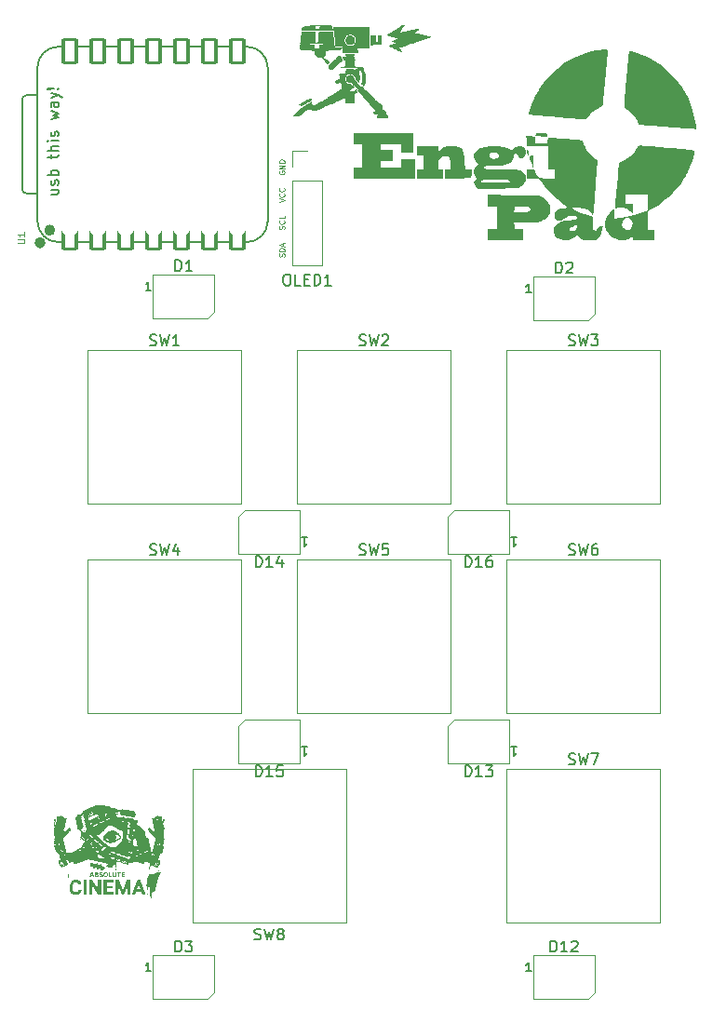
<source format=gto>
G04 #@! TF.GenerationSoftware,KiCad,Pcbnew,9.0.1*
G04 #@! TF.CreationDate,2025-06-23T17:34:09-04:00*
G04 #@! TF.ProjectId,engiboard,656e6769-626f-4617-9264-2e6b69636164,rev?*
G04 #@! TF.SameCoordinates,Original*
G04 #@! TF.FileFunction,Legend,Top*
G04 #@! TF.FilePolarity,Positive*
%FSLAX46Y46*%
G04 Gerber Fmt 4.6, Leading zero omitted, Abs format (unit mm)*
G04 Created by KiCad (PCBNEW 9.0.1) date 2025-06-23 17:34:09*
%MOMM*%
%LPD*%
G01*
G04 APERTURE LIST*
G04 Aperture macros list*
%AMRoundRect*
0 Rectangle with rounded corners*
0 $1 Rounding radius*
0 $2 $3 $4 $5 $6 $7 $8 $9 X,Y pos of 4 corners*
0 Add a 4 corners polygon primitive as box body*
4,1,4,$2,$3,$4,$5,$6,$7,$8,$9,$2,$3,0*
0 Add four circle primitives for the rounded corners*
1,1,$1+$1,$2,$3*
1,1,$1+$1,$4,$5*
1,1,$1+$1,$6,$7*
1,1,$1+$1,$8,$9*
0 Add four rect primitives between the rounded corners*
20,1,$1+$1,$2,$3,$4,$5,0*
20,1,$1+$1,$4,$5,$6,$7,0*
20,1,$1+$1,$6,$7,$8,$9,0*
20,1,$1+$1,$8,$9,$2,$3,0*%
G04 Aperture macros list end*
%ADD10C,0.150000*%
%ADD11C,0.100000*%
%ADD12C,0.101600*%
%ADD13C,0.127000*%
%ADD14C,0.504000*%
%ADD15C,0.120000*%
%ADD16C,0.000000*%
%ADD17RoundRect,0.152400X-0.609600X1.063600X-0.609600X-1.063600X0.609600X-1.063600X0.609600X1.063600X0*%
%ADD18C,1.524000*%
%ADD19RoundRect,0.152400X0.609600X-1.063600X0.609600X1.063600X-0.609600X1.063600X-0.609600X-1.063600X0*%
%ADD20C,5.700000*%
%ADD21R,1.600000X0.850000*%
%ADD22C,1.700000*%
%ADD23C,4.000000*%
%ADD24C,2.200000*%
%ADD25R,1.700000X1.700000*%
G04 APERTURE END LIST*
D10*
X139696902Y-61734649D02*
X140363569Y-61734649D01*
X139696902Y-62163220D02*
X140220711Y-62163220D01*
X140220711Y-62163220D02*
X140315950Y-62115601D01*
X140315950Y-62115601D02*
X140363569Y-62020363D01*
X140363569Y-62020363D02*
X140363569Y-61877506D01*
X140363569Y-61877506D02*
X140315950Y-61782268D01*
X140315950Y-61782268D02*
X140268330Y-61734649D01*
X140315950Y-61306077D02*
X140363569Y-61210839D01*
X140363569Y-61210839D02*
X140363569Y-61020363D01*
X140363569Y-61020363D02*
X140315950Y-60925125D01*
X140315950Y-60925125D02*
X140220711Y-60877506D01*
X140220711Y-60877506D02*
X140173092Y-60877506D01*
X140173092Y-60877506D02*
X140077854Y-60925125D01*
X140077854Y-60925125D02*
X140030235Y-61020363D01*
X140030235Y-61020363D02*
X140030235Y-61163220D01*
X140030235Y-61163220D02*
X139982616Y-61258458D01*
X139982616Y-61258458D02*
X139887378Y-61306077D01*
X139887378Y-61306077D02*
X139839759Y-61306077D01*
X139839759Y-61306077D02*
X139744521Y-61258458D01*
X139744521Y-61258458D02*
X139696902Y-61163220D01*
X139696902Y-61163220D02*
X139696902Y-61020363D01*
X139696902Y-61020363D02*
X139744521Y-60925125D01*
X140363569Y-60448934D02*
X139363569Y-60448934D01*
X139744521Y-60448934D02*
X139696902Y-60353696D01*
X139696902Y-60353696D02*
X139696902Y-60163220D01*
X139696902Y-60163220D02*
X139744521Y-60067982D01*
X139744521Y-60067982D02*
X139792140Y-60020363D01*
X139792140Y-60020363D02*
X139887378Y-59972744D01*
X139887378Y-59972744D02*
X140173092Y-59972744D01*
X140173092Y-59972744D02*
X140268330Y-60020363D01*
X140268330Y-60020363D02*
X140315950Y-60067982D01*
X140315950Y-60067982D02*
X140363569Y-60163220D01*
X140363569Y-60163220D02*
X140363569Y-60353696D01*
X140363569Y-60353696D02*
X140315950Y-60448934D01*
X139696902Y-58925124D02*
X139696902Y-58544172D01*
X139363569Y-58782267D02*
X140220711Y-58782267D01*
X140220711Y-58782267D02*
X140315950Y-58734648D01*
X140315950Y-58734648D02*
X140363569Y-58639410D01*
X140363569Y-58639410D02*
X140363569Y-58544172D01*
X140363569Y-58210838D02*
X139363569Y-58210838D01*
X140363569Y-57782267D02*
X139839759Y-57782267D01*
X139839759Y-57782267D02*
X139744521Y-57829886D01*
X139744521Y-57829886D02*
X139696902Y-57925124D01*
X139696902Y-57925124D02*
X139696902Y-58067981D01*
X139696902Y-58067981D02*
X139744521Y-58163219D01*
X139744521Y-58163219D02*
X139792140Y-58210838D01*
X140363569Y-57306076D02*
X139696902Y-57306076D01*
X139363569Y-57306076D02*
X139411188Y-57353695D01*
X139411188Y-57353695D02*
X139458807Y-57306076D01*
X139458807Y-57306076D02*
X139411188Y-57258457D01*
X139411188Y-57258457D02*
X139363569Y-57306076D01*
X139363569Y-57306076D02*
X139458807Y-57306076D01*
X140315950Y-56877505D02*
X140363569Y-56782267D01*
X140363569Y-56782267D02*
X140363569Y-56591791D01*
X140363569Y-56591791D02*
X140315950Y-56496553D01*
X140315950Y-56496553D02*
X140220711Y-56448934D01*
X140220711Y-56448934D02*
X140173092Y-56448934D01*
X140173092Y-56448934D02*
X140077854Y-56496553D01*
X140077854Y-56496553D02*
X140030235Y-56591791D01*
X140030235Y-56591791D02*
X140030235Y-56734648D01*
X140030235Y-56734648D02*
X139982616Y-56829886D01*
X139982616Y-56829886D02*
X139887378Y-56877505D01*
X139887378Y-56877505D02*
X139839759Y-56877505D01*
X139839759Y-56877505D02*
X139744521Y-56829886D01*
X139744521Y-56829886D02*
X139696902Y-56734648D01*
X139696902Y-56734648D02*
X139696902Y-56591791D01*
X139696902Y-56591791D02*
X139744521Y-56496553D01*
X139696902Y-55353695D02*
X140363569Y-55163219D01*
X140363569Y-55163219D02*
X139887378Y-54972743D01*
X139887378Y-54972743D02*
X140363569Y-54782267D01*
X140363569Y-54782267D02*
X139696902Y-54591791D01*
X140363569Y-53782267D02*
X139839759Y-53782267D01*
X139839759Y-53782267D02*
X139744521Y-53829886D01*
X139744521Y-53829886D02*
X139696902Y-53925124D01*
X139696902Y-53925124D02*
X139696902Y-54115600D01*
X139696902Y-54115600D02*
X139744521Y-54210838D01*
X140315950Y-53782267D02*
X140363569Y-53877505D01*
X140363569Y-53877505D02*
X140363569Y-54115600D01*
X140363569Y-54115600D02*
X140315950Y-54210838D01*
X140315950Y-54210838D02*
X140220711Y-54258457D01*
X140220711Y-54258457D02*
X140125473Y-54258457D01*
X140125473Y-54258457D02*
X140030235Y-54210838D01*
X140030235Y-54210838D02*
X139982616Y-54115600D01*
X139982616Y-54115600D02*
X139982616Y-53877505D01*
X139982616Y-53877505D02*
X139934997Y-53782267D01*
X139696902Y-53401314D02*
X140363569Y-53163219D01*
X139696902Y-52925124D02*
X140363569Y-53163219D01*
X140363569Y-53163219D02*
X140601664Y-53258457D01*
X140601664Y-53258457D02*
X140649283Y-53306076D01*
X140649283Y-53306076D02*
X140696902Y-53401314D01*
X140268330Y-52544171D02*
X140315950Y-52496552D01*
X140315950Y-52496552D02*
X140363569Y-52544171D01*
X140363569Y-52544171D02*
X140315950Y-52591790D01*
X140315950Y-52591790D02*
X140268330Y-52544171D01*
X140268330Y-52544171D02*
X140363569Y-52544171D01*
X139982616Y-52544171D02*
X139411188Y-52591790D01*
X139411188Y-52591790D02*
X139363569Y-52544171D01*
X139363569Y-52544171D02*
X139411188Y-52496552D01*
X139411188Y-52496552D02*
X139982616Y-52544171D01*
X139982616Y-52544171D02*
X139363569Y-52544171D01*
D11*
X160909800Y-67838972D02*
X160933609Y-67767544D01*
X160933609Y-67767544D02*
X160933609Y-67648496D01*
X160933609Y-67648496D02*
X160909800Y-67600877D01*
X160909800Y-67600877D02*
X160885990Y-67577068D01*
X160885990Y-67577068D02*
X160838371Y-67553258D01*
X160838371Y-67553258D02*
X160790752Y-67553258D01*
X160790752Y-67553258D02*
X160743133Y-67577068D01*
X160743133Y-67577068D02*
X160719323Y-67600877D01*
X160719323Y-67600877D02*
X160695514Y-67648496D01*
X160695514Y-67648496D02*
X160671704Y-67743734D01*
X160671704Y-67743734D02*
X160647895Y-67791353D01*
X160647895Y-67791353D02*
X160624085Y-67815163D01*
X160624085Y-67815163D02*
X160576466Y-67838972D01*
X160576466Y-67838972D02*
X160528847Y-67838972D01*
X160528847Y-67838972D02*
X160481228Y-67815163D01*
X160481228Y-67815163D02*
X160457419Y-67791353D01*
X160457419Y-67791353D02*
X160433609Y-67743734D01*
X160433609Y-67743734D02*
X160433609Y-67624687D01*
X160433609Y-67624687D02*
X160457419Y-67553258D01*
X160933609Y-67338973D02*
X160433609Y-67338973D01*
X160433609Y-67338973D02*
X160433609Y-67219925D01*
X160433609Y-67219925D02*
X160457419Y-67148497D01*
X160457419Y-67148497D02*
X160505038Y-67100878D01*
X160505038Y-67100878D02*
X160552657Y-67077068D01*
X160552657Y-67077068D02*
X160647895Y-67053259D01*
X160647895Y-67053259D02*
X160719323Y-67053259D01*
X160719323Y-67053259D02*
X160814561Y-67077068D01*
X160814561Y-67077068D02*
X160862180Y-67100878D01*
X160862180Y-67100878D02*
X160909800Y-67148497D01*
X160909800Y-67148497D02*
X160933609Y-67219925D01*
X160933609Y-67219925D02*
X160933609Y-67338973D01*
X160790752Y-66862782D02*
X160790752Y-66624687D01*
X160933609Y-66910401D02*
X160433609Y-66743735D01*
X160433609Y-66743735D02*
X160933609Y-66577068D01*
X160457419Y-60053258D02*
X160433609Y-60100877D01*
X160433609Y-60100877D02*
X160433609Y-60172306D01*
X160433609Y-60172306D02*
X160457419Y-60243734D01*
X160457419Y-60243734D02*
X160505038Y-60291353D01*
X160505038Y-60291353D02*
X160552657Y-60315163D01*
X160552657Y-60315163D02*
X160647895Y-60338972D01*
X160647895Y-60338972D02*
X160719323Y-60338972D01*
X160719323Y-60338972D02*
X160814561Y-60315163D01*
X160814561Y-60315163D02*
X160862180Y-60291353D01*
X160862180Y-60291353D02*
X160909800Y-60243734D01*
X160909800Y-60243734D02*
X160933609Y-60172306D01*
X160933609Y-60172306D02*
X160933609Y-60124687D01*
X160933609Y-60124687D02*
X160909800Y-60053258D01*
X160909800Y-60053258D02*
X160885990Y-60029449D01*
X160885990Y-60029449D02*
X160719323Y-60029449D01*
X160719323Y-60029449D02*
X160719323Y-60124687D01*
X160933609Y-59815163D02*
X160433609Y-59815163D01*
X160433609Y-59815163D02*
X160933609Y-59529449D01*
X160933609Y-59529449D02*
X160433609Y-59529449D01*
X160933609Y-59291353D02*
X160433609Y-59291353D01*
X160433609Y-59291353D02*
X160433609Y-59172305D01*
X160433609Y-59172305D02*
X160457419Y-59100877D01*
X160457419Y-59100877D02*
X160505038Y-59053258D01*
X160505038Y-59053258D02*
X160552657Y-59029448D01*
X160552657Y-59029448D02*
X160647895Y-59005639D01*
X160647895Y-59005639D02*
X160719323Y-59005639D01*
X160719323Y-59005639D02*
X160814561Y-59029448D01*
X160814561Y-59029448D02*
X160862180Y-59053258D01*
X160862180Y-59053258D02*
X160909800Y-59100877D01*
X160909800Y-59100877D02*
X160933609Y-59172305D01*
X160933609Y-59172305D02*
X160933609Y-59291353D01*
X160433609Y-62886591D02*
X160933609Y-62719925D01*
X160933609Y-62719925D02*
X160433609Y-62553258D01*
X160885990Y-62100878D02*
X160909800Y-62124687D01*
X160909800Y-62124687D02*
X160933609Y-62196116D01*
X160933609Y-62196116D02*
X160933609Y-62243735D01*
X160933609Y-62243735D02*
X160909800Y-62315163D01*
X160909800Y-62315163D02*
X160862180Y-62362782D01*
X160862180Y-62362782D02*
X160814561Y-62386592D01*
X160814561Y-62386592D02*
X160719323Y-62410401D01*
X160719323Y-62410401D02*
X160647895Y-62410401D01*
X160647895Y-62410401D02*
X160552657Y-62386592D01*
X160552657Y-62386592D02*
X160505038Y-62362782D01*
X160505038Y-62362782D02*
X160457419Y-62315163D01*
X160457419Y-62315163D02*
X160433609Y-62243735D01*
X160433609Y-62243735D02*
X160433609Y-62196116D01*
X160433609Y-62196116D02*
X160457419Y-62124687D01*
X160457419Y-62124687D02*
X160481228Y-62100878D01*
X160885990Y-61600878D02*
X160909800Y-61624687D01*
X160909800Y-61624687D02*
X160933609Y-61696116D01*
X160933609Y-61696116D02*
X160933609Y-61743735D01*
X160933609Y-61743735D02*
X160909800Y-61815163D01*
X160909800Y-61815163D02*
X160862180Y-61862782D01*
X160862180Y-61862782D02*
X160814561Y-61886592D01*
X160814561Y-61886592D02*
X160719323Y-61910401D01*
X160719323Y-61910401D02*
X160647895Y-61910401D01*
X160647895Y-61910401D02*
X160552657Y-61886592D01*
X160552657Y-61886592D02*
X160505038Y-61862782D01*
X160505038Y-61862782D02*
X160457419Y-61815163D01*
X160457419Y-61815163D02*
X160433609Y-61743735D01*
X160433609Y-61743735D02*
X160433609Y-61696116D01*
X160433609Y-61696116D02*
X160457419Y-61624687D01*
X160457419Y-61624687D02*
X160481228Y-61600878D01*
X160909800Y-65338972D02*
X160933609Y-65267544D01*
X160933609Y-65267544D02*
X160933609Y-65148496D01*
X160933609Y-65148496D02*
X160909800Y-65100877D01*
X160909800Y-65100877D02*
X160885990Y-65077068D01*
X160885990Y-65077068D02*
X160838371Y-65053258D01*
X160838371Y-65053258D02*
X160790752Y-65053258D01*
X160790752Y-65053258D02*
X160743133Y-65077068D01*
X160743133Y-65077068D02*
X160719323Y-65100877D01*
X160719323Y-65100877D02*
X160695514Y-65148496D01*
X160695514Y-65148496D02*
X160671704Y-65243734D01*
X160671704Y-65243734D02*
X160647895Y-65291353D01*
X160647895Y-65291353D02*
X160624085Y-65315163D01*
X160624085Y-65315163D02*
X160576466Y-65338972D01*
X160576466Y-65338972D02*
X160528847Y-65338972D01*
X160528847Y-65338972D02*
X160481228Y-65315163D01*
X160481228Y-65315163D02*
X160457419Y-65291353D01*
X160457419Y-65291353D02*
X160433609Y-65243734D01*
X160433609Y-65243734D02*
X160433609Y-65124687D01*
X160433609Y-65124687D02*
X160457419Y-65053258D01*
X160885990Y-64553259D02*
X160909800Y-64577068D01*
X160909800Y-64577068D02*
X160933609Y-64648497D01*
X160933609Y-64648497D02*
X160933609Y-64696116D01*
X160933609Y-64696116D02*
X160909800Y-64767544D01*
X160909800Y-64767544D02*
X160862180Y-64815163D01*
X160862180Y-64815163D02*
X160814561Y-64838973D01*
X160814561Y-64838973D02*
X160719323Y-64862782D01*
X160719323Y-64862782D02*
X160647895Y-64862782D01*
X160647895Y-64862782D02*
X160552657Y-64838973D01*
X160552657Y-64838973D02*
X160505038Y-64815163D01*
X160505038Y-64815163D02*
X160457419Y-64767544D01*
X160457419Y-64767544D02*
X160433609Y-64696116D01*
X160433609Y-64696116D02*
X160433609Y-64648497D01*
X160433609Y-64648497D02*
X160457419Y-64577068D01*
X160457419Y-64577068D02*
X160481228Y-64553259D01*
X160933609Y-64100878D02*
X160933609Y-64338973D01*
X160933609Y-64338973D02*
X160433609Y-64338973D01*
D12*
X136653479Y-66610059D02*
X137167526Y-66610059D01*
X137167526Y-66610059D02*
X137228002Y-66579821D01*
X137228002Y-66579821D02*
X137258241Y-66549583D01*
X137258241Y-66549583D02*
X137288479Y-66489107D01*
X137288479Y-66489107D02*
X137288479Y-66368154D01*
X137288479Y-66368154D02*
X137258241Y-66307678D01*
X137258241Y-66307678D02*
X137228002Y-66277440D01*
X137228002Y-66277440D02*
X137167526Y-66247202D01*
X137167526Y-66247202D02*
X136653479Y-66247202D01*
X137288479Y-65612202D02*
X137288479Y-65975059D01*
X137288479Y-65793631D02*
X136653479Y-65793631D01*
X136653479Y-65793631D02*
X136744193Y-65854107D01*
X136744193Y-65854107D02*
X136804669Y-65914583D01*
X136804669Y-65914583D02*
X136834907Y-65975059D01*
D10*
X185611905Y-69329819D02*
X185611905Y-68329819D01*
X185611905Y-68329819D02*
X185850000Y-68329819D01*
X185850000Y-68329819D02*
X185992857Y-68377438D01*
X185992857Y-68377438D02*
X186088095Y-68472676D01*
X186088095Y-68472676D02*
X186135714Y-68567914D01*
X186135714Y-68567914D02*
X186183333Y-68758390D01*
X186183333Y-68758390D02*
X186183333Y-68901247D01*
X186183333Y-68901247D02*
X186135714Y-69091723D01*
X186135714Y-69091723D02*
X186088095Y-69186961D01*
X186088095Y-69186961D02*
X185992857Y-69282200D01*
X185992857Y-69282200D02*
X185850000Y-69329819D01*
X185850000Y-69329819D02*
X185611905Y-69329819D01*
X186564286Y-68425057D02*
X186611905Y-68377438D01*
X186611905Y-68377438D02*
X186707143Y-68329819D01*
X186707143Y-68329819D02*
X186945238Y-68329819D01*
X186945238Y-68329819D02*
X187040476Y-68377438D01*
X187040476Y-68377438D02*
X187088095Y-68425057D01*
X187088095Y-68425057D02*
X187135714Y-68520295D01*
X187135714Y-68520295D02*
X187135714Y-68615533D01*
X187135714Y-68615533D02*
X187088095Y-68758390D01*
X187088095Y-68758390D02*
X186516667Y-69329819D01*
X186516667Y-69329819D02*
X187135714Y-69329819D01*
X183378571Y-71112295D02*
X182921428Y-71112295D01*
X183150000Y-71112295D02*
X183150000Y-70312295D01*
X183150000Y-70312295D02*
X183073809Y-70426580D01*
X183073809Y-70426580D02*
X182997619Y-70502771D01*
X182997619Y-70502771D02*
X182921428Y-70540866D01*
X158329464Y-96073569D02*
X158329464Y-95073569D01*
X158329464Y-95073569D02*
X158567559Y-95073569D01*
X158567559Y-95073569D02*
X158710416Y-95121188D01*
X158710416Y-95121188D02*
X158805654Y-95216426D01*
X158805654Y-95216426D02*
X158853273Y-95311664D01*
X158853273Y-95311664D02*
X158900892Y-95502140D01*
X158900892Y-95502140D02*
X158900892Y-95644997D01*
X158900892Y-95644997D02*
X158853273Y-95835473D01*
X158853273Y-95835473D02*
X158805654Y-95930711D01*
X158805654Y-95930711D02*
X158710416Y-96025950D01*
X158710416Y-96025950D02*
X158567559Y-96073569D01*
X158567559Y-96073569D02*
X158329464Y-96073569D01*
X159853273Y-96073569D02*
X159281845Y-96073569D01*
X159567559Y-96073569D02*
X159567559Y-95073569D01*
X159567559Y-95073569D02*
X159472321Y-95216426D01*
X159472321Y-95216426D02*
X159377083Y-95311664D01*
X159377083Y-95311664D02*
X159281845Y-95359283D01*
X160710416Y-95406902D02*
X160710416Y-96073569D01*
X160472321Y-95025950D02*
X160234226Y-95740235D01*
X160234226Y-95740235D02*
X160853273Y-95740235D01*
X162515178Y-93381454D02*
X162972321Y-93381454D01*
X162743749Y-93381454D02*
X162743749Y-94181454D01*
X162743749Y-94181454D02*
X162819940Y-94067169D01*
X162819940Y-94067169D02*
X162896130Y-93990978D01*
X162896130Y-93990978D02*
X162972321Y-93952883D01*
X151011905Y-69142319D02*
X151011905Y-68142319D01*
X151011905Y-68142319D02*
X151250000Y-68142319D01*
X151250000Y-68142319D02*
X151392857Y-68189938D01*
X151392857Y-68189938D02*
X151488095Y-68285176D01*
X151488095Y-68285176D02*
X151535714Y-68380414D01*
X151535714Y-68380414D02*
X151583333Y-68570890D01*
X151583333Y-68570890D02*
X151583333Y-68713747D01*
X151583333Y-68713747D02*
X151535714Y-68904223D01*
X151535714Y-68904223D02*
X151488095Y-68999461D01*
X151488095Y-68999461D02*
X151392857Y-69094700D01*
X151392857Y-69094700D02*
X151250000Y-69142319D01*
X151250000Y-69142319D02*
X151011905Y-69142319D01*
X152535714Y-69142319D02*
X151964286Y-69142319D01*
X152250000Y-69142319D02*
X152250000Y-68142319D01*
X152250000Y-68142319D02*
X152154762Y-68285176D01*
X152154762Y-68285176D02*
X152059524Y-68380414D01*
X152059524Y-68380414D02*
X151964286Y-68428033D01*
X148778571Y-70924795D02*
X148321428Y-70924795D01*
X148550000Y-70924795D02*
X148550000Y-70124795D01*
X148550000Y-70124795D02*
X148473809Y-70239080D01*
X148473809Y-70239080D02*
X148397619Y-70315271D01*
X148397619Y-70315271D02*
X148321428Y-70353366D01*
X148685417Y-94926950D02*
X148828274Y-94974569D01*
X148828274Y-94974569D02*
X149066369Y-94974569D01*
X149066369Y-94974569D02*
X149161607Y-94926950D01*
X149161607Y-94926950D02*
X149209226Y-94879330D01*
X149209226Y-94879330D02*
X149256845Y-94784092D01*
X149256845Y-94784092D02*
X149256845Y-94688854D01*
X149256845Y-94688854D02*
X149209226Y-94593616D01*
X149209226Y-94593616D02*
X149161607Y-94545997D01*
X149161607Y-94545997D02*
X149066369Y-94498378D01*
X149066369Y-94498378D02*
X148875893Y-94450759D01*
X148875893Y-94450759D02*
X148780655Y-94403140D01*
X148780655Y-94403140D02*
X148733036Y-94355521D01*
X148733036Y-94355521D02*
X148685417Y-94260283D01*
X148685417Y-94260283D02*
X148685417Y-94165045D01*
X148685417Y-94165045D02*
X148733036Y-94069807D01*
X148733036Y-94069807D02*
X148780655Y-94022188D01*
X148780655Y-94022188D02*
X148875893Y-93974569D01*
X148875893Y-93974569D02*
X149113988Y-93974569D01*
X149113988Y-93974569D02*
X149256845Y-94022188D01*
X149590179Y-93974569D02*
X149828274Y-94974569D01*
X149828274Y-94974569D02*
X150018750Y-94260283D01*
X150018750Y-94260283D02*
X150209226Y-94974569D01*
X150209226Y-94974569D02*
X150447322Y-93974569D01*
X151256845Y-94307902D02*
X151256845Y-94974569D01*
X151018750Y-93926950D02*
X150780655Y-94641235D01*
X150780655Y-94641235D02*
X151399702Y-94641235D01*
X151011905Y-131054819D02*
X151011905Y-130054819D01*
X151011905Y-130054819D02*
X151250000Y-130054819D01*
X151250000Y-130054819D02*
X151392857Y-130102438D01*
X151392857Y-130102438D02*
X151488095Y-130197676D01*
X151488095Y-130197676D02*
X151535714Y-130292914D01*
X151535714Y-130292914D02*
X151583333Y-130483390D01*
X151583333Y-130483390D02*
X151583333Y-130626247D01*
X151583333Y-130626247D02*
X151535714Y-130816723D01*
X151535714Y-130816723D02*
X151488095Y-130911961D01*
X151488095Y-130911961D02*
X151392857Y-131007200D01*
X151392857Y-131007200D02*
X151250000Y-131054819D01*
X151250000Y-131054819D02*
X151011905Y-131054819D01*
X151916667Y-130054819D02*
X152535714Y-130054819D01*
X152535714Y-130054819D02*
X152202381Y-130435771D01*
X152202381Y-130435771D02*
X152345238Y-130435771D01*
X152345238Y-130435771D02*
X152440476Y-130483390D01*
X152440476Y-130483390D02*
X152488095Y-130531009D01*
X152488095Y-130531009D02*
X152535714Y-130626247D01*
X152535714Y-130626247D02*
X152535714Y-130864342D01*
X152535714Y-130864342D02*
X152488095Y-130959580D01*
X152488095Y-130959580D02*
X152440476Y-131007200D01*
X152440476Y-131007200D02*
X152345238Y-131054819D01*
X152345238Y-131054819D02*
X152059524Y-131054819D01*
X152059524Y-131054819D02*
X151964286Y-131007200D01*
X151964286Y-131007200D02*
X151916667Y-130959580D01*
X148778571Y-132837295D02*
X148321428Y-132837295D01*
X148550000Y-132837295D02*
X148550000Y-132037295D01*
X148550000Y-132037295D02*
X148473809Y-132151580D01*
X148473809Y-132151580D02*
X148397619Y-132227771D01*
X148397619Y-132227771D02*
X148321428Y-132265866D01*
X158210417Y-129907200D02*
X158353274Y-129954819D01*
X158353274Y-129954819D02*
X158591369Y-129954819D01*
X158591369Y-129954819D02*
X158686607Y-129907200D01*
X158686607Y-129907200D02*
X158734226Y-129859580D01*
X158734226Y-129859580D02*
X158781845Y-129764342D01*
X158781845Y-129764342D02*
X158781845Y-129669104D01*
X158781845Y-129669104D02*
X158734226Y-129573866D01*
X158734226Y-129573866D02*
X158686607Y-129526247D01*
X158686607Y-129526247D02*
X158591369Y-129478628D01*
X158591369Y-129478628D02*
X158400893Y-129431009D01*
X158400893Y-129431009D02*
X158305655Y-129383390D01*
X158305655Y-129383390D02*
X158258036Y-129335771D01*
X158258036Y-129335771D02*
X158210417Y-129240533D01*
X158210417Y-129240533D02*
X158210417Y-129145295D01*
X158210417Y-129145295D02*
X158258036Y-129050057D01*
X158258036Y-129050057D02*
X158305655Y-129002438D01*
X158305655Y-129002438D02*
X158400893Y-128954819D01*
X158400893Y-128954819D02*
X158638988Y-128954819D01*
X158638988Y-128954819D02*
X158781845Y-129002438D01*
X159115179Y-128954819D02*
X159353274Y-129954819D01*
X159353274Y-129954819D02*
X159543750Y-129240533D01*
X159543750Y-129240533D02*
X159734226Y-129954819D01*
X159734226Y-129954819D02*
X159972322Y-128954819D01*
X160496131Y-129383390D02*
X160400893Y-129335771D01*
X160400893Y-129335771D02*
X160353274Y-129288152D01*
X160353274Y-129288152D02*
X160305655Y-129192914D01*
X160305655Y-129192914D02*
X160305655Y-129145295D01*
X160305655Y-129145295D02*
X160353274Y-129050057D01*
X160353274Y-129050057D02*
X160400893Y-129002438D01*
X160400893Y-129002438D02*
X160496131Y-128954819D01*
X160496131Y-128954819D02*
X160686607Y-128954819D01*
X160686607Y-128954819D02*
X160781845Y-129002438D01*
X160781845Y-129002438D02*
X160829464Y-129050057D01*
X160829464Y-129050057D02*
X160877083Y-129145295D01*
X160877083Y-129145295D02*
X160877083Y-129192914D01*
X160877083Y-129192914D02*
X160829464Y-129288152D01*
X160829464Y-129288152D02*
X160781845Y-129335771D01*
X160781845Y-129335771D02*
X160686607Y-129383390D01*
X160686607Y-129383390D02*
X160496131Y-129383390D01*
X160496131Y-129383390D02*
X160400893Y-129431009D01*
X160400893Y-129431009D02*
X160353274Y-129478628D01*
X160353274Y-129478628D02*
X160305655Y-129573866D01*
X160305655Y-129573866D02*
X160305655Y-129764342D01*
X160305655Y-129764342D02*
X160353274Y-129859580D01*
X160353274Y-129859580D02*
X160400893Y-129907200D01*
X160400893Y-129907200D02*
X160496131Y-129954819D01*
X160496131Y-129954819D02*
X160686607Y-129954819D01*
X160686607Y-129954819D02*
X160781845Y-129907200D01*
X160781845Y-129907200D02*
X160829464Y-129859580D01*
X160829464Y-129859580D02*
X160877083Y-129764342D01*
X160877083Y-129764342D02*
X160877083Y-129573866D01*
X160877083Y-129573866D02*
X160829464Y-129478628D01*
X160829464Y-129478628D02*
X160781845Y-129431009D01*
X160781845Y-129431009D02*
X160686607Y-129383390D01*
X177379464Y-115123569D02*
X177379464Y-114123569D01*
X177379464Y-114123569D02*
X177617559Y-114123569D01*
X177617559Y-114123569D02*
X177760416Y-114171188D01*
X177760416Y-114171188D02*
X177855654Y-114266426D01*
X177855654Y-114266426D02*
X177903273Y-114361664D01*
X177903273Y-114361664D02*
X177950892Y-114552140D01*
X177950892Y-114552140D02*
X177950892Y-114694997D01*
X177950892Y-114694997D02*
X177903273Y-114885473D01*
X177903273Y-114885473D02*
X177855654Y-114980711D01*
X177855654Y-114980711D02*
X177760416Y-115075950D01*
X177760416Y-115075950D02*
X177617559Y-115123569D01*
X177617559Y-115123569D02*
X177379464Y-115123569D01*
X178903273Y-115123569D02*
X178331845Y-115123569D01*
X178617559Y-115123569D02*
X178617559Y-114123569D01*
X178617559Y-114123569D02*
X178522321Y-114266426D01*
X178522321Y-114266426D02*
X178427083Y-114361664D01*
X178427083Y-114361664D02*
X178331845Y-114409283D01*
X179236607Y-114123569D02*
X179855654Y-114123569D01*
X179855654Y-114123569D02*
X179522321Y-114504521D01*
X179522321Y-114504521D02*
X179665178Y-114504521D01*
X179665178Y-114504521D02*
X179760416Y-114552140D01*
X179760416Y-114552140D02*
X179808035Y-114599759D01*
X179808035Y-114599759D02*
X179855654Y-114694997D01*
X179855654Y-114694997D02*
X179855654Y-114933092D01*
X179855654Y-114933092D02*
X179808035Y-115028330D01*
X179808035Y-115028330D02*
X179760416Y-115075950D01*
X179760416Y-115075950D02*
X179665178Y-115123569D01*
X179665178Y-115123569D02*
X179379464Y-115123569D01*
X179379464Y-115123569D02*
X179284226Y-115075950D01*
X179284226Y-115075950D02*
X179236607Y-115028330D01*
X181565178Y-112431454D02*
X182022321Y-112431454D01*
X181793749Y-112431454D02*
X181793749Y-113231454D01*
X181793749Y-113231454D02*
X181869940Y-113117169D01*
X181869940Y-113117169D02*
X181946130Y-113040978D01*
X181946130Y-113040978D02*
X182022321Y-113002883D01*
X158329464Y-115123569D02*
X158329464Y-114123569D01*
X158329464Y-114123569D02*
X158567559Y-114123569D01*
X158567559Y-114123569D02*
X158710416Y-114171188D01*
X158710416Y-114171188D02*
X158805654Y-114266426D01*
X158805654Y-114266426D02*
X158853273Y-114361664D01*
X158853273Y-114361664D02*
X158900892Y-114552140D01*
X158900892Y-114552140D02*
X158900892Y-114694997D01*
X158900892Y-114694997D02*
X158853273Y-114885473D01*
X158853273Y-114885473D02*
X158805654Y-114980711D01*
X158805654Y-114980711D02*
X158710416Y-115075950D01*
X158710416Y-115075950D02*
X158567559Y-115123569D01*
X158567559Y-115123569D02*
X158329464Y-115123569D01*
X159853273Y-115123569D02*
X159281845Y-115123569D01*
X159567559Y-115123569D02*
X159567559Y-114123569D01*
X159567559Y-114123569D02*
X159472321Y-114266426D01*
X159472321Y-114266426D02*
X159377083Y-114361664D01*
X159377083Y-114361664D02*
X159281845Y-114409283D01*
X160758035Y-114123569D02*
X160281845Y-114123569D01*
X160281845Y-114123569D02*
X160234226Y-114599759D01*
X160234226Y-114599759D02*
X160281845Y-114552140D01*
X160281845Y-114552140D02*
X160377083Y-114504521D01*
X160377083Y-114504521D02*
X160615178Y-114504521D01*
X160615178Y-114504521D02*
X160710416Y-114552140D01*
X160710416Y-114552140D02*
X160758035Y-114599759D01*
X160758035Y-114599759D02*
X160805654Y-114694997D01*
X160805654Y-114694997D02*
X160805654Y-114933092D01*
X160805654Y-114933092D02*
X160758035Y-115028330D01*
X160758035Y-115028330D02*
X160710416Y-115075950D01*
X160710416Y-115075950D02*
X160615178Y-115123569D01*
X160615178Y-115123569D02*
X160377083Y-115123569D01*
X160377083Y-115123569D02*
X160281845Y-115075950D01*
X160281845Y-115075950D02*
X160234226Y-115028330D01*
X162515178Y-112431454D02*
X162972321Y-112431454D01*
X162743749Y-112431454D02*
X162743749Y-113231454D01*
X162743749Y-113231454D02*
X162819940Y-113117169D01*
X162819940Y-113117169D02*
X162896130Y-113040978D01*
X162896130Y-113040978D02*
X162972321Y-113002883D01*
X186785417Y-94926950D02*
X186928274Y-94974569D01*
X186928274Y-94974569D02*
X187166369Y-94974569D01*
X187166369Y-94974569D02*
X187261607Y-94926950D01*
X187261607Y-94926950D02*
X187309226Y-94879330D01*
X187309226Y-94879330D02*
X187356845Y-94784092D01*
X187356845Y-94784092D02*
X187356845Y-94688854D01*
X187356845Y-94688854D02*
X187309226Y-94593616D01*
X187309226Y-94593616D02*
X187261607Y-94545997D01*
X187261607Y-94545997D02*
X187166369Y-94498378D01*
X187166369Y-94498378D02*
X186975893Y-94450759D01*
X186975893Y-94450759D02*
X186880655Y-94403140D01*
X186880655Y-94403140D02*
X186833036Y-94355521D01*
X186833036Y-94355521D02*
X186785417Y-94260283D01*
X186785417Y-94260283D02*
X186785417Y-94165045D01*
X186785417Y-94165045D02*
X186833036Y-94069807D01*
X186833036Y-94069807D02*
X186880655Y-94022188D01*
X186880655Y-94022188D02*
X186975893Y-93974569D01*
X186975893Y-93974569D02*
X187213988Y-93974569D01*
X187213988Y-93974569D02*
X187356845Y-94022188D01*
X187690179Y-93974569D02*
X187928274Y-94974569D01*
X187928274Y-94974569D02*
X188118750Y-94260283D01*
X188118750Y-94260283D02*
X188309226Y-94974569D01*
X188309226Y-94974569D02*
X188547322Y-93974569D01*
X189356845Y-93974569D02*
X189166369Y-93974569D01*
X189166369Y-93974569D02*
X189071131Y-94022188D01*
X189071131Y-94022188D02*
X189023512Y-94069807D01*
X189023512Y-94069807D02*
X188928274Y-94212664D01*
X188928274Y-94212664D02*
X188880655Y-94403140D01*
X188880655Y-94403140D02*
X188880655Y-94784092D01*
X188880655Y-94784092D02*
X188928274Y-94879330D01*
X188928274Y-94879330D02*
X188975893Y-94926950D01*
X188975893Y-94926950D02*
X189071131Y-94974569D01*
X189071131Y-94974569D02*
X189261607Y-94974569D01*
X189261607Y-94974569D02*
X189356845Y-94926950D01*
X189356845Y-94926950D02*
X189404464Y-94879330D01*
X189404464Y-94879330D02*
X189452083Y-94784092D01*
X189452083Y-94784092D02*
X189452083Y-94545997D01*
X189452083Y-94545997D02*
X189404464Y-94450759D01*
X189404464Y-94450759D02*
X189356845Y-94403140D01*
X189356845Y-94403140D02*
X189261607Y-94355521D01*
X189261607Y-94355521D02*
X189071131Y-94355521D01*
X189071131Y-94355521D02*
X188975893Y-94403140D01*
X188975893Y-94403140D02*
X188928274Y-94450759D01*
X188928274Y-94450759D02*
X188880655Y-94545997D01*
X167735417Y-75876950D02*
X167878274Y-75924569D01*
X167878274Y-75924569D02*
X168116369Y-75924569D01*
X168116369Y-75924569D02*
X168211607Y-75876950D01*
X168211607Y-75876950D02*
X168259226Y-75829330D01*
X168259226Y-75829330D02*
X168306845Y-75734092D01*
X168306845Y-75734092D02*
X168306845Y-75638854D01*
X168306845Y-75638854D02*
X168259226Y-75543616D01*
X168259226Y-75543616D02*
X168211607Y-75495997D01*
X168211607Y-75495997D02*
X168116369Y-75448378D01*
X168116369Y-75448378D02*
X167925893Y-75400759D01*
X167925893Y-75400759D02*
X167830655Y-75353140D01*
X167830655Y-75353140D02*
X167783036Y-75305521D01*
X167783036Y-75305521D02*
X167735417Y-75210283D01*
X167735417Y-75210283D02*
X167735417Y-75115045D01*
X167735417Y-75115045D02*
X167783036Y-75019807D01*
X167783036Y-75019807D02*
X167830655Y-74972188D01*
X167830655Y-74972188D02*
X167925893Y-74924569D01*
X167925893Y-74924569D02*
X168163988Y-74924569D01*
X168163988Y-74924569D02*
X168306845Y-74972188D01*
X168640179Y-74924569D02*
X168878274Y-75924569D01*
X168878274Y-75924569D02*
X169068750Y-75210283D01*
X169068750Y-75210283D02*
X169259226Y-75924569D01*
X169259226Y-75924569D02*
X169497322Y-74924569D01*
X169830655Y-75019807D02*
X169878274Y-74972188D01*
X169878274Y-74972188D02*
X169973512Y-74924569D01*
X169973512Y-74924569D02*
X170211607Y-74924569D01*
X170211607Y-74924569D02*
X170306845Y-74972188D01*
X170306845Y-74972188D02*
X170354464Y-75019807D01*
X170354464Y-75019807D02*
X170402083Y-75115045D01*
X170402083Y-75115045D02*
X170402083Y-75210283D01*
X170402083Y-75210283D02*
X170354464Y-75353140D01*
X170354464Y-75353140D02*
X169783036Y-75924569D01*
X169783036Y-75924569D02*
X170402083Y-75924569D01*
X186785417Y-113976950D02*
X186928274Y-114024569D01*
X186928274Y-114024569D02*
X187166369Y-114024569D01*
X187166369Y-114024569D02*
X187261607Y-113976950D01*
X187261607Y-113976950D02*
X187309226Y-113929330D01*
X187309226Y-113929330D02*
X187356845Y-113834092D01*
X187356845Y-113834092D02*
X187356845Y-113738854D01*
X187356845Y-113738854D02*
X187309226Y-113643616D01*
X187309226Y-113643616D02*
X187261607Y-113595997D01*
X187261607Y-113595997D02*
X187166369Y-113548378D01*
X187166369Y-113548378D02*
X186975893Y-113500759D01*
X186975893Y-113500759D02*
X186880655Y-113453140D01*
X186880655Y-113453140D02*
X186833036Y-113405521D01*
X186833036Y-113405521D02*
X186785417Y-113310283D01*
X186785417Y-113310283D02*
X186785417Y-113215045D01*
X186785417Y-113215045D02*
X186833036Y-113119807D01*
X186833036Y-113119807D02*
X186880655Y-113072188D01*
X186880655Y-113072188D02*
X186975893Y-113024569D01*
X186975893Y-113024569D02*
X187213988Y-113024569D01*
X187213988Y-113024569D02*
X187356845Y-113072188D01*
X187690179Y-113024569D02*
X187928274Y-114024569D01*
X187928274Y-114024569D02*
X188118750Y-113310283D01*
X188118750Y-113310283D02*
X188309226Y-114024569D01*
X188309226Y-114024569D02*
X188547322Y-113024569D01*
X188833036Y-113024569D02*
X189499702Y-113024569D01*
X189499702Y-113024569D02*
X189071131Y-114024569D01*
X177379464Y-96073569D02*
X177379464Y-95073569D01*
X177379464Y-95073569D02*
X177617559Y-95073569D01*
X177617559Y-95073569D02*
X177760416Y-95121188D01*
X177760416Y-95121188D02*
X177855654Y-95216426D01*
X177855654Y-95216426D02*
X177903273Y-95311664D01*
X177903273Y-95311664D02*
X177950892Y-95502140D01*
X177950892Y-95502140D02*
X177950892Y-95644997D01*
X177950892Y-95644997D02*
X177903273Y-95835473D01*
X177903273Y-95835473D02*
X177855654Y-95930711D01*
X177855654Y-95930711D02*
X177760416Y-96025950D01*
X177760416Y-96025950D02*
X177617559Y-96073569D01*
X177617559Y-96073569D02*
X177379464Y-96073569D01*
X178903273Y-96073569D02*
X178331845Y-96073569D01*
X178617559Y-96073569D02*
X178617559Y-95073569D01*
X178617559Y-95073569D02*
X178522321Y-95216426D01*
X178522321Y-95216426D02*
X178427083Y-95311664D01*
X178427083Y-95311664D02*
X178331845Y-95359283D01*
X179760416Y-95073569D02*
X179569940Y-95073569D01*
X179569940Y-95073569D02*
X179474702Y-95121188D01*
X179474702Y-95121188D02*
X179427083Y-95168807D01*
X179427083Y-95168807D02*
X179331845Y-95311664D01*
X179331845Y-95311664D02*
X179284226Y-95502140D01*
X179284226Y-95502140D02*
X179284226Y-95883092D01*
X179284226Y-95883092D02*
X179331845Y-95978330D01*
X179331845Y-95978330D02*
X179379464Y-96025950D01*
X179379464Y-96025950D02*
X179474702Y-96073569D01*
X179474702Y-96073569D02*
X179665178Y-96073569D01*
X179665178Y-96073569D02*
X179760416Y-96025950D01*
X179760416Y-96025950D02*
X179808035Y-95978330D01*
X179808035Y-95978330D02*
X179855654Y-95883092D01*
X179855654Y-95883092D02*
X179855654Y-95644997D01*
X179855654Y-95644997D02*
X179808035Y-95549759D01*
X179808035Y-95549759D02*
X179760416Y-95502140D01*
X179760416Y-95502140D02*
X179665178Y-95454521D01*
X179665178Y-95454521D02*
X179474702Y-95454521D01*
X179474702Y-95454521D02*
X179379464Y-95502140D01*
X179379464Y-95502140D02*
X179331845Y-95549759D01*
X179331845Y-95549759D02*
X179284226Y-95644997D01*
X181565178Y-93381454D02*
X182022321Y-93381454D01*
X181793749Y-93381454D02*
X181793749Y-94181454D01*
X181793749Y-94181454D02*
X181869940Y-94067169D01*
X181869940Y-94067169D02*
X181946130Y-93990978D01*
X181946130Y-93990978D02*
X182022321Y-93952883D01*
X161071428Y-69454819D02*
X161261904Y-69454819D01*
X161261904Y-69454819D02*
X161357142Y-69502438D01*
X161357142Y-69502438D02*
X161452380Y-69597676D01*
X161452380Y-69597676D02*
X161499999Y-69788152D01*
X161499999Y-69788152D02*
X161499999Y-70121485D01*
X161499999Y-70121485D02*
X161452380Y-70311961D01*
X161452380Y-70311961D02*
X161357142Y-70407200D01*
X161357142Y-70407200D02*
X161261904Y-70454819D01*
X161261904Y-70454819D02*
X161071428Y-70454819D01*
X161071428Y-70454819D02*
X160976190Y-70407200D01*
X160976190Y-70407200D02*
X160880952Y-70311961D01*
X160880952Y-70311961D02*
X160833333Y-70121485D01*
X160833333Y-70121485D02*
X160833333Y-69788152D01*
X160833333Y-69788152D02*
X160880952Y-69597676D01*
X160880952Y-69597676D02*
X160976190Y-69502438D01*
X160976190Y-69502438D02*
X161071428Y-69454819D01*
X162404761Y-70454819D02*
X161928571Y-70454819D01*
X161928571Y-70454819D02*
X161928571Y-69454819D01*
X162738095Y-69931009D02*
X163071428Y-69931009D01*
X163214285Y-70454819D02*
X162738095Y-70454819D01*
X162738095Y-70454819D02*
X162738095Y-69454819D01*
X162738095Y-69454819D02*
X163214285Y-69454819D01*
X163642857Y-70454819D02*
X163642857Y-69454819D01*
X163642857Y-69454819D02*
X163880952Y-69454819D01*
X163880952Y-69454819D02*
X164023809Y-69502438D01*
X164023809Y-69502438D02*
X164119047Y-69597676D01*
X164119047Y-69597676D02*
X164166666Y-69692914D01*
X164166666Y-69692914D02*
X164214285Y-69883390D01*
X164214285Y-69883390D02*
X164214285Y-70026247D01*
X164214285Y-70026247D02*
X164166666Y-70216723D01*
X164166666Y-70216723D02*
X164119047Y-70311961D01*
X164119047Y-70311961D02*
X164023809Y-70407200D01*
X164023809Y-70407200D02*
X163880952Y-70454819D01*
X163880952Y-70454819D02*
X163642857Y-70454819D01*
X165166666Y-70454819D02*
X164595238Y-70454819D01*
X164880952Y-70454819D02*
X164880952Y-69454819D01*
X164880952Y-69454819D02*
X164785714Y-69597676D01*
X164785714Y-69597676D02*
X164690476Y-69692914D01*
X164690476Y-69692914D02*
X164595238Y-69740533D01*
X185135714Y-131054819D02*
X185135714Y-130054819D01*
X185135714Y-130054819D02*
X185373809Y-130054819D01*
X185373809Y-130054819D02*
X185516666Y-130102438D01*
X185516666Y-130102438D02*
X185611904Y-130197676D01*
X185611904Y-130197676D02*
X185659523Y-130292914D01*
X185659523Y-130292914D02*
X185707142Y-130483390D01*
X185707142Y-130483390D02*
X185707142Y-130626247D01*
X185707142Y-130626247D02*
X185659523Y-130816723D01*
X185659523Y-130816723D02*
X185611904Y-130911961D01*
X185611904Y-130911961D02*
X185516666Y-131007200D01*
X185516666Y-131007200D02*
X185373809Y-131054819D01*
X185373809Y-131054819D02*
X185135714Y-131054819D01*
X186659523Y-131054819D02*
X186088095Y-131054819D01*
X186373809Y-131054819D02*
X186373809Y-130054819D01*
X186373809Y-130054819D02*
X186278571Y-130197676D01*
X186278571Y-130197676D02*
X186183333Y-130292914D01*
X186183333Y-130292914D02*
X186088095Y-130340533D01*
X187040476Y-130150057D02*
X187088095Y-130102438D01*
X187088095Y-130102438D02*
X187183333Y-130054819D01*
X187183333Y-130054819D02*
X187421428Y-130054819D01*
X187421428Y-130054819D02*
X187516666Y-130102438D01*
X187516666Y-130102438D02*
X187564285Y-130150057D01*
X187564285Y-130150057D02*
X187611904Y-130245295D01*
X187611904Y-130245295D02*
X187611904Y-130340533D01*
X187611904Y-130340533D02*
X187564285Y-130483390D01*
X187564285Y-130483390D02*
X186992857Y-131054819D01*
X186992857Y-131054819D02*
X187611904Y-131054819D01*
X183378571Y-132837295D02*
X182921428Y-132837295D01*
X183150000Y-132837295D02*
X183150000Y-132037295D01*
X183150000Y-132037295D02*
X183073809Y-132151580D01*
X183073809Y-132151580D02*
X182997619Y-132227771D01*
X182997619Y-132227771D02*
X182921428Y-132265866D01*
X167735417Y-94926950D02*
X167878274Y-94974569D01*
X167878274Y-94974569D02*
X168116369Y-94974569D01*
X168116369Y-94974569D02*
X168211607Y-94926950D01*
X168211607Y-94926950D02*
X168259226Y-94879330D01*
X168259226Y-94879330D02*
X168306845Y-94784092D01*
X168306845Y-94784092D02*
X168306845Y-94688854D01*
X168306845Y-94688854D02*
X168259226Y-94593616D01*
X168259226Y-94593616D02*
X168211607Y-94545997D01*
X168211607Y-94545997D02*
X168116369Y-94498378D01*
X168116369Y-94498378D02*
X167925893Y-94450759D01*
X167925893Y-94450759D02*
X167830655Y-94403140D01*
X167830655Y-94403140D02*
X167783036Y-94355521D01*
X167783036Y-94355521D02*
X167735417Y-94260283D01*
X167735417Y-94260283D02*
X167735417Y-94165045D01*
X167735417Y-94165045D02*
X167783036Y-94069807D01*
X167783036Y-94069807D02*
X167830655Y-94022188D01*
X167830655Y-94022188D02*
X167925893Y-93974569D01*
X167925893Y-93974569D02*
X168163988Y-93974569D01*
X168163988Y-93974569D02*
X168306845Y-94022188D01*
X168640179Y-93974569D02*
X168878274Y-94974569D01*
X168878274Y-94974569D02*
X169068750Y-94260283D01*
X169068750Y-94260283D02*
X169259226Y-94974569D01*
X169259226Y-94974569D02*
X169497322Y-93974569D01*
X170354464Y-93974569D02*
X169878274Y-93974569D01*
X169878274Y-93974569D02*
X169830655Y-94450759D01*
X169830655Y-94450759D02*
X169878274Y-94403140D01*
X169878274Y-94403140D02*
X169973512Y-94355521D01*
X169973512Y-94355521D02*
X170211607Y-94355521D01*
X170211607Y-94355521D02*
X170306845Y-94403140D01*
X170306845Y-94403140D02*
X170354464Y-94450759D01*
X170354464Y-94450759D02*
X170402083Y-94545997D01*
X170402083Y-94545997D02*
X170402083Y-94784092D01*
X170402083Y-94784092D02*
X170354464Y-94879330D01*
X170354464Y-94879330D02*
X170306845Y-94926950D01*
X170306845Y-94926950D02*
X170211607Y-94974569D01*
X170211607Y-94974569D02*
X169973512Y-94974569D01*
X169973512Y-94974569D02*
X169878274Y-94926950D01*
X169878274Y-94926950D02*
X169830655Y-94879330D01*
X148685417Y-75876950D02*
X148828274Y-75924569D01*
X148828274Y-75924569D02*
X149066369Y-75924569D01*
X149066369Y-75924569D02*
X149161607Y-75876950D01*
X149161607Y-75876950D02*
X149209226Y-75829330D01*
X149209226Y-75829330D02*
X149256845Y-75734092D01*
X149256845Y-75734092D02*
X149256845Y-75638854D01*
X149256845Y-75638854D02*
X149209226Y-75543616D01*
X149209226Y-75543616D02*
X149161607Y-75495997D01*
X149161607Y-75495997D02*
X149066369Y-75448378D01*
X149066369Y-75448378D02*
X148875893Y-75400759D01*
X148875893Y-75400759D02*
X148780655Y-75353140D01*
X148780655Y-75353140D02*
X148733036Y-75305521D01*
X148733036Y-75305521D02*
X148685417Y-75210283D01*
X148685417Y-75210283D02*
X148685417Y-75115045D01*
X148685417Y-75115045D02*
X148733036Y-75019807D01*
X148733036Y-75019807D02*
X148780655Y-74972188D01*
X148780655Y-74972188D02*
X148875893Y-74924569D01*
X148875893Y-74924569D02*
X149113988Y-74924569D01*
X149113988Y-74924569D02*
X149256845Y-74972188D01*
X149590179Y-74924569D02*
X149828274Y-75924569D01*
X149828274Y-75924569D02*
X150018750Y-75210283D01*
X150018750Y-75210283D02*
X150209226Y-75924569D01*
X150209226Y-75924569D02*
X150447322Y-74924569D01*
X151352083Y-75924569D02*
X150780655Y-75924569D01*
X151066369Y-75924569D02*
X151066369Y-74924569D01*
X151066369Y-74924569D02*
X150971131Y-75067426D01*
X150971131Y-75067426D02*
X150875893Y-75162664D01*
X150875893Y-75162664D02*
X150780655Y-75210283D01*
X186785417Y-75876950D02*
X186928274Y-75924569D01*
X186928274Y-75924569D02*
X187166369Y-75924569D01*
X187166369Y-75924569D02*
X187261607Y-75876950D01*
X187261607Y-75876950D02*
X187309226Y-75829330D01*
X187309226Y-75829330D02*
X187356845Y-75734092D01*
X187356845Y-75734092D02*
X187356845Y-75638854D01*
X187356845Y-75638854D02*
X187309226Y-75543616D01*
X187309226Y-75543616D02*
X187261607Y-75495997D01*
X187261607Y-75495997D02*
X187166369Y-75448378D01*
X187166369Y-75448378D02*
X186975893Y-75400759D01*
X186975893Y-75400759D02*
X186880655Y-75353140D01*
X186880655Y-75353140D02*
X186833036Y-75305521D01*
X186833036Y-75305521D02*
X186785417Y-75210283D01*
X186785417Y-75210283D02*
X186785417Y-75115045D01*
X186785417Y-75115045D02*
X186833036Y-75019807D01*
X186833036Y-75019807D02*
X186880655Y-74972188D01*
X186880655Y-74972188D02*
X186975893Y-74924569D01*
X186975893Y-74924569D02*
X187213988Y-74924569D01*
X187213988Y-74924569D02*
X187356845Y-74972188D01*
X187690179Y-74924569D02*
X187928274Y-75924569D01*
X187928274Y-75924569D02*
X188118750Y-75210283D01*
X188118750Y-75210283D02*
X188309226Y-75924569D01*
X188309226Y-75924569D02*
X188547322Y-74924569D01*
X188833036Y-74924569D02*
X189452083Y-74924569D01*
X189452083Y-74924569D02*
X189118750Y-75305521D01*
X189118750Y-75305521D02*
X189261607Y-75305521D01*
X189261607Y-75305521D02*
X189356845Y-75353140D01*
X189356845Y-75353140D02*
X189404464Y-75400759D01*
X189404464Y-75400759D02*
X189452083Y-75495997D01*
X189452083Y-75495997D02*
X189452083Y-75734092D01*
X189452083Y-75734092D02*
X189404464Y-75829330D01*
X189404464Y-75829330D02*
X189356845Y-75876950D01*
X189356845Y-75876950D02*
X189261607Y-75924569D01*
X189261607Y-75924569D02*
X188975893Y-75924569D01*
X188975893Y-75924569D02*
X188880655Y-75876950D01*
X188880655Y-75876950D02*
X188833036Y-75829330D01*
D13*
G04 #@! TO.C,U1*
X137049000Y-61617522D02*
X137049000Y-53622250D01*
X137549000Y-53122250D02*
X138459000Y-53122250D01*
D11*
X138459000Y-50641250D02*
X138459000Y-64611250D01*
D13*
X138459000Y-50641250D02*
X138459000Y-64611250D01*
X138459000Y-62121250D02*
X137548728Y-62117522D01*
X157509000Y-48736250D02*
X140364000Y-48736250D01*
X157509000Y-66516250D02*
X140364000Y-66516250D01*
X159414000Y-64611250D02*
X159414000Y-50641250D01*
X137049000Y-53622250D02*
G75*
G02*
X137549000Y-53122250I500000J0D01*
G01*
X137548728Y-62117522D02*
G75*
G02*
X137049001Y-61617522I291J500018D01*
G01*
X138459000Y-50641250D02*
G75*
G02*
X140364000Y-48736250I1905000J0D01*
G01*
X140364000Y-66516250D02*
G75*
G02*
X138459000Y-64611250I1J1905001D01*
G01*
X157509000Y-48736250D02*
G75*
G02*
X159414000Y-50641250I0J-1905000D01*
G01*
X159414000Y-64611250D02*
G75*
G02*
X157509000Y-66516250I-1905001J1D01*
G01*
D14*
X138952000Y-66576250D02*
G75*
G02*
X138448000Y-66576250I-252000J0D01*
G01*
X138448000Y-66576250D02*
G75*
G02*
X138952000Y-66576250I252000J0D01*
G01*
X139832000Y-65433250D02*
G75*
G02*
X139328000Y-65433250I-252000J0D01*
G01*
X139328000Y-65433250D02*
G75*
G02*
X139832000Y-65433250I252000J0D01*
G01*
D15*
G04 #@! TO.C,D2*
X183550000Y-69625000D02*
X183550000Y-73625000D01*
X183550000Y-69625000D02*
X189150000Y-69625000D01*
X183550000Y-73625000D02*
X188550000Y-73625000D01*
X189150000Y-73025000D02*
X188550000Y-73625000D01*
X189150000Y-73025000D02*
X189150000Y-69625000D01*
G04 #@! TO.C,D14*
X156743750Y-91468750D02*
X156743750Y-94868750D01*
X156743750Y-91468750D02*
X157343750Y-90868750D01*
X162343750Y-90868750D02*
X157343750Y-90868750D01*
X162343750Y-94868750D02*
X156743750Y-94868750D01*
X162343750Y-94868750D02*
X162343750Y-90868750D01*
G04 #@! TO.C,D1*
X148950000Y-69437500D02*
X148950000Y-73437500D01*
X148950000Y-69437500D02*
X154550000Y-69437500D01*
X148950000Y-73437500D02*
X153950000Y-73437500D01*
X154550000Y-72837500D02*
X153950000Y-73437500D01*
X154550000Y-72837500D02*
X154550000Y-69437500D01*
G04 #@! TO.C,SW4*
X143033750Y-95408750D02*
X157003750Y-95408750D01*
X143033750Y-109378750D02*
X143033750Y-95408750D01*
X157003750Y-95408750D02*
X157003750Y-109378750D01*
X157003750Y-109378750D02*
X143033750Y-109378750D01*
G04 #@! TO.C,D3*
X148950000Y-131350000D02*
X148950000Y-135350000D01*
X148950000Y-131350000D02*
X154550000Y-131350000D01*
X148950000Y-135350000D02*
X153950000Y-135350000D01*
X154550000Y-134750000D02*
X153950000Y-135350000D01*
X154550000Y-134750000D02*
X154550000Y-131350000D01*
G04 #@! TO.C,SW8*
X152558750Y-114458750D02*
X166528750Y-114458750D01*
X152558750Y-128428750D02*
X152558750Y-114458750D01*
X166528750Y-114458750D02*
X166528750Y-128428750D01*
X166528750Y-128428750D02*
X152558750Y-128428750D01*
G04 #@! TO.C,D13*
X175793750Y-110518750D02*
X175793750Y-113918750D01*
X175793750Y-110518750D02*
X176393750Y-109918750D01*
X181393750Y-109918750D02*
X176393750Y-109918750D01*
X181393750Y-113918750D02*
X175793750Y-113918750D01*
X181393750Y-113918750D02*
X181393750Y-109918750D01*
G04 #@! TO.C,D15*
X156743750Y-110518750D02*
X156743750Y-113918750D01*
X156743750Y-110518750D02*
X157343750Y-109918750D01*
X162343750Y-109918750D02*
X157343750Y-109918750D01*
X162343750Y-113918750D02*
X156743750Y-113918750D01*
X162343750Y-113918750D02*
X162343750Y-109918750D01*
G04 #@! TO.C,SW6*
X181133750Y-95408750D02*
X195103750Y-95408750D01*
X181133750Y-109378750D02*
X181133750Y-95408750D01*
X195103750Y-95408750D02*
X195103750Y-109378750D01*
X195103750Y-109378750D02*
X181133750Y-109378750D01*
D16*
G04 #@! TO.C,G\u002A\u002A\u002A*
G36*
X183059790Y-58113381D02*
G01*
X183109751Y-58301690D01*
X183118548Y-58340291D01*
X183149576Y-58514394D01*
X183137055Y-58595245D01*
X183089847Y-58612436D01*
X183029923Y-58566816D01*
X183002810Y-58418954D01*
X182999999Y-58311590D01*
X183006210Y-58118645D01*
X183025708Y-58052470D01*
X183059790Y-58113381D01*
G37*
G36*
X183497338Y-58617489D02*
G01*
X183543595Y-58649185D01*
X183568339Y-58732329D01*
X183578297Y-58891727D01*
X183580196Y-59152185D01*
X183580202Y-59192640D01*
X183577201Y-59502221D01*
X183567355Y-59689452D01*
X183549399Y-59760795D01*
X183522069Y-59722712D01*
X183495044Y-59627792D01*
X183454095Y-59489335D01*
X183385248Y-59281701D01*
X183324517Y-59108884D01*
X183246120Y-58864049D01*
X183229354Y-58713703D01*
X183278363Y-58636929D01*
X183397290Y-58612808D01*
X183422839Y-58612436D01*
X183497338Y-58617489D01*
G37*
G36*
X184586925Y-56615439D02*
G01*
X184748871Y-56624884D01*
X184832938Y-56649801D01*
X184864653Y-56697699D01*
X184869542Y-56775127D01*
X184845155Y-56895397D01*
X184750573Y-56925431D01*
X184724491Y-56923873D01*
X184583129Y-56913597D01*
X184366112Y-56899751D01*
X184176522Y-56888563D01*
X183953685Y-56870731D01*
X183831356Y-56842339D01*
X183781110Y-56792896D01*
X183773603Y-56739817D01*
X183784540Y-56678560D01*
X183834101Y-56641136D01*
X183947416Y-56621774D01*
X184149611Y-56614703D01*
X184321573Y-56613959D01*
X184586925Y-56615439D01*
G37*
G36*
X172685278Y-57484264D02*
G01*
X172685278Y-58354568D01*
X172105075Y-58354568D01*
X171524872Y-58354568D01*
X171524872Y-58000000D01*
X171524872Y-57645431D01*
X170590101Y-57645431D01*
X169655329Y-57645431D01*
X169655329Y-57903299D01*
X169655329Y-58161167D01*
X170203299Y-58161167D01*
X170751268Y-58161167D01*
X170751268Y-58644670D01*
X170751268Y-59128173D01*
X170203299Y-59128173D01*
X169655329Y-59128173D01*
X169655329Y-59418274D01*
X169655329Y-59708376D01*
X170590101Y-59708376D01*
X171524872Y-59708376D01*
X171524872Y-59321574D01*
X171524872Y-58934772D01*
X172169542Y-58934772D01*
X172814212Y-58934772D01*
X172814212Y-59837310D01*
X172814212Y-60739848D01*
X170009898Y-60739848D01*
X167205583Y-60739848D01*
X167205583Y-60224112D01*
X167205583Y-59708376D01*
X167592385Y-59708376D01*
X167979187Y-59708376D01*
X167979187Y-58676904D01*
X167979187Y-57645431D01*
X167592385Y-57645431D01*
X167205583Y-57645431D01*
X167205583Y-57129695D01*
X167205583Y-56613959D01*
X169945431Y-56613959D01*
X172685278Y-56613959D01*
X172685278Y-57484264D01*
G37*
G36*
X174941623Y-58040927D02*
G01*
X174941623Y-58307489D01*
X175076250Y-58136340D01*
X175239676Y-57968258D01*
X175433798Y-57858753D01*
X175688059Y-57797753D01*
X176031900Y-57775183D01*
X176134263Y-57774365D01*
X176516409Y-57789669D01*
X176805898Y-57845716D01*
X177016125Y-57957714D01*
X177160487Y-58140866D01*
X177252378Y-58410379D01*
X177305195Y-58781459D01*
X177326903Y-59128173D01*
X177359136Y-59869543D01*
X177668336Y-59889314D01*
X177977535Y-59909085D01*
X177958437Y-60308349D01*
X177939339Y-60707614D01*
X176730583Y-60725153D01*
X175521826Y-60742693D01*
X175521826Y-60322235D01*
X175521826Y-59901777D01*
X175779695Y-59901777D01*
X176037563Y-59901777D01*
X176036612Y-59466624D01*
X176018745Y-59127021D01*
X175961509Y-58895972D01*
X175856834Y-58756952D01*
X175696650Y-58693439D01*
X175656487Y-58688270D01*
X175369002Y-58696341D01*
X175161217Y-58789764D01*
X175025891Y-58977218D01*
X174955783Y-59267383D01*
X174941623Y-59545137D01*
X174941623Y-59901777D01*
X175167258Y-59901777D01*
X175392892Y-59901777D01*
X175392892Y-60320812D01*
X175392892Y-60739848D01*
X174200253Y-60739848D01*
X173007613Y-60739848D01*
X173007613Y-60320812D01*
X173007613Y-59901777D01*
X173297715Y-59901777D01*
X173587816Y-59901777D01*
X173587816Y-59257107D01*
X173587816Y-58612436D01*
X173297715Y-58612436D01*
X173007613Y-58612436D01*
X173007613Y-58193401D01*
X173007613Y-57774365D01*
X173974618Y-57774365D01*
X174941623Y-57774365D01*
X174941623Y-58040927D01*
G37*
G36*
X181760920Y-62235669D02*
G01*
X184067526Y-62254822D01*
X184387950Y-62418691D01*
X184699757Y-62635557D01*
X184939886Y-62917897D01*
X185088261Y-63236426D01*
X185127410Y-63497434D01*
X185066548Y-63859165D01*
X184887475Y-64175626D01*
X184595460Y-64438647D01*
X184471450Y-64514412D01*
X184344849Y-64582474D01*
X184232104Y-64632392D01*
X184110165Y-64667436D01*
X183955977Y-64690877D01*
X183746491Y-64705986D01*
X183458652Y-64716033D01*
X183069410Y-64724289D01*
X182980433Y-64725956D01*
X181832695Y-64747344D01*
X181852261Y-65016058D01*
X181871826Y-65284772D01*
X182274745Y-65303964D01*
X182677664Y-65323157D01*
X182677664Y-65835817D01*
X182677664Y-66348477D01*
X181065989Y-66348477D01*
X179454314Y-66348477D01*
X179454314Y-65832741D01*
X179454314Y-65317005D01*
X179841116Y-65317005D01*
X180227918Y-65317005D01*
X180227918Y-64285533D01*
X180227918Y-63769797D01*
X181831810Y-63769797D01*
X182510337Y-63769797D01*
X182815823Y-63767738D01*
X183017813Y-63758531D01*
X183141715Y-63737628D01*
X183212941Y-63700480D01*
X183256901Y-63642541D01*
X183260737Y-63635500D01*
X183296296Y-63509096D01*
X183232518Y-63390972D01*
X183218798Y-63375442D01*
X183150696Y-63316499D01*
X183057668Y-63280968D01*
X182911002Y-63264627D01*
X182681984Y-63263249D01*
X182488406Y-63267988D01*
X181871826Y-63286294D01*
X181851818Y-63528046D01*
X181831810Y-63769797D01*
X180227918Y-63769797D01*
X180227918Y-63254061D01*
X179841116Y-63254061D01*
X179454314Y-63254061D01*
X179454314Y-62735288D01*
X179454314Y-62216515D01*
X181760920Y-62235669D01*
G37*
G36*
X192513843Y-49161453D02*
G01*
X192762188Y-49231436D01*
X193070172Y-49335208D01*
X193409273Y-49462243D01*
X193750965Y-49602016D01*
X194066724Y-49744000D01*
X194251417Y-49836097D01*
X195116272Y-50360591D01*
X195887524Y-50972698D01*
X196562808Y-51668930D01*
X197139763Y-52445800D01*
X197616025Y-53299822D01*
X197989230Y-54227508D01*
X198257017Y-55225372D01*
X198374891Y-55920939D01*
X198415513Y-56227157D01*
X198008645Y-56218847D01*
X197788618Y-56209477D01*
X197479223Y-56189838D01*
X197119368Y-56162678D01*
X196747959Y-56130752D01*
X196699238Y-56126244D01*
X196339458Y-56092477D01*
X195996076Y-56059956D01*
X195704303Y-56032034D01*
X195499353Y-56012066D01*
X195474365Y-56009572D01*
X195294262Y-55992693D01*
X195018243Y-55968302D01*
X194678909Y-55939214D01*
X194308864Y-55908249D01*
X194164947Y-55896410D01*
X193177865Y-55815627D01*
X193016318Y-55474146D01*
X192777077Y-55089472D01*
X192447678Y-54730696D01*
X192085339Y-54451469D01*
X192002194Y-54398393D01*
X191936476Y-54346131D01*
X191887602Y-54280796D01*
X191854986Y-54188504D01*
X191838046Y-54055369D01*
X191836195Y-53867506D01*
X191848852Y-53611030D01*
X191875431Y-53272054D01*
X191915347Y-52836695D01*
X191968018Y-52291066D01*
X191986465Y-52101269D01*
X191998454Y-51970166D01*
X192019357Y-51733529D01*
X192047179Y-51414294D01*
X192079924Y-51035401D01*
X192115593Y-50619785D01*
X192125342Y-50505711D01*
X192165361Y-50048800D01*
X192198592Y-49704910D01*
X192227630Y-49458470D01*
X192255069Y-49293909D01*
X192283506Y-49195655D01*
X192315535Y-49148138D01*
X192353663Y-49135787D01*
X192513843Y-49161453D01*
G37*
G36*
X190260107Y-48975793D02*
G01*
X190293400Y-48989696D01*
X190316019Y-49083290D01*
X190318969Y-49288713D01*
X190302350Y-49590385D01*
X190288489Y-49753657D01*
X190256605Y-50102003D01*
X190224512Y-50459440D01*
X190197003Y-50772327D01*
X190185339Y-50908629D01*
X190169088Y-51101148D01*
X190154366Y-51273476D01*
X190139225Y-51447419D01*
X190121720Y-51644783D01*
X190099905Y-51887373D01*
X190071833Y-52196997D01*
X190035558Y-52595459D01*
X189998615Y-53000609D01*
X189957310Y-53429319D01*
X189919868Y-53745923D01*
X189881840Y-53966983D01*
X189838779Y-54109059D01*
X189786237Y-54188712D01*
X189719765Y-54222503D01*
X189669036Y-54227693D01*
X189570360Y-54264961D01*
X189403464Y-54360438D01*
X189200958Y-54491975D01*
X188995453Y-54637427D01*
X188819562Y-54774648D01*
X188705894Y-54881489D01*
X188705329Y-54882155D01*
X188570224Y-55055958D01*
X188465028Y-55207349D01*
X188353472Y-55330828D01*
X188204376Y-55369613D01*
X188129347Y-55368488D01*
X187963987Y-55356602D01*
X187859207Y-55343092D01*
X187853912Y-55341733D01*
X187779196Y-55332653D01*
X187592092Y-55314177D01*
X187308689Y-55287769D01*
X186945075Y-55254894D01*
X186517339Y-55217019D01*
X186041567Y-55175609D01*
X185836547Y-55157966D01*
X185176546Y-55101339D01*
X184633584Y-55054616D01*
X184196238Y-55016675D01*
X183853086Y-54986392D01*
X183592705Y-54962643D01*
X183403673Y-54944306D01*
X183274567Y-54930255D01*
X183193965Y-54919368D01*
X183150443Y-54910522D01*
X183132580Y-54902592D01*
X183128953Y-54894456D01*
X183128933Y-54891641D01*
X183150635Y-54776362D01*
X183208209Y-54575119D01*
X183290356Y-54321942D01*
X183385778Y-54050863D01*
X183483175Y-53795912D01*
X183530979Y-53680711D01*
X183630603Y-53465303D01*
X183759936Y-53207451D01*
X183903252Y-52935965D01*
X184044822Y-52679659D01*
X184168918Y-52467343D01*
X184259814Y-52327831D01*
X184287581Y-52294670D01*
X184343157Y-52227729D01*
X184445877Y-52093284D01*
X184511675Y-52004568D01*
X185073376Y-51340945D01*
X185736899Y-50732182D01*
X186481558Y-50192942D01*
X187286667Y-49737890D01*
X188131539Y-49381691D01*
X188285303Y-49329512D01*
X188576428Y-49244296D01*
X188906523Y-49163539D01*
X189250405Y-49091502D01*
X189582888Y-49032447D01*
X189878789Y-48990636D01*
X190112924Y-48970331D01*
X190260107Y-48975793D01*
G37*
G36*
X182668018Y-57833670D02*
G01*
X182809458Y-57976028D01*
X182889024Y-58193564D01*
X182897096Y-58443587D01*
X182848047Y-58632559D01*
X182734069Y-58833438D01*
X182593965Y-58921177D01*
X182401169Y-58911569D01*
X182385226Y-58907712D01*
X182269671Y-58854757D01*
X182180989Y-58744230D01*
X182098135Y-58546226D01*
X182069128Y-58458611D01*
X182033461Y-58376869D01*
X181979563Y-58386955D01*
X181902716Y-58452485D01*
X181801254Y-58617400D01*
X181775126Y-58771534D01*
X181715664Y-58997371D01*
X181597842Y-59144925D01*
X181419591Y-59292788D01*
X181223034Y-59401203D01*
X180983702Y-59476745D01*
X180677128Y-59525989D01*
X180278845Y-59555510D01*
X180034517Y-59565028D01*
X179626676Y-59582472D01*
X179338294Y-59607190D01*
X179159984Y-59641809D01*
X179082354Y-59688954D01*
X179096014Y-59751249D01*
X179160417Y-59809416D01*
X179227772Y-59840716D01*
X179344196Y-59864529D01*
X179524897Y-59881758D01*
X179785081Y-59893306D01*
X180139955Y-59900075D01*
X180604725Y-59902969D01*
X180739859Y-59903192D01*
X181219469Y-59904646D01*
X181589057Y-59908876D01*
X181867531Y-59917269D01*
X182073794Y-59931212D01*
X182226754Y-59952088D01*
X182345314Y-59981286D01*
X182448381Y-60020190D01*
X182470573Y-60030061D01*
X182717756Y-60200824D01*
X182865346Y-60427238D01*
X182915581Y-60685872D01*
X182870702Y-60953296D01*
X182732947Y-61206078D01*
X182504556Y-61420787D01*
X182328163Y-61520135D01*
X182237794Y-61556098D01*
X182132971Y-61584138D01*
X181997245Y-61605238D01*
X181814166Y-61620379D01*
X181567287Y-61630543D01*
X181240158Y-61636711D01*
X180816330Y-61639866D01*
X180303543Y-61640970D01*
X178541858Y-61642386D01*
X178353416Y-61453944D01*
X178205389Y-61260828D01*
X178184530Y-61126650D01*
X178800676Y-61126650D01*
X180090695Y-61126650D01*
X180587194Y-61123741D01*
X180962057Y-61114749D01*
X181222458Y-61099275D01*
X181375570Y-61076921D01*
X181426602Y-61052403D01*
X181417627Y-60962420D01*
X181351744Y-60889865D01*
X181277692Y-60857285D01*
X181147953Y-60834512D01*
X180946153Y-60820666D01*
X180655924Y-60814865D01*
X180260893Y-60816227D01*
X180036438Y-60819061D01*
X179617276Y-60825619D01*
X179309445Y-60832787D01*
X179095354Y-60842919D01*
X178957413Y-60858366D01*
X178878032Y-60881483D01*
X178839618Y-60914623D01*
X178824582Y-60960137D01*
X178821277Y-60981599D01*
X178800676Y-61126650D01*
X178184530Y-61126650D01*
X178177438Y-61081032D01*
X178267236Y-60887362D01*
X178301057Y-60842102D01*
X178387924Y-60718839D01*
X178395351Y-60639071D01*
X178328260Y-60548788D01*
X178327827Y-60548310D01*
X178246437Y-60404049D01*
X178190366Y-60208964D01*
X178186081Y-60180765D01*
X178180916Y-60006056D01*
X178230613Y-59850872D01*
X178352992Y-59660183D01*
X178355953Y-59656110D01*
X178558257Y-59378210D01*
X178354513Y-59146158D01*
X178227798Y-58982915D01*
X178177562Y-58845057D01*
X178182248Y-58700289D01*
X179588168Y-58700289D01*
X179652462Y-58848818D01*
X179660608Y-58857411D01*
X179790870Y-58915461D01*
X179987078Y-58933636D01*
X180193185Y-58913788D01*
X180353141Y-58857772D01*
X180384481Y-58833466D01*
X180472503Y-58713708D01*
X180457195Y-58603850D01*
X180356852Y-58483502D01*
X180175190Y-58382450D01*
X179943547Y-58357864D01*
X179719606Y-58415275D01*
X179707944Y-58421304D01*
X179608856Y-58537573D01*
X179588168Y-58700289D01*
X178182248Y-58700289D01*
X178183125Y-58673213D01*
X178184935Y-58659378D01*
X178275874Y-58376287D01*
X178467761Y-58151271D01*
X178765129Y-57981868D01*
X179172512Y-57865617D01*
X179694442Y-57800055D01*
X179776649Y-57794796D01*
X180350529Y-57791782D01*
X180852713Y-57850296D01*
X181264227Y-57967632D01*
X181387841Y-58024438D01*
X181539714Y-58097803D01*
X181634749Y-58107341D01*
X181730326Y-58049044D01*
X181792824Y-57996150D01*
X181989662Y-57881446D01*
X182236148Y-57809737D01*
X182479989Y-57790732D01*
X182668018Y-57833670D01*
G37*
G36*
X193394804Y-57744643D02*
G01*
X193684346Y-57762054D01*
X194049389Y-57790478D01*
X194472398Y-57828709D01*
X194861928Y-57867757D01*
X195018730Y-57882676D01*
X195277620Y-57905641D01*
X195612168Y-57934380D01*
X195995942Y-57966621D01*
X196376903Y-57998003D01*
X196910277Y-58041558D01*
X197329029Y-58076876D01*
X197647010Y-58106612D01*
X197878072Y-58133420D01*
X198036066Y-58159952D01*
X198134844Y-58188862D01*
X198188257Y-58222804D01*
X198210156Y-58264431D01*
X198214392Y-58316396D01*
X198214212Y-58349971D01*
X198188893Y-58537352D01*
X198120390Y-58806086D01*
X198019885Y-59120616D01*
X197898559Y-59445382D01*
X197791550Y-59694021D01*
X197706603Y-59883078D01*
X197649405Y-60021122D01*
X197634009Y-60069552D01*
X197603455Y-60137599D01*
X197524242Y-60283619D01*
X197415043Y-60475631D01*
X197294531Y-60681652D01*
X197181381Y-60869701D01*
X197094265Y-61007794D01*
X197054442Y-61062183D01*
X196996610Y-61135042D01*
X196914664Y-61255584D01*
X196634676Y-61627354D01*
X196264036Y-62027621D01*
X195830134Y-62433018D01*
X195360362Y-62820180D01*
X194882112Y-63165744D01*
X194422774Y-63446343D01*
X194231707Y-63544162D01*
X193960869Y-63673096D01*
X193960130Y-64559518D01*
X193959390Y-65445939D01*
X194249491Y-65445939D01*
X194539593Y-65445939D01*
X194539593Y-65897208D01*
X194539593Y-66348477D01*
X193572588Y-66348477D01*
X192605583Y-66348477D01*
X192605583Y-66145085D01*
X192599456Y-66011004D01*
X192566162Y-65986510D01*
X192490406Y-66045925D01*
X192199339Y-66228307D01*
X191845978Y-66324078D01*
X191468883Y-66326955D01*
X191179720Y-66259475D01*
X190754213Y-66051305D01*
X190432193Y-65769393D01*
X190216528Y-65417031D01*
X190115227Y-65038722D01*
X190115239Y-65025874D01*
X191646234Y-65025874D01*
X191688038Y-65159171D01*
X191788983Y-65279870D01*
X191997635Y-65417218D01*
X192213054Y-65428320D01*
X192420670Y-65313003D01*
X192447346Y-65287702D01*
X192577239Y-65074007D01*
X192608236Y-64819805D01*
X192539908Y-64567825D01*
X192455845Y-64440977D01*
X192332549Y-64324620D01*
X192204311Y-64293648D01*
X192075520Y-64310154D01*
X191867611Y-64376671D01*
X191741118Y-64499360D01*
X191672483Y-64707272D01*
X191655057Y-64828636D01*
X191646234Y-65025874D01*
X190115239Y-65025874D01*
X190115626Y-64622726D01*
X190237954Y-64241890D01*
X190484680Y-63889326D01*
X190552399Y-63818364D01*
X190718113Y-63662780D01*
X190854930Y-63552484D01*
X190931502Y-63511929D01*
X190969243Y-63559273D01*
X190976674Y-63709381D01*
X190958400Y-63939326D01*
X190912629Y-64366723D01*
X191420654Y-64320082D01*
X192039865Y-64233304D01*
X192673984Y-64091146D01*
X193264592Y-63907735D01*
X193492004Y-63819127D01*
X193959390Y-63622987D01*
X193959390Y-62922788D01*
X193959390Y-62222589D01*
X192957075Y-62222589D01*
X191954760Y-62222589D01*
X191973953Y-62625508D01*
X191993146Y-63028426D01*
X192299365Y-63048075D01*
X192605583Y-63067724D01*
X192605583Y-63488251D01*
X192605583Y-63908778D01*
X192337224Y-63679073D01*
X192067922Y-63494154D01*
X191783317Y-63403121D01*
X191443579Y-63395575D01*
X191307713Y-63410275D01*
X190983910Y-63453229D01*
X191022269Y-63111894D01*
X191038398Y-62951217D01*
X191062934Y-62684746D01*
X191093883Y-62335197D01*
X191129251Y-61925291D01*
X191167045Y-61477745D01*
X191190838Y-61191117D01*
X191236323Y-60638049D01*
X191273260Y-60199641D01*
X191304480Y-59862121D01*
X191332811Y-59611720D01*
X191361081Y-59434666D01*
X191392121Y-59317187D01*
X191428759Y-59245512D01*
X191473824Y-59205870D01*
X191530144Y-59184491D01*
X191600549Y-59167603D01*
X191606835Y-59166043D01*
X191845201Y-59070336D01*
X192115209Y-58906661D01*
X192386309Y-58700290D01*
X192627953Y-58476495D01*
X192809591Y-58260548D01*
X192894340Y-58100936D01*
X192952189Y-57994531D01*
X192996729Y-57967766D01*
X193050677Y-57915757D01*
X193056852Y-57874871D01*
X193090366Y-57768908D01*
X193112356Y-57747671D01*
X193198296Y-57739448D01*
X193394804Y-57744643D01*
G37*
G36*
X183338451Y-56884868D02*
G01*
X183741370Y-56904061D01*
X183761019Y-57210279D01*
X183780668Y-57516497D01*
X184325105Y-57516497D01*
X184869542Y-57516497D01*
X184869542Y-57258629D01*
X184888314Y-57076256D01*
X184941531Y-57002862D01*
X184950126Y-57002083D01*
X185037207Y-57008020D01*
X185232145Y-57023779D01*
X185514383Y-57047571D01*
X185863367Y-57077609D01*
X186258542Y-57112108D01*
X186679354Y-57149280D01*
X187105247Y-57187339D01*
X187515667Y-57224496D01*
X187650778Y-57236859D01*
X188078969Y-57276162D01*
X188180865Y-57591665D01*
X188284609Y-57845543D01*
X188423361Y-58106164D01*
X188474742Y-58186202D01*
X188581745Y-58332275D01*
X188697366Y-58463697D01*
X188846786Y-58604662D01*
X189055190Y-58779364D01*
X189273053Y-58953165D01*
X189453974Y-59095939D01*
X189284632Y-61062183D01*
X189240477Y-61577262D01*
X189198396Y-62072660D01*
X189160115Y-62527708D01*
X189127359Y-62921740D01*
X189101856Y-63234088D01*
X189085331Y-63444083D01*
X189082694Y-63479695D01*
X189057279Y-63783284D01*
X189030656Y-63969011D01*
X188997913Y-64047897D01*
X188954138Y-64030961D01*
X188894418Y-63929224D01*
X188888078Y-63916253D01*
X188728417Y-63709268D01*
X188471809Y-63556169D01*
X188110408Y-63453809D01*
X187636369Y-63399042D01*
X187592362Y-63396570D01*
X187283116Y-63385651D01*
X187098703Y-63394430D01*
X187036002Y-63426722D01*
X187091896Y-63486348D01*
X187263263Y-63577125D01*
X187395642Y-63637319D01*
X187705022Y-63772842D01*
X187933400Y-63868522D01*
X188117170Y-63937821D01*
X188292727Y-63994204D01*
X188496466Y-64051133D01*
X188560278Y-64068145D01*
X188995431Y-64183562D01*
X188995431Y-64774623D01*
X189001445Y-65083998D01*
X189021583Y-65286908D01*
X189058993Y-65405353D01*
X189091310Y-65445258D01*
X189227302Y-65497171D01*
X189344877Y-65433482D01*
X189420996Y-65267439D01*
X189423832Y-65254060D01*
X189466964Y-65121239D01*
X189553776Y-65067806D01*
X189687712Y-65059137D01*
X189912608Y-65059137D01*
X189866915Y-65363842D01*
X189778194Y-65716732D01*
X189634541Y-66007750D01*
X189451274Y-66208730D01*
X189384802Y-66250448D01*
X189181347Y-66311969D01*
X188863313Y-66343536D01*
X188620524Y-66348477D01*
X188245896Y-66330805D01*
X187977967Y-66272807D01*
X187798755Y-66167007D01*
X187690281Y-66005932D01*
X187671401Y-65953936D01*
X187638010Y-65871566D01*
X187590996Y-65868126D01*
X187495665Y-65948576D01*
X187458072Y-65984431D01*
X187143040Y-66210105D01*
X186784624Y-66320740D01*
X186374031Y-66318086D01*
X186081896Y-66258305D01*
X185814567Y-66166984D01*
X185635639Y-66048636D01*
X185504594Y-65874171D01*
X185477728Y-65824521D01*
X185393867Y-65536511D01*
X185409501Y-65412885D01*
X186891017Y-65412885D01*
X186982420Y-65497901D01*
X187133511Y-65510616D01*
X187301264Y-65456662D01*
X187442653Y-65341672D01*
X187443543Y-65340545D01*
X187539128Y-65161325D01*
X187577156Y-64980245D01*
X187577156Y-64789808D01*
X187378809Y-64956706D01*
X187232427Y-65063452D01*
X187116047Y-65120589D01*
X187096601Y-65123604D01*
X186975279Y-65176808D01*
X186894413Y-65296864D01*
X186891017Y-65412885D01*
X185409501Y-65412885D01*
X185429789Y-65252463D01*
X185577387Y-64992707D01*
X185828553Y-64777573D01*
X185914602Y-64728989D01*
X186117177Y-64647630D01*
X186371164Y-64592286D01*
X186710696Y-64556149D01*
X186816466Y-64549104D01*
X187172015Y-64518304D01*
X187409532Y-64473562D01*
X187539579Y-64410279D01*
X187572719Y-64323856D01*
X187536834Y-64235408D01*
X187421762Y-64152651D01*
X187198154Y-64109326D01*
X187139270Y-64105015D01*
X186912861Y-64106057D01*
X186740141Y-64155865D01*
X186549457Y-64275395D01*
X186544500Y-64278980D01*
X186335797Y-64411664D01*
X186122822Y-64519330D01*
X186050045Y-64547407D01*
X185880622Y-64588543D01*
X185757196Y-64563555D01*
X185652215Y-64495419D01*
X185543953Y-64391509D01*
X185493871Y-64260744D01*
X185481979Y-64059898D01*
X185508062Y-63836528D01*
X185598147Y-63673894D01*
X185769983Y-63557935D01*
X186041321Y-63474589D01*
X186274581Y-63431994D01*
X186734650Y-63360782D01*
X186398416Y-63140495D01*
X185740894Y-62647595D01*
X185113293Y-62056760D01*
X184547563Y-61398971D01*
X184404757Y-61207233D01*
X184068233Y-60739848D01*
X183534116Y-60739848D01*
X182999999Y-60739848D01*
X182999999Y-60327034D01*
X182999999Y-59914220D01*
X183321081Y-59891882D01*
X183642162Y-59869543D01*
X183856560Y-60288579D01*
X184070959Y-60707614D01*
X184792585Y-60725842D01*
X185514212Y-60744070D01*
X185514212Y-60322923D01*
X185514212Y-59901777D01*
X185224111Y-59901777D01*
X184934009Y-59901777D01*
X184934009Y-58838071D01*
X184934009Y-57774365D01*
X183975439Y-57774365D01*
X183016869Y-57774365D01*
X182976910Y-57532614D01*
X182948907Y-57304157D01*
X182936284Y-57085076D01*
X182936242Y-57078269D01*
X182935532Y-56865675D01*
X183338451Y-56884868D01*
G37*
G36*
X166176491Y-47859930D02*
G01*
X166176491Y-48764446D01*
X165883240Y-48764446D01*
X165589990Y-48764446D01*
X165581290Y-48701939D01*
X165577992Y-48675743D01*
X165571861Y-48624557D01*
X165563257Y-48551521D01*
X165552541Y-48459775D01*
X165540072Y-48352458D01*
X165526211Y-48232710D01*
X165511318Y-48103672D01*
X165495754Y-47968481D01*
X165479877Y-47830279D01*
X165464050Y-47692205D01*
X165448631Y-47557399D01*
X165433981Y-47429000D01*
X165420460Y-47310148D01*
X165408428Y-47203983D01*
X165398246Y-47113645D01*
X165390274Y-47042272D01*
X165384872Y-46993006D01*
X165382399Y-46968985D01*
X165382281Y-46967247D01*
X165396357Y-46964129D01*
X165436058Y-46961319D01*
X165497594Y-46958929D01*
X165577178Y-46957073D01*
X165671018Y-46955864D01*
X165775326Y-46955414D01*
X165779386Y-46955413D01*
X166176491Y-46955413D01*
X166176491Y-47859930D01*
G37*
G36*
X169174180Y-47703053D02*
G01*
X169223527Y-47706429D01*
X169246911Y-47711720D01*
X169248133Y-47712854D01*
X169251375Y-47731425D01*
X169254884Y-47774771D01*
X169258410Y-47838257D01*
X169261706Y-47917248D01*
X169264524Y-48007110D01*
X169265083Y-48029067D01*
X169272437Y-48330573D01*
X169333158Y-48335008D01*
X169393880Y-48339443D01*
X169402052Y-48062917D01*
X169405172Y-47972922D01*
X169408881Y-47890703D01*
X169412866Y-47821728D01*
X169416812Y-47771466D01*
X169420260Y-47745946D01*
X169430296Y-47705500D01*
X169597152Y-47705500D01*
X169764008Y-47705500D01*
X169781812Y-47768007D01*
X169788780Y-47808798D01*
X169794026Y-47872373D01*
X169797590Y-47953123D01*
X169799511Y-48045444D01*
X169799830Y-48143726D01*
X169798587Y-48242364D01*
X169795821Y-48335751D01*
X169791572Y-48418279D01*
X169785880Y-48484342D01*
X169778784Y-48528332D01*
X169776354Y-48536479D01*
X169754837Y-48595309D01*
X169267285Y-48599184D01*
X168779733Y-48603059D01*
X168779733Y-48154999D01*
X168779733Y-47706939D01*
X169009134Y-47702542D01*
X169101754Y-47701716D01*
X169174180Y-47703053D01*
G37*
G36*
X166993555Y-47722018D02*
G01*
X167033115Y-47729120D01*
X167072019Y-47745248D01*
X167121277Y-47773971D01*
X167135786Y-47783087D01*
X167218903Y-47845206D01*
X167277808Y-47912137D01*
X167282363Y-47918967D01*
X167306189Y-47958529D01*
X167321053Y-47994044D01*
X167329553Y-48035370D01*
X167334288Y-48092363D01*
X167335690Y-48121326D01*
X167337930Y-48183854D01*
X167336445Y-48227157D01*
X167328853Y-48261394D01*
X167312775Y-48296727D01*
X167285828Y-48343313D01*
X167282257Y-48349294D01*
X167219613Y-48440138D01*
X167154023Y-48505124D01*
X167080991Y-48547770D01*
X166998621Y-48571148D01*
X166934167Y-48581569D01*
X166887554Y-48585352D01*
X166847761Y-48581529D01*
X166803766Y-48569130D01*
X166750086Y-48549310D01*
X166671910Y-48513145D01*
X166613640Y-48469184D01*
X166568027Y-48410244D01*
X166527823Y-48329140D01*
X166527767Y-48329008D01*
X166494140Y-48214846D01*
X166489751Y-48102275D01*
X166514424Y-47992680D01*
X166567983Y-47887448D01*
X166587439Y-47859875D01*
X166620909Y-47818870D01*
X166652944Y-47791655D01*
X166694042Y-47771131D01*
X166745195Y-47753245D01*
X166840379Y-47730040D01*
X166933278Y-47720456D01*
X166942328Y-47720373D01*
X166993555Y-47722018D01*
G37*
G36*
X163775856Y-47881998D02*
G01*
X163771800Y-48382063D01*
X163868101Y-48382056D01*
X163964401Y-48382049D01*
X163983728Y-48238650D01*
X164010991Y-48006801D01*
X164029933Y-47773525D01*
X164036638Y-47654024D01*
X164040666Y-47579984D01*
X164045092Y-47512342D01*
X164049353Y-47459016D01*
X164052592Y-47429733D01*
X164059931Y-47381933D01*
X164705497Y-47381933D01*
X165351063Y-47381933D01*
X165359651Y-47444440D01*
X165364532Y-47482418D01*
X165371801Y-47542206D01*
X165380973Y-47619537D01*
X165391563Y-47710142D01*
X165403085Y-47809756D01*
X165415052Y-47914110D01*
X165426980Y-48018938D01*
X165438383Y-48119972D01*
X165448775Y-48212944D01*
X165457671Y-48293588D01*
X165464585Y-48357637D01*
X165469031Y-48400822D01*
X165470526Y-48418677D01*
X165468074Y-48422238D01*
X165459650Y-48425403D01*
X165443654Y-48428195D01*
X165418488Y-48430636D01*
X165382552Y-48432749D01*
X165334246Y-48434557D01*
X165271971Y-48436084D01*
X165194127Y-48437350D01*
X165099115Y-48438380D01*
X164985335Y-48439196D01*
X164851188Y-48439821D01*
X164695074Y-48440278D01*
X164515394Y-48440588D01*
X164310548Y-48440777D01*
X164078937Y-48440865D01*
X163911522Y-48440879D01*
X163700073Y-48440810D01*
X163497074Y-48440610D01*
X163304436Y-48440287D01*
X163124072Y-48439850D01*
X162957895Y-48439309D01*
X162807818Y-48438673D01*
X162675752Y-48437951D01*
X162563611Y-48437152D01*
X162473306Y-48436286D01*
X162406751Y-48435361D01*
X162365858Y-48434387D01*
X162352518Y-48433412D01*
X162354448Y-48416938D01*
X162359754Y-48376726D01*
X162367708Y-48318163D01*
X162377584Y-48246637D01*
X162381788Y-48216475D01*
X162394094Y-48125424D01*
X162408162Y-48016546D01*
X162422553Y-47901255D01*
X162435829Y-47790963D01*
X162440640Y-47749623D01*
X162450896Y-47661512D01*
X162460652Y-47579736D01*
X162469163Y-47510387D01*
X162475685Y-47459556D01*
X162478847Y-47437087D01*
X162487472Y-47381933D01*
X163133692Y-47381933D01*
X163779911Y-47381933D01*
X163775856Y-47881998D01*
G37*
G36*
X165978529Y-49577115D02*
G01*
X166002290Y-49583681D01*
X166050961Y-49600201D01*
X166090424Y-49618003D01*
X166105208Y-49627592D01*
X166133952Y-49666642D01*
X166159546Y-49726378D01*
X166179411Y-49798078D01*
X166190967Y-49873017D01*
X166192710Y-49923507D01*
X166189974Y-49978098D01*
X166182791Y-50014158D01*
X166167125Y-50042568D01*
X166138942Y-50074209D01*
X166135532Y-50077712D01*
X166097098Y-50111754D01*
X166059946Y-50136254D01*
X166044208Y-50142693D01*
X166019592Y-50156284D01*
X165978581Y-50187123D01*
X165924949Y-50231668D01*
X165862470Y-50286375D01*
X165794919Y-50347701D01*
X165726069Y-50412101D01*
X165659694Y-50476032D01*
X165599569Y-50535951D01*
X165549468Y-50588314D01*
X165513164Y-50629577D01*
X165494432Y-50656196D01*
X165492889Y-50660352D01*
X165471185Y-50704857D01*
X165429639Y-50751044D01*
X165376433Y-50791641D01*
X165319744Y-50819378D01*
X165310889Y-50822139D01*
X165268272Y-50834231D01*
X165236735Y-50843173D01*
X165229997Y-50845081D01*
X165207452Y-50843492D01*
X165167500Y-50834316D01*
X165135932Y-50824958D01*
X165050660Y-50784722D01*
X164984947Y-50726885D01*
X164942158Y-50654914D01*
X164930012Y-50612678D01*
X164919185Y-50537050D01*
X164922335Y-50479032D01*
X164942537Y-50429877D01*
X164982868Y-50380837D01*
X165025457Y-50341249D01*
X165070599Y-50301294D01*
X165410696Y-50301294D01*
X165412333Y-50314012D01*
X165420980Y-50325583D01*
X165445830Y-50346365D01*
X165461775Y-50352279D01*
X165478176Y-50342518D01*
X165511107Y-50316338D01*
X165555862Y-50277675D01*
X165607737Y-50230461D01*
X165610249Y-50228120D01*
X165742617Y-50104547D01*
X165710483Y-50071967D01*
X165678350Y-50039387D01*
X165537319Y-50168843D01*
X165479989Y-50221871D01*
X165441674Y-50259062D01*
X165419527Y-50284257D01*
X165410696Y-50301294D01*
X165070599Y-50301294D01*
X165120457Y-50257164D01*
X165214877Y-50172180D01*
X165306165Y-50088721D01*
X165391768Y-50009207D01*
X165469135Y-49936063D01*
X165535713Y-49871711D01*
X165588950Y-49818573D01*
X165626294Y-49779072D01*
X165645193Y-49755631D01*
X165647017Y-49751224D01*
X165659229Y-49720225D01*
X165691344Y-49682520D01*
X165736582Y-49643784D01*
X165788161Y-49609690D01*
X165839301Y-49585911D01*
X165847861Y-49583186D01*
X165896727Y-49570945D01*
X165935042Y-49568905D01*
X165978529Y-49577115D01*
G37*
G36*
X163382964Y-53470285D02*
G01*
X163391984Y-53528428D01*
X163393600Y-53565187D01*
X163387821Y-53587642D01*
X163383091Y-53594632D01*
X163371766Y-53626181D01*
X163373596Y-53643900D01*
X163373210Y-53654964D01*
X163363185Y-53667979D01*
X163340425Y-53684833D01*
X163301834Y-53707415D01*
X163244317Y-53737613D01*
X163164778Y-53777318D01*
X163114809Y-53801800D01*
X163018201Y-53849408D01*
X162916651Y-53900239D01*
X162818376Y-53950129D01*
X162731593Y-53994911D01*
X162674256Y-54025173D01*
X162610237Y-54059266D01*
X162556229Y-54087563D01*
X162517130Y-54107534D01*
X162497841Y-54116645D01*
X162496708Y-54116935D01*
X162481929Y-54111526D01*
X162446201Y-54097972D01*
X162396013Y-54078740D01*
X162371070Y-54069136D01*
X162317060Y-54047177D01*
X162275406Y-54028092D01*
X162252364Y-54014845D01*
X162249733Y-54011625D01*
X162261681Y-53999712D01*
X162292777Y-53980009D01*
X162325380Y-53962424D01*
X162369850Y-53936816D01*
X162386225Y-53919259D01*
X162382640Y-53912538D01*
X162372919Y-53898695D01*
X162376686Y-53893653D01*
X162392498Y-53885096D01*
X162410804Y-53875332D01*
X162470179Y-53875332D01*
X162477533Y-53882686D01*
X162484887Y-53875332D01*
X162477533Y-53867978D01*
X162470179Y-53875332D01*
X162410804Y-53875332D01*
X162430892Y-53864617D01*
X162438403Y-53860625D01*
X162499594Y-53860625D01*
X162506948Y-53867978D01*
X162514302Y-53860625D01*
X162506948Y-53853271D01*
X162499594Y-53860625D01*
X162438403Y-53860625D01*
X162488443Y-53834031D01*
X162549217Y-53801794D01*
X162617255Y-53801794D01*
X162624609Y-53809148D01*
X162631962Y-53801794D01*
X162624609Y-53794440D01*
X162617255Y-53801794D01*
X162549217Y-53801794D01*
X162561726Y-53795159D01*
X162647316Y-53749818D01*
X162715854Y-53713549D01*
X162779038Y-53713549D01*
X162786392Y-53720903D01*
X162793746Y-53713549D01*
X162786392Y-53706195D01*
X162779038Y-53713549D01*
X162715854Y-53713549D01*
X162741786Y-53699826D01*
X162756977Y-53691793D01*
X162827024Y-53654718D01*
X162881991Y-53654718D01*
X162889345Y-53662072D01*
X162896699Y-53654718D01*
X162889345Y-53647365D01*
X162881991Y-53654718D01*
X162827024Y-53654718D01*
X162854810Y-53640011D01*
X162911407Y-53640011D01*
X162918760Y-53647365D01*
X162926114Y-53640011D01*
X162918760Y-53632657D01*
X162911407Y-53640011D01*
X162854810Y-53640011D01*
X162859598Y-53637477D01*
X162960277Y-53584102D01*
X162965778Y-53581181D01*
X163029067Y-53581181D01*
X163036421Y-53588534D01*
X163043775Y-53581181D01*
X163036421Y-53573827D01*
X163029067Y-53581181D01*
X162965778Y-53581181D01*
X162993476Y-53566473D01*
X163058482Y-53566473D01*
X163065836Y-53573827D01*
X163073190Y-53566473D01*
X163065836Y-53559119D01*
X163058482Y-53566473D01*
X162993476Y-53566473D01*
X163054150Y-53534254D01*
X163131809Y-53492935D01*
X163190851Y-53492935D01*
X163198205Y-53500289D01*
X163205558Y-53492935D01*
X163198205Y-53485581D01*
X163190851Y-53492935D01*
X163131809Y-53492935D01*
X163136355Y-53490516D01*
X163202028Y-53455472D01*
X163244662Y-53432597D01*
X163364657Y-53367844D01*
X163382964Y-53470285D01*
G37*
G36*
X164514957Y-46765632D02*
G01*
X164640199Y-46769647D01*
X164766017Y-46775902D01*
X164888377Y-46784042D01*
X165003242Y-46793710D01*
X165106579Y-46804551D01*
X165194353Y-46816208D01*
X165262527Y-46828324D01*
X165307068Y-46840543D01*
X165317989Y-46845766D01*
X165350511Y-46858133D01*
X165398826Y-46867827D01*
X165428296Y-46870970D01*
X165467190Y-46873843D01*
X165481153Y-46875737D01*
X165468863Y-46877136D01*
X165428998Y-46878519D01*
X165405835Y-46879155D01*
X165304374Y-46881875D01*
X165313344Y-47003213D01*
X165319134Y-47075731D01*
X165325847Y-47151307D01*
X165332075Y-47214110D01*
X165332331Y-47216473D01*
X165342349Y-47308395D01*
X164700473Y-47308395D01*
X164546443Y-47308365D01*
X164419258Y-47308196D01*
X164316349Y-47307770D01*
X164235145Y-47306969D01*
X164173078Y-47305676D01*
X164127577Y-47303773D01*
X164096072Y-47301143D01*
X164075994Y-47297666D01*
X164064773Y-47293227D01*
X164059839Y-47287706D01*
X164058623Y-47280986D01*
X164058598Y-47278980D01*
X164056406Y-47265063D01*
X164046117Y-47256389D01*
X164022159Y-47251733D01*
X163978960Y-47249869D01*
X163924853Y-47249565D01*
X163861110Y-47250139D01*
X163820869Y-47252679D01*
X163798228Y-47258414D01*
X163787283Y-47268570D01*
X163783416Y-47278980D01*
X163780828Y-47286084D01*
X163775379Y-47291942D01*
X163764452Y-47296673D01*
X163745427Y-47300398D01*
X163715685Y-47303236D01*
X163672605Y-47305309D01*
X163613571Y-47306737D01*
X163535961Y-47307639D01*
X163437157Y-47308136D01*
X163314540Y-47308348D01*
X163165491Y-47308395D01*
X163142561Y-47308395D01*
X163009708Y-47308188D01*
X162886744Y-47307594D01*
X162776609Y-47306657D01*
X162682249Y-47305422D01*
X162606604Y-47303932D01*
X162552617Y-47302231D01*
X162523232Y-47300363D01*
X162518687Y-47299108D01*
X162520429Y-47280266D01*
X162514520Y-47264680D01*
X162512201Y-47243666D01*
X162513435Y-47202042D01*
X162517416Y-47147475D01*
X162523340Y-47087635D01*
X162530401Y-47030188D01*
X162537794Y-46982802D01*
X162544715Y-46953146D01*
X162547846Y-46947287D01*
X162579873Y-46933074D01*
X162634570Y-46917931D01*
X162705285Y-46903226D01*
X162785364Y-46890330D01*
X162868151Y-46880611D01*
X162874638Y-46880017D01*
X162947451Y-46872114D01*
X162981080Y-46867168D01*
X163727217Y-46867168D01*
X163737308Y-46988505D01*
X163742132Y-47047053D01*
X163746020Y-47095266D01*
X163748305Y-47124838D01*
X163748569Y-47128694D01*
X163756197Y-47137003D01*
X163780396Y-47142107D01*
X163825007Y-47144331D01*
X163893872Y-47144002D01*
X163922027Y-47143402D01*
X164094316Y-47139258D01*
X164104646Y-47095135D01*
X164112343Y-47056418D01*
X164121510Y-47002165D01*
X164127997Y-46959090D01*
X164141017Y-46867168D01*
X163934117Y-46867168D01*
X163727217Y-46867168D01*
X162981080Y-46867168D01*
X163012730Y-46862513D01*
X163063030Y-46852466D01*
X163089840Y-46843820D01*
X163136863Y-46827477D01*
X163211620Y-46812952D01*
X163312472Y-46800476D01*
X163437782Y-46790282D01*
X163492356Y-46787006D01*
X163567937Y-46782508D01*
X163641440Y-46777529D01*
X163702554Y-46772794D01*
X163730666Y-46770201D01*
X163778668Y-46767225D01*
X163808028Y-46772366D01*
X163828922Y-46787855D01*
X163833211Y-46792658D01*
X163847411Y-46806049D01*
X163866550Y-46814835D01*
X163896561Y-46819963D01*
X163943380Y-46822382D01*
X164012940Y-46823039D01*
X164023383Y-46823045D01*
X164095121Y-46822659D01*
X164142742Y-46820898D01*
X164171540Y-46816854D01*
X164186809Y-46809622D01*
X164193844Y-46798296D01*
X164195228Y-46793630D01*
X164200251Y-46781599D01*
X164211157Y-46773381D01*
X164232826Y-46768255D01*
X164270137Y-46765500D01*
X164327971Y-46764395D01*
X164394326Y-46764215D01*
X164514957Y-46765632D01*
G37*
G36*
X166311210Y-46963535D02*
G01*
X166378358Y-46963853D01*
X166468415Y-46964316D01*
X166579212Y-46964911D01*
X166708581Y-46965627D01*
X166854354Y-46966453D01*
X167014362Y-46967375D01*
X167186436Y-46968382D01*
X167368409Y-46969463D01*
X167478112Y-46970121D01*
X168698841Y-46977475D01*
X168703226Y-47902509D01*
X168707611Y-48827543D01*
X168667383Y-48869533D01*
X168627154Y-48911522D01*
X168098384Y-48911522D01*
X167569614Y-48911522D01*
X167578628Y-48987629D01*
X167587141Y-49033109D01*
X167599031Y-49065998D01*
X167606415Y-49075338D01*
X167615571Y-49094891D01*
X167621924Y-49134331D01*
X167625205Y-49184239D01*
X167625144Y-49235197D01*
X167621472Y-49277786D01*
X167613920Y-49302588D01*
X167612943Y-49303724D01*
X167596215Y-49306250D01*
X167552966Y-49308772D01*
X167486092Y-49311225D01*
X167398488Y-49313541D01*
X167293049Y-49315656D01*
X167172671Y-49317503D01*
X167040247Y-49319017D01*
X166898674Y-49320133D01*
X166888595Y-49320193D01*
X166176491Y-49324406D01*
X166176841Y-49261363D01*
X166181080Y-49196882D01*
X166191763Y-49138290D01*
X166206925Y-49093627D01*
X166223227Y-49071696D01*
X166227089Y-49064527D01*
X166230481Y-49046895D01*
X166233443Y-49016996D01*
X166236015Y-48973026D01*
X166238238Y-48913180D01*
X166240152Y-48835654D01*
X166241797Y-48738643D01*
X166243214Y-48620343D01*
X166244443Y-48478950D01*
X166245525Y-48312659D01*
X166246395Y-48140485D01*
X166411812Y-48140485D01*
X166415777Y-48216796D01*
X166429735Y-48280377D01*
X166448581Y-48329162D01*
X166468084Y-48376109D01*
X166481416Y-48413650D01*
X166485350Y-48430883D01*
X166497733Y-48460248D01*
X166530953Y-48497246D01*
X166579117Y-48537235D01*
X166636332Y-48575571D01*
X166696704Y-48607611D01*
X166724181Y-48619057D01*
X166782595Y-48640335D01*
X166826677Y-48653190D01*
X166866060Y-48658474D01*
X166910380Y-48657040D01*
X166969271Y-48649739D01*
X167007469Y-48644114D01*
X167068979Y-48633718D01*
X167112360Y-48621395D01*
X167148737Y-48602155D01*
X167189235Y-48571007D01*
X167210059Y-48553252D01*
X167300300Y-48456315D01*
X167353458Y-48374042D01*
X167380952Y-48322737D01*
X167398118Y-48283310D01*
X167407384Y-48245607D01*
X167411178Y-48199476D01*
X167411927Y-48134765D01*
X167411928Y-48129528D01*
X167411331Y-48063449D01*
X167408133Y-48017731D01*
X167400219Y-47983323D01*
X167385476Y-47951174D01*
X167361789Y-47912235D01*
X167360828Y-47910725D01*
X167334322Y-47867100D01*
X167315669Y-47832551D01*
X167309222Y-47815807D01*
X167297236Y-47802339D01*
X167265346Y-47777867D01*
X167218972Y-47746351D01*
X167183496Y-47723885D01*
X167125252Y-47688584D01*
X167083042Y-47666106D01*
X167048037Y-47653559D01*
X167011403Y-47648054D01*
X166964310Y-47646699D01*
X166947570Y-47646670D01*
X166874537Y-47650056D01*
X166805917Y-47661919D01*
X166728066Y-47684816D01*
X166708907Y-47691391D01*
X166646865Y-47713995D01*
X166604988Y-47733079D01*
X166575379Y-47753936D01*
X166550139Y-47781860D01*
X166527865Y-47812729D01*
X166495602Y-47864609D01*
X166468391Y-47917582D01*
X166456227Y-47948175D01*
X166441609Y-47988434D01*
X166427912Y-48016667D01*
X166424743Y-48020978D01*
X166418355Y-48041747D01*
X166413734Y-48083219D01*
X166411820Y-48136695D01*
X166411812Y-48140485D01*
X166246395Y-48140485D01*
X166246500Y-48119666D01*
X166246963Y-48011839D01*
X166247711Y-47839184D01*
X166248503Y-47675384D01*
X166249090Y-47565778D01*
X166455935Y-47565778D01*
X166463288Y-47573132D01*
X166470642Y-47565778D01*
X166463288Y-47558424D01*
X166455935Y-47565778D01*
X166249090Y-47565778D01*
X166249238Y-47538206D01*
X166571554Y-47538206D01*
X166591089Y-47540752D01*
X166595657Y-47540849D01*
X166620775Y-47539260D01*
X166622986Y-47534656D01*
X166621675Y-47534069D01*
X166592478Y-47531160D01*
X166577552Y-47533524D01*
X166571554Y-47538206D01*
X166249238Y-47538206D01*
X166249321Y-47522773D01*
X166250149Y-47383687D01*
X166250971Y-47260459D01*
X166251770Y-47155425D01*
X166252530Y-47070919D01*
X166253236Y-47009275D01*
X166253869Y-46972829D01*
X166254317Y-46963381D01*
X166269140Y-46963374D01*
X166311210Y-46963535D01*
G37*
G36*
X165476620Y-48482620D02*
G01*
X165481856Y-48508983D01*
X165488519Y-48556192D01*
X165495959Y-48620028D01*
X165498381Y-48643109D01*
X165518320Y-48837984D01*
X165847406Y-48837984D01*
X166176491Y-48837984D01*
X166176491Y-48882107D01*
X166172759Y-48913430D01*
X166155747Y-48924959D01*
X166134932Y-48926230D01*
X166089182Y-48939484D01*
X166057717Y-48964349D01*
X166003121Y-49011433D01*
X165946559Y-49035343D01*
X165938827Y-49036988D01*
X165903791Y-49041155D01*
X165840055Y-49045759D01*
X165748333Y-49050764D01*
X165629335Y-49056134D01*
X165483774Y-49061834D01*
X165324027Y-49067439D01*
X165216124Y-49071484D01*
X165133259Y-49075754D01*
X165071054Y-49080698D01*
X165025132Y-49086767D01*
X164991117Y-49094411D01*
X164964631Y-49104081D01*
X164963691Y-49104505D01*
X164898781Y-49123790D01*
X164819347Y-49131738D01*
X164812362Y-49131813D01*
X164720440Y-49132136D01*
X164720440Y-49195867D01*
X164711451Y-49295892D01*
X164686454Y-49395458D01*
X164648407Y-49487515D01*
X164600265Y-49565015D01*
X164544986Y-49620910D01*
X164540942Y-49623820D01*
X164508450Y-49646578D01*
X164559057Y-49701893D01*
X164642498Y-49791562D01*
X164710772Y-49861666D01*
X164763016Y-49911381D01*
X164798370Y-49939885D01*
X164815499Y-49946579D01*
X164831888Y-49953988D01*
X164863598Y-49979111D01*
X164906051Y-50017997D01*
X164954347Y-50066362D01*
X165075765Y-50192833D01*
X164976869Y-50283880D01*
X164932271Y-50324413D01*
X164895766Y-50356613D01*
X164872757Y-50375760D01*
X164868077Y-50378934D01*
X164854888Y-50370302D01*
X164826452Y-50343835D01*
X164787033Y-50303708D01*
X164743717Y-50257199D01*
X164693862Y-50201297D01*
X164662138Y-50162301D01*
X164645946Y-50136247D01*
X164642687Y-50119171D01*
X164647155Y-50109885D01*
X164651168Y-50098042D01*
X164645112Y-50080131D01*
X164626567Y-50052789D01*
X164593109Y-50012656D01*
X164542319Y-49956368D01*
X164516410Y-49928364D01*
X164452146Y-49859172D01*
X164404483Y-49808634D01*
X164369735Y-49774108D01*
X164344216Y-49752946D01*
X164324239Y-49742505D01*
X164306120Y-49740138D01*
X164286172Y-49743202D01*
X164265167Y-49748068D01*
X164194954Y-49752534D01*
X164110711Y-49740270D01*
X164020923Y-49713474D01*
X163934075Y-49674343D01*
X163897496Y-49652836D01*
X163806798Y-49577487D01*
X163735963Y-49480999D01*
X163685866Y-49364697D01*
X163671042Y-49309473D01*
X163659064Y-49251843D01*
X163650396Y-49201383D01*
X163646802Y-49168445D01*
X163646786Y-49167101D01*
X163644462Y-49147141D01*
X163632735Y-49136694D01*
X163604474Y-49132713D01*
X163564944Y-49132136D01*
X163495672Y-49125681D01*
X163428114Y-49109051D01*
X163414191Y-49103840D01*
X163390880Y-49095562D01*
X163362797Y-49088670D01*
X163326449Y-49082870D01*
X163278341Y-49077868D01*
X163214980Y-49073367D01*
X163132873Y-49069073D01*
X163028525Y-49064691D01*
X162898443Y-49059927D01*
X162890998Y-49059666D01*
X162762043Y-49055026D01*
X162659115Y-49050907D01*
X162578838Y-49047002D01*
X162517837Y-49043007D01*
X162472735Y-49038616D01*
X162440156Y-49033523D01*
X162416723Y-49027423D01*
X162399062Y-49020011D01*
X162388917Y-49014246D01*
X162353738Y-48990112D01*
X162329247Y-48969096D01*
X162327028Y-48966498D01*
X162323384Y-48945936D01*
X162323083Y-48902904D01*
X162325596Y-48844089D01*
X162330393Y-48776181D01*
X162336943Y-48705868D01*
X162344718Y-48639839D01*
X162353186Y-48584781D01*
X162359635Y-48554863D01*
X162370415Y-48514417D01*
X163034339Y-48515350D01*
X163193743Y-48515855D01*
X163332408Y-48516876D01*
X163448957Y-48518381D01*
X163542008Y-48520338D01*
X163610183Y-48522717D01*
X163652102Y-48525487D01*
X163666386Y-48528616D01*
X163665170Y-48529583D01*
X163645457Y-48541657D01*
X163635544Y-48562991D01*
X163632314Y-48602183D01*
X163632183Y-48620573D01*
X163633753Y-48678786D01*
X163637701Y-48748405D01*
X163641663Y-48797538D01*
X163651039Y-48896815D01*
X163874722Y-48896815D01*
X164098405Y-48896815D01*
X164107917Y-48784289D01*
X164114843Y-48693915D01*
X164117730Y-48628400D01*
X164116178Y-48583411D01*
X164109784Y-48554616D01*
X164098149Y-48537685D01*
X164084337Y-48529583D01*
X164090670Y-48526462D01*
X164125040Y-48523665D01*
X164186065Y-48521219D01*
X164272369Y-48519156D01*
X164382573Y-48517503D01*
X164515297Y-48516290D01*
X164669164Y-48515546D01*
X164759863Y-48515350D01*
X165468481Y-48514417D01*
X165473461Y-48481325D01*
X165476620Y-48482620D01*
G37*
G36*
X166974187Y-51305128D02*
G01*
X167063246Y-51333155D01*
X167072771Y-51337824D01*
X167132311Y-51378560D01*
X167191326Y-51436748D01*
X167244875Y-51505361D01*
X167288017Y-51577375D01*
X167315810Y-51645763D01*
X167323682Y-51694584D01*
X167325757Y-51711264D01*
X167333384Y-51730971D01*
X167348664Y-51756396D01*
X167373700Y-51790226D01*
X167410593Y-51835150D01*
X167461446Y-51893858D01*
X167528361Y-51969037D01*
X167602807Y-52051625D01*
X167675394Y-52131534D01*
X167741879Y-52204064D01*
X167799638Y-52266404D01*
X167846043Y-52315741D01*
X167878469Y-52349265D01*
X167894291Y-52364162D01*
X167895107Y-52364630D01*
X167913581Y-52358726D01*
X167943875Y-52338646D01*
X167955144Y-52329590D01*
X167987290Y-52307549D01*
X168010011Y-52301211D01*
X168014011Y-52303243D01*
X168078753Y-52374627D01*
X168125197Y-52428220D01*
X168155611Y-52467264D01*
X168172260Y-52495002D01*
X168177411Y-52514676D01*
X168173330Y-52529529D01*
X168172804Y-52530397D01*
X168163491Y-52555961D01*
X168178163Y-52575896D01*
X168179598Y-52577023D01*
X168236974Y-52622216D01*
X168306439Y-52678107D01*
X168383911Y-52741291D01*
X168465304Y-52808364D01*
X168546537Y-52875919D01*
X168623524Y-52940553D01*
X168692183Y-52998860D01*
X168748430Y-53047436D01*
X168788180Y-53082875D01*
X168801829Y-53095830D01*
X168833932Y-53129022D01*
X168881476Y-53179624D01*
X168940286Y-53243125D01*
X169006192Y-53315013D01*
X169075021Y-53390776D01*
X169094226Y-53412043D01*
X169158589Y-53482918D01*
X169217014Y-53546298D01*
X169266431Y-53598933D01*
X169303771Y-53637569D01*
X169325965Y-53658954D01*
X169330167Y-53662072D01*
X169365415Y-53684245D01*
X169411987Y-53723051D01*
X169462941Y-53772072D01*
X169511333Y-53824888D01*
X169527544Y-53844540D01*
X169569123Y-53891621D01*
X169599604Y-53914905D01*
X169612917Y-53916573D01*
X169647980Y-53917984D01*
X169691824Y-53942487D01*
X169740149Y-53986827D01*
X169788654Y-54047751D01*
X169791223Y-54051491D01*
X169823222Y-54100178D01*
X169840268Y-54132840D01*
X169845013Y-54157014D01*
X169840111Y-54180242D01*
X169838278Y-54185248D01*
X169830410Y-54221488D01*
X169839689Y-54257452D01*
X169848562Y-54275223D01*
X169861719Y-54301866D01*
X169866607Y-54324360D01*
X169862320Y-54351192D01*
X169847951Y-54390849D01*
X169832123Y-54429080D01*
X169831166Y-54445779D01*
X169849593Y-54456550D01*
X169881581Y-54463429D01*
X169945677Y-54487209D01*
X169989223Y-54519596D01*
X170032667Y-54557070D01*
X170083569Y-54595339D01*
X170099739Y-54606260D01*
X170162246Y-54646833D01*
X170162246Y-54772796D01*
X170162246Y-54898758D01*
X170254169Y-54942245D01*
X170304366Y-54964301D01*
X170346815Y-54979953D01*
X170371829Y-54985743D01*
X170384210Y-54989051D01*
X170391885Y-55002620D01*
X170395933Y-55031935D01*
X170397434Y-55082484D01*
X170397568Y-55116550D01*
X170396738Y-55180741D01*
X170393532Y-55221450D01*
X170386875Y-55244581D01*
X170375690Y-55256040D01*
X170371829Y-55257868D01*
X170343352Y-55263587D01*
X170290245Y-55268743D01*
X170217294Y-55273205D01*
X170129282Y-55276843D01*
X170030991Y-55279525D01*
X169927205Y-55281121D01*
X169822709Y-55281500D01*
X169722285Y-55280531D01*
X169631658Y-55278118D01*
X169548051Y-55274158D01*
X169473254Y-55269073D01*
X169412881Y-55263364D01*
X169372544Y-55257532D01*
X169359525Y-55253807D01*
X169345250Y-55242335D01*
X169336696Y-55222358D01*
X169332485Y-55187285D01*
X169331240Y-55130527D01*
X169331224Y-55118381D01*
X169331268Y-54998124D01*
X169423014Y-54958847D01*
X169469091Y-54937632D01*
X169502086Y-54919598D01*
X169514934Y-54908612D01*
X169514937Y-54908540D01*
X169501281Y-54904063D01*
X169464073Y-54900258D01*
X169409175Y-54897554D01*
X169349652Y-54896419D01*
X169274966Y-54895065D01*
X169203991Y-54892268D01*
X169146177Y-54888478D01*
X169118008Y-54885389D01*
X169051824Y-54875448D01*
X169047735Y-54757787D01*
X169043646Y-54640127D01*
X169106565Y-54614177D01*
X169160129Y-54591400D01*
X169189107Y-54573943D01*
X169809264Y-54573943D01*
X169821177Y-54586991D01*
X169831326Y-54588650D01*
X169850898Y-54580708D01*
X169853387Y-54573943D01*
X169841474Y-54560894D01*
X169831326Y-54559235D01*
X169811753Y-54567177D01*
X169809264Y-54573943D01*
X169189107Y-54573943D01*
X169189607Y-54573642D01*
X169197966Y-54554370D01*
X169188170Y-54527047D01*
X169169274Y-54495307D01*
X169722545Y-54495307D01*
X169727932Y-54494844D01*
X169746088Y-54484220D01*
X169767784Y-54467476D01*
X169771476Y-54457714D01*
X169757471Y-54461516D01*
X169739053Y-54477185D01*
X169722545Y-54495307D01*
X169169274Y-54495307D01*
X169164297Y-54486946D01*
X169139552Y-54444473D01*
X169122756Y-54411321D01*
X169118008Y-54397231D01*
X169105442Y-54386261D01*
X169081962Y-54382744D01*
X169061657Y-54377546D01*
X169037433Y-54359580D01*
X169005692Y-54325286D01*
X168962837Y-54271102D01*
X168944485Y-54246699D01*
X168903577Y-54195106D01*
X168846686Y-54127958D01*
X168778539Y-54050593D01*
X168703861Y-53968344D01*
X168627379Y-53886550D01*
X168601810Y-53859797D01*
X168488865Y-53741867D01*
X168393365Y-53640884D01*
X168311946Y-53553004D01*
X168241243Y-53474387D01*
X168177889Y-53401190D01*
X168118520Y-53329571D01*
X168059770Y-53255689D01*
X167998274Y-53175701D01*
X167971263Y-53139953D01*
X167918116Y-53070699D01*
X167869994Y-53010546D01*
X167829976Y-52963140D01*
X167801138Y-52932124D01*
X167786559Y-52921142D01*
X167786467Y-52921148D01*
X167768303Y-52912107D01*
X167735756Y-52886404D01*
X167694612Y-52848791D01*
X167676077Y-52830501D01*
X167667188Y-52821532D01*
X167744037Y-52821532D01*
X167745351Y-52832311D01*
X167762325Y-52851802D01*
X167782537Y-52844452D01*
X167786971Y-52838447D01*
X167789624Y-52814584D01*
X167772483Y-52801705D01*
X167758014Y-52803538D01*
X167744037Y-52821532D01*
X167667188Y-52821532D01*
X167601815Y-52755573D01*
X167679138Y-52755573D01*
X167681836Y-52775965D01*
X167693644Y-52776408D01*
X167711728Y-52760169D01*
X167713433Y-52752653D01*
X167705522Y-52733942D01*
X167689920Y-52735866D01*
X167679138Y-52755573D01*
X167601815Y-52755573D01*
X167584443Y-52738045D01*
X167617063Y-52685266D01*
X167636270Y-52649372D01*
X167645020Y-52623161D01*
X167644789Y-52618322D01*
X167632918Y-52605266D01*
X167601790Y-52575364D01*
X167557670Y-52534403D01*
X168063737Y-52534403D01*
X168074917Y-52554655D01*
X168087771Y-52559003D01*
X168103129Y-52547342D01*
X168108322Y-52537413D01*
X168107162Y-52513324D01*
X168089661Y-52503382D01*
X168070828Y-52511939D01*
X168063737Y-52534403D01*
X167557670Y-52534403D01*
X167554227Y-52531207D01*
X167493051Y-52475383D01*
X167461159Y-52446623D01*
X167991601Y-52446623D01*
X167992813Y-52455946D01*
X168013973Y-52470144D01*
X168035870Y-52457672D01*
X168037605Y-52455072D01*
X168040925Y-52434459D01*
X168022772Y-52428187D01*
X168007287Y-52432068D01*
X167991601Y-52446623D01*
X167461159Y-52446623D01*
X167421085Y-52410485D01*
X167341149Y-52339102D01*
X167324367Y-52324197D01*
X167232763Y-52243016D01*
X167160255Y-52179272D01*
X167103958Y-52130858D01*
X167060986Y-52095666D01*
X167028453Y-52071587D01*
X167003474Y-52056513D01*
X166983163Y-52048337D01*
X166964634Y-52044949D01*
X166945001Y-52044243D01*
X166941149Y-52044238D01*
X166888874Y-52039227D01*
X166826092Y-52026327D01*
X166785124Y-52014407D01*
X166699459Y-51971049D01*
X166631132Y-51907343D01*
X166581797Y-51827824D01*
X166553108Y-51737028D01*
X166546718Y-51639491D01*
X166564281Y-51539749D01*
X166589009Y-51476538D01*
X166638456Y-51406329D01*
X166707569Y-51352400D01*
X166790477Y-51316434D01*
X166881307Y-51300115D01*
X166974187Y-51305128D01*
G37*
G36*
X167308975Y-49460305D02*
G01*
X167304027Y-49508736D01*
X167284641Y-49544948D01*
X167264263Y-49566573D01*
X167230596Y-49608146D01*
X167223572Y-49641248D01*
X167242851Y-49663836D01*
X167282058Y-49673457D01*
X167336033Y-49677952D01*
X167345074Y-49791118D01*
X167350289Y-49851468D01*
X167355602Y-49904977D01*
X167359940Y-49940940D01*
X167360285Y-49943191D01*
X167358880Y-49975230D01*
X167339710Y-49989092D01*
X167329957Y-49993550D01*
X167323109Y-50003816D01*
X167318835Y-50024112D01*
X167316802Y-50058656D01*
X167316676Y-50111669D01*
X167318126Y-50187372D01*
X167319584Y-50244337D01*
X167322170Y-50335314D01*
X167324816Y-50401588D01*
X167328240Y-50447864D01*
X167333159Y-50478846D01*
X167340292Y-50499240D01*
X167350356Y-50513749D01*
X167362531Y-50525680D01*
X167382348Y-50541072D01*
X167405493Y-50550819D01*
X167438875Y-50556178D01*
X167489405Y-50558403D01*
X167544646Y-50558772D01*
X167611293Y-50559091D01*
X167654703Y-50561022D01*
X167681056Y-50566028D01*
X167696530Y-50575569D01*
X167707303Y-50591105D01*
X167711054Y-50598129D01*
X167731402Y-50621969D01*
X167758251Y-50637777D01*
X167782276Y-50642099D01*
X167794158Y-50631482D01*
X167794325Y-50628984D01*
X167803481Y-50622501D01*
X167809033Y-50624956D01*
X167822665Y-50625646D01*
X167823740Y-50621681D01*
X167836865Y-50609082D01*
X167870201Y-50595894D01*
X167914687Y-50584438D01*
X167961264Y-50577036D01*
X168000870Y-50576010D01*
X168001675Y-50576085D01*
X168037117Y-50584724D01*
X168063437Y-50607520D01*
X168083873Y-50639657D01*
X168120924Y-50714472D01*
X168161419Y-50810890D01*
X168202737Y-50921731D01*
X168242258Y-51039815D01*
X168277361Y-51157961D01*
X168289278Y-51202464D01*
X168311585Y-51292623D01*
X168327159Y-51367755D01*
X168337527Y-51438609D01*
X168344214Y-51515933D01*
X168348748Y-51610476D01*
X168349275Y-51625072D01*
X168351991Y-51712760D01*
X168352567Y-51778827D01*
X168350319Y-51831032D01*
X168344565Y-51877133D01*
X168334623Y-51924888D01*
X168319810Y-51982055D01*
X168316952Y-51992558D01*
X168284152Y-52094399D01*
X168244657Y-52188198D01*
X168217592Y-52239196D01*
X168158323Y-52338961D01*
X168087261Y-52272491D01*
X168048299Y-52238448D01*
X168015965Y-52214478D01*
X167998132Y-52206021D01*
X167975466Y-52215358D01*
X167946210Y-52237827D01*
X167946026Y-52238000D01*
X167911986Y-52269979D01*
X167875251Y-52235469D01*
X167838516Y-52200958D01*
X167902062Y-52082152D01*
X167952566Y-51978489D01*
X167987578Y-51881794D01*
X168009330Y-51782615D01*
X168020055Y-51671503D01*
X168022205Y-51573595D01*
X168011832Y-51375093D01*
X167980795Y-51196712D01*
X167928913Y-51037468D01*
X167922355Y-51022061D01*
X167897085Y-50964563D01*
X167879416Y-50928441D01*
X167865036Y-50908176D01*
X167849636Y-50898247D01*
X167828905Y-50893135D01*
X167820487Y-50891623D01*
X167787526Y-50892450D01*
X167758147Y-50912265D01*
X167743272Y-50928640D01*
X167722216Y-50954670D01*
X167710960Y-50976064D01*
X167709121Y-51000773D01*
X167716317Y-51036744D01*
X167732165Y-51091928D01*
X167734972Y-51101367D01*
X167772755Y-51244520D01*
X167797977Y-51375986D01*
X167809524Y-51489663D01*
X167810125Y-51512374D01*
X167806963Y-51569751D01*
X167797449Y-51638714D01*
X167782997Y-51714078D01*
X167765022Y-51790657D01*
X167744940Y-51863268D01*
X167724165Y-51926727D01*
X167704112Y-51975847D01*
X167686197Y-52005445D01*
X167673910Y-52011453D01*
X167659923Y-51999485D01*
X167630479Y-51969663D01*
X167589588Y-51926186D01*
X167541259Y-51873253D01*
X167529602Y-51860282D01*
X167473874Y-51796851D01*
X167435808Y-51749935D01*
X167412402Y-51715113D01*
X167400655Y-51687965D01*
X167397565Y-51665771D01*
X167387916Y-51619035D01*
X167362255Y-51558380D01*
X167324701Y-51491336D01*
X167279370Y-51425431D01*
X167240840Y-51379201D01*
X167159053Y-51304546D01*
X167073161Y-51255961D01*
X166976872Y-51230184D01*
X166946427Y-51226539D01*
X166829030Y-51228551D01*
X166724611Y-51255898D01*
X166635290Y-51306575D01*
X166563186Y-51378580D01*
X166510418Y-51469910D01*
X166479104Y-51578561D01*
X166470926Y-51676056D01*
X166482092Y-51775237D01*
X166517752Y-51867904D01*
X166580043Y-51959368D01*
X166589568Y-51970700D01*
X166634638Y-52018912D01*
X166676626Y-52050781D01*
X166728029Y-52074916D01*
X166755044Y-52084684D01*
X166815297Y-52102139D01*
X166875053Y-52114174D01*
X166914626Y-52117891D01*
X166940797Y-52119203D01*
X166964735Y-52124998D01*
X166991128Y-52138225D01*
X167024661Y-52161832D01*
X167070021Y-52198766D01*
X167131896Y-52251975D01*
X167142602Y-52261290D01*
X167200417Y-52312207D01*
X167249470Y-52356502D01*
X167285844Y-52390549D01*
X167305619Y-52410723D01*
X167308062Y-52414343D01*
X167304181Y-52421017D01*
X167289744Y-52433029D01*
X167261862Y-52452279D01*
X167217649Y-52480670D01*
X167154214Y-52520104D01*
X167068670Y-52572485D01*
X167058946Y-52578412D01*
X167000541Y-52616023D01*
X166963396Y-52646440D01*
X166942345Y-52675387D01*
X166932223Y-52708591D01*
X166930479Y-52720787D01*
X166938704Y-52763653D01*
X166968089Y-52803750D01*
X167010934Y-52832612D01*
X167039784Y-52840997D01*
X167069593Y-52842677D01*
X167080366Y-52837755D01*
X167079912Y-52836676D01*
X167085704Y-52828238D01*
X167099074Y-52827338D01*
X167126370Y-52820874D01*
X167165836Y-52802414D01*
X167186021Y-52790514D01*
X167222834Y-52769861D01*
X167249056Y-52760128D01*
X167255882Y-52760842D01*
X167264065Y-52758361D01*
X167264852Y-52751785D01*
X167272664Y-52740154D01*
X167278018Y-52741896D01*
X167293412Y-52737738D01*
X167299228Y-52728141D01*
X167308975Y-52728141D01*
X167316328Y-52735494D01*
X167323682Y-52728141D01*
X167316328Y-52720787D01*
X167308975Y-52728141D01*
X167299228Y-52728141D01*
X167300204Y-52726530D01*
X167318585Y-52710308D01*
X167334389Y-52712684D01*
X167350321Y-52716081D01*
X167348879Y-52711665D01*
X167353239Y-52698909D01*
X167377621Y-52679481D01*
X167414585Y-52657257D01*
X167456692Y-52636110D01*
X167496504Y-52619914D01*
X167526582Y-52612544D01*
X167536676Y-52613862D01*
X167547986Y-52625201D01*
X167544312Y-52643822D01*
X167523972Y-52677255D01*
X167521790Y-52680478D01*
X167484893Y-52734776D01*
X167538719Y-52794354D01*
X167566842Y-52828587D01*
X167582595Y-52854024D01*
X167583662Y-52862814D01*
X167567576Y-52872835D01*
X167531156Y-52892878D01*
X167480338Y-52919733D01*
X167438201Y-52941467D01*
X167301621Y-53011238D01*
X167297721Y-53430766D01*
X167296355Y-53555565D01*
X167294722Y-53653967D01*
X167292644Y-53728993D01*
X167289941Y-53783661D01*
X167286435Y-53820989D01*
X167281946Y-53843998D01*
X167276296Y-53855706D01*
X167272371Y-53858526D01*
X167244702Y-53863611D01*
X167193336Y-53868101D01*
X167123990Y-53871867D01*
X167042379Y-53874780D01*
X166954218Y-53876713D01*
X166865223Y-53877536D01*
X166781108Y-53877122D01*
X166707590Y-53875342D01*
X166654487Y-53872409D01*
X166507411Y-53860625D01*
X166503185Y-53632657D01*
X166501537Y-53553481D01*
X166499768Y-53484823D01*
X166498041Y-53432004D01*
X166496521Y-53400346D01*
X166495831Y-53393879D01*
X166482193Y-53396213D01*
X166446267Y-53409348D01*
X166392359Y-53431521D01*
X166324778Y-53460967D01*
X166257382Y-53491512D01*
X166158870Y-53536785D01*
X166045015Y-53588910D01*
X165927291Y-53642646D01*
X165817170Y-53692753D01*
X165772032Y-53713228D01*
X165674177Y-53757613D01*
X165568037Y-53805845D01*
X165463461Y-53853442D01*
X165370301Y-53895922D01*
X165326637Y-53915875D01*
X165240626Y-53954043D01*
X165178435Y-53978813D01*
X165138064Y-53990882D01*
X165117515Y-53990950D01*
X165115654Y-53989632D01*
X165112173Y-53986613D01*
X165107255Y-53984914D01*
X165098997Y-53985375D01*
X165085493Y-53988834D01*
X165064836Y-53996131D01*
X165035121Y-54008105D01*
X164994444Y-54025595D01*
X164940897Y-54049441D01*
X164872577Y-54080481D01*
X164787576Y-54119555D01*
X164683991Y-54167503D01*
X164559915Y-54225163D01*
X164413442Y-54293375D01*
X164242667Y-54372979D01*
X164198320Y-54393654D01*
X164078860Y-54449093D01*
X163982423Y-54493122D01*
X163905535Y-54527110D01*
X163844727Y-54552426D01*
X163796525Y-54570440D01*
X163757458Y-54582521D01*
X163724055Y-54590038D01*
X163692843Y-54594361D01*
X163688356Y-54594798D01*
X163632786Y-54598234D01*
X163587996Y-54595039D01*
X163541437Y-54583174D01*
X163482450Y-54561349D01*
X163346550Y-54515222D01*
X163224750Y-54490887D01*
X163111939Y-54487862D01*
X163003007Y-54505663D01*
X162975351Y-54513441D01*
X162918520Y-54538061D01*
X162845789Y-54580885D01*
X162761392Y-54638676D01*
X162669561Y-54708194D01*
X162574530Y-54786199D01*
X162480533Y-54869451D01*
X162391803Y-54954712D01*
X162371095Y-54975802D01*
X162235242Y-55115925D01*
X161936477Y-55117505D01*
X161845620Y-55117554D01*
X161764987Y-55116774D01*
X161699127Y-55115279D01*
X161652588Y-55113178D01*
X161629917Y-55110584D01*
X161628586Y-55109960D01*
X161635443Y-55097319D01*
X161660604Y-55069044D01*
X161700352Y-55028999D01*
X161750966Y-54981047D01*
X161765376Y-54967826D01*
X161819313Y-54916926D01*
X161864247Y-54871220D01*
X161896094Y-54835111D01*
X161910771Y-54813002D01*
X161911291Y-54810473D01*
X161922383Y-54789373D01*
X161951225Y-54759021D01*
X161984829Y-54731226D01*
X162023268Y-54700650D01*
X162049883Y-54675891D01*
X162058367Y-54663677D01*
X162060829Y-54658154D01*
X162069454Y-54648431D01*
X162086104Y-54633006D01*
X162112638Y-54610381D01*
X162150916Y-54579054D01*
X162202798Y-54537526D01*
X162270144Y-54484298D01*
X162354815Y-54417868D01*
X162458671Y-54336738D01*
X162583571Y-54239406D01*
X162610654Y-54218320D01*
X162707695Y-54143295D01*
X162787383Y-54083270D01*
X162795169Y-54077689D01*
X163593195Y-54077689D01*
X163602741Y-54083652D01*
X163617371Y-54088592D01*
X163657415Y-54099240D01*
X163685344Y-54097563D01*
X163716309Y-54082273D01*
X163720324Y-54079844D01*
X163742090Y-54065815D01*
X163742276Y-54060825D01*
X163717795Y-54062867D01*
X163698262Y-54065495D01*
X163652536Y-54071174D01*
X163615057Y-54074856D01*
X163610017Y-54075189D01*
X163593195Y-54077689D01*
X162795169Y-54077689D01*
X162808164Y-54068374D01*
X163512377Y-54068374D01*
X163531912Y-54070920D01*
X163536479Y-54071017D01*
X163561597Y-54069428D01*
X163563808Y-54064824D01*
X163562497Y-54064237D01*
X163533300Y-54061328D01*
X163518374Y-54063692D01*
X163512377Y-54068374D01*
X162808164Y-54068374D01*
X162828682Y-54053666D01*
X163424131Y-54053666D01*
X163443666Y-54056213D01*
X163448233Y-54056310D01*
X163473351Y-54054720D01*
X163475563Y-54050116D01*
X163474252Y-54049530D01*
X163445054Y-54046620D01*
X163430129Y-54048985D01*
X163424131Y-54053666D01*
X162828682Y-54053666D01*
X162855176Y-54034674D01*
X162916531Y-53993936D01*
X162976906Y-53957483D01*
X163041759Y-53921744D01*
X163116547Y-53883148D01*
X163143631Y-53869529D01*
X163220077Y-53831448D01*
X163287177Y-53798400D01*
X163340624Y-53772475D01*
X163376114Y-53755762D01*
X163389230Y-53750318D01*
X163395197Y-53762776D01*
X163396757Y-53782073D01*
X163405347Y-53809389D01*
X163427860Y-53850418D01*
X163459264Y-53896057D01*
X163490547Y-53940094D01*
X163512980Y-53977178D01*
X163521809Y-53999427D01*
X163521814Y-53999697D01*
X163535047Y-54018097D01*
X163569237Y-54030851D01*
X163616239Y-54036620D01*
X163667913Y-54034064D01*
X163696256Y-54028391D01*
X163727947Y-54016071D01*
X163783569Y-53989962D01*
X163861529Y-53950904D01*
X163893821Y-53934163D01*
X163985060Y-53934163D01*
X163992414Y-53941516D01*
X163999768Y-53934163D01*
X163992414Y-53926809D01*
X163985060Y-53934163D01*
X163893821Y-53934163D01*
X163950562Y-53904747D01*
X164029183Y-53904747D01*
X164036537Y-53912101D01*
X164043891Y-53904747D01*
X164036537Y-53897394D01*
X164029183Y-53904747D01*
X163950562Y-53904747D01*
X163960236Y-53899732D01*
X164061807Y-53845917D01*
X164146844Y-53845917D01*
X164154198Y-53853271D01*
X164161551Y-53845917D01*
X164154198Y-53838563D01*
X164146844Y-53845917D01*
X164061807Y-53845917D01*
X164078099Y-53837285D01*
X164171370Y-53787087D01*
X164249797Y-53787087D01*
X164257151Y-53794440D01*
X164264504Y-53787087D01*
X164257151Y-53779733D01*
X164249797Y-53787087D01*
X164171370Y-53787087D01*
X164198699Y-53772379D01*
X164279212Y-53772379D01*
X164286566Y-53779733D01*
X164293920Y-53772379D01*
X164286566Y-53765025D01*
X164279212Y-53772379D01*
X164198699Y-53772379D01*
X164213526Y-53764399D01*
X164333854Y-53698841D01*
X164411580Y-53698841D01*
X164418934Y-53706195D01*
X164426288Y-53698841D01*
X164418934Y-53691487D01*
X164411580Y-53698841D01*
X164333854Y-53698841D01*
X164364925Y-53681913D01*
X164467774Y-53625303D01*
X164543949Y-53625303D01*
X164551302Y-53632657D01*
X164558656Y-53625303D01*
X164551302Y-53617949D01*
X164543949Y-53625303D01*
X164467774Y-53625303D01*
X164494494Y-53610596D01*
X164573364Y-53610596D01*
X164580718Y-53617949D01*
X164588071Y-53610596D01*
X164580718Y-53603242D01*
X164573364Y-53610596D01*
X164494494Y-53610596D01*
X164521215Y-53595888D01*
X164602779Y-53595888D01*
X164610133Y-53603242D01*
X164617487Y-53595888D01*
X164610133Y-53588534D01*
X164602779Y-53595888D01*
X164521215Y-53595888D01*
X164530706Y-53590664D01*
X164580718Y-53562975D01*
X164600860Y-53551765D01*
X164676317Y-53551765D01*
X164683671Y-53559119D01*
X164691024Y-53551765D01*
X164683671Y-53544412D01*
X164676317Y-53551765D01*
X164600860Y-53551765D01*
X164627286Y-53537058D01*
X164705732Y-53537058D01*
X164713086Y-53544412D01*
X164720440Y-53537058D01*
X164713086Y-53529704D01*
X164705732Y-53537058D01*
X164627286Y-53537058D01*
X164653714Y-53522350D01*
X164735147Y-53522350D01*
X164742501Y-53529704D01*
X164749855Y-53522350D01*
X164742501Y-53514996D01*
X164735147Y-53522350D01*
X164653714Y-53522350D01*
X164668647Y-53514039D01*
X164768168Y-53514039D01*
X164770180Y-53514996D01*
X164783602Y-53504643D01*
X164786624Y-53500289D01*
X164790372Y-53486539D01*
X164788360Y-53485581D01*
X164774938Y-53495935D01*
X164771916Y-53500289D01*
X164768168Y-53514039D01*
X164668647Y-53514039D01*
X164677042Y-53509367D01*
X164750437Y-53467839D01*
X164803828Y-53436446D01*
X164840144Y-53413247D01*
X164862313Y-53396299D01*
X164873261Y-53383657D01*
X164873774Y-53381671D01*
X164900537Y-53381671D01*
X164902548Y-53382628D01*
X164915970Y-53372274D01*
X164918992Y-53367921D01*
X164922740Y-53354171D01*
X164920728Y-53353213D01*
X164907306Y-53363567D01*
X164904284Y-53367921D01*
X164900537Y-53381671D01*
X164873774Y-53381671D01*
X164875917Y-53373380D01*
X164874825Y-53367782D01*
X164879152Y-53358376D01*
X164892800Y-53345859D01*
X164941053Y-53345859D01*
X164948407Y-53353213D01*
X164955761Y-53345859D01*
X164948407Y-53338505D01*
X164941053Y-53345859D01*
X164892800Y-53345859D01*
X164897116Y-53341901D01*
X164911634Y-53331152D01*
X164970469Y-53331152D01*
X164977822Y-53338505D01*
X164985176Y-53331152D01*
X164977822Y-53323798D01*
X164970469Y-53331152D01*
X164911634Y-53331152D01*
X164922860Y-53322840D01*
X165003490Y-53322840D01*
X165005502Y-53323798D01*
X165018923Y-53313444D01*
X165021945Y-53309090D01*
X165025693Y-53295340D01*
X165023681Y-53294383D01*
X165010259Y-53304736D01*
X165007238Y-53309090D01*
X165003490Y-53322840D01*
X164922860Y-53322840D01*
X164930283Y-53317344D01*
X164973731Y-53288064D01*
X165044006Y-53288064D01*
X165054816Y-53287964D01*
X165073422Y-53279675D01*
X165096535Y-53264486D01*
X165102837Y-53256579D01*
X165092028Y-53256679D01*
X165073422Y-53264967D01*
X165050308Y-53280156D01*
X165044006Y-53288064D01*
X164973731Y-53288064D01*
X164980216Y-53283694D01*
X165043852Y-53242906D01*
X165117544Y-53242906D01*
X165124898Y-53250260D01*
X165132252Y-53242906D01*
X165124898Y-53235552D01*
X165117544Y-53242906D01*
X165043852Y-53242906D01*
X165048481Y-53239939D01*
X165057067Y-53234595D01*
X165150566Y-53234595D01*
X165152577Y-53235552D01*
X165165999Y-53225198D01*
X165169021Y-53220845D01*
X165172769Y-53207095D01*
X165170757Y-53206137D01*
X165157335Y-53216491D01*
X165154313Y-53220845D01*
X165150566Y-53234595D01*
X165057067Y-53234595D01*
X165114606Y-53198783D01*
X165191082Y-53198783D01*
X165198436Y-53206137D01*
X165205790Y-53198783D01*
X165198436Y-53191429D01*
X165191082Y-53198783D01*
X165114606Y-53198783D01*
X165127959Y-53190472D01*
X165224104Y-53190472D01*
X165226115Y-53191429D01*
X165239537Y-53181076D01*
X165242559Y-53176722D01*
X165246307Y-53162972D01*
X165244295Y-53162014D01*
X165230873Y-53172368D01*
X165227851Y-53176722D01*
X165224104Y-53190472D01*
X165127959Y-53190472D01*
X165136642Y-53185068D01*
X165175928Y-53161057D01*
X165268226Y-53161057D01*
X165270238Y-53162014D01*
X165283660Y-53151660D01*
X165286682Y-53147307D01*
X165290429Y-53133557D01*
X165288418Y-53132599D01*
X165274996Y-53142953D01*
X165271974Y-53147307D01*
X165268226Y-53161057D01*
X165175928Y-53161057D01*
X165234523Y-53125245D01*
X165308743Y-53125245D01*
X165316097Y-53132599D01*
X165323451Y-53125245D01*
X165316097Y-53117892D01*
X165308743Y-53125245D01*
X165234523Y-53125245D01*
X165246264Y-53118069D01*
X165258729Y-53110538D01*
X165338158Y-53110538D01*
X165345512Y-53117892D01*
X165352866Y-53110538D01*
X165345512Y-53103184D01*
X165338158Y-53110538D01*
X165258729Y-53110538D01*
X165272487Y-53102226D01*
X165371179Y-53102226D01*
X165373191Y-53103184D01*
X165386613Y-53092830D01*
X165389635Y-53088476D01*
X165393383Y-53074726D01*
X165391371Y-53073769D01*
X165377949Y-53084123D01*
X165374927Y-53088476D01*
X165371179Y-53102226D01*
X165272487Y-53102226D01*
X165330049Y-53067450D01*
X165411696Y-53067450D01*
X165422505Y-53067350D01*
X165441111Y-53059061D01*
X165464225Y-53043873D01*
X165470526Y-53035965D01*
X165459717Y-53036065D01*
X165441111Y-53044354D01*
X165417998Y-53059542D01*
X165411696Y-53067450D01*
X165330049Y-53067450D01*
X165378912Y-53037930D01*
X165404955Y-53022292D01*
X165485234Y-53022292D01*
X165492588Y-53029646D01*
X165499942Y-53022292D01*
X165492588Y-53014938D01*
X165485234Y-53022292D01*
X165404955Y-53022292D01*
X165418796Y-53013981D01*
X165518255Y-53013981D01*
X165520267Y-53014938D01*
X165533689Y-53004585D01*
X165536711Y-53000231D01*
X165540458Y-52986481D01*
X165538447Y-52985523D01*
X165525025Y-52995877D01*
X165522003Y-53000231D01*
X165518255Y-53013981D01*
X165418796Y-53013981D01*
X165463979Y-52986850D01*
X165478452Y-52978170D01*
X165558772Y-52978170D01*
X165566126Y-52985523D01*
X165573480Y-52978170D01*
X165566126Y-52970816D01*
X165558772Y-52978170D01*
X165478452Y-52978170D01*
X165492311Y-52969858D01*
X165591793Y-52969858D01*
X165593805Y-52970816D01*
X165607227Y-52960462D01*
X165610249Y-52956108D01*
X165613996Y-52942358D01*
X165611985Y-52941401D01*
X165598563Y-52951754D01*
X165595541Y-52956108D01*
X165591793Y-52969858D01*
X165492311Y-52969858D01*
X165552020Y-52934047D01*
X165632310Y-52934047D01*
X165639664Y-52941401D01*
X165647017Y-52934047D01*
X165639664Y-52926693D01*
X165632310Y-52934047D01*
X165552020Y-52934047D01*
X165565879Y-52925735D01*
X165665331Y-52925735D01*
X165667343Y-52926693D01*
X165680765Y-52916339D01*
X165683786Y-52911985D01*
X165687534Y-52898235D01*
X165685522Y-52897278D01*
X165672101Y-52907632D01*
X165669079Y-52911985D01*
X165665331Y-52925735D01*
X165565879Y-52925735D01*
X165611171Y-52898571D01*
X165625505Y-52889924D01*
X165705848Y-52889924D01*
X165713202Y-52897278D01*
X165720555Y-52889924D01*
X165713202Y-52882570D01*
X165705848Y-52889924D01*
X165625505Y-52889924D01*
X165639282Y-52881613D01*
X165738869Y-52881613D01*
X165740881Y-52882570D01*
X165754303Y-52872216D01*
X165757324Y-52867863D01*
X165759329Y-52860509D01*
X167044238Y-52860509D01*
X167051592Y-52867863D01*
X167058946Y-52860509D01*
X167051592Y-52853155D01*
X167044238Y-52860509D01*
X165759329Y-52860509D01*
X165761072Y-52854113D01*
X165759060Y-52853155D01*
X165745638Y-52863509D01*
X165742617Y-52867863D01*
X165738869Y-52881613D01*
X165639282Y-52881613D01*
X165696930Y-52846836D01*
X165779386Y-52846836D01*
X165790195Y-52846736D01*
X165808801Y-52838447D01*
X165831915Y-52823259D01*
X165838216Y-52815351D01*
X165827407Y-52815451D01*
X165808801Y-52823740D01*
X165785687Y-52838929D01*
X165779386Y-52846836D01*
X165696930Y-52846836D01*
X165735163Y-52823771D01*
X165771196Y-52801678D01*
X165852924Y-52801678D01*
X165860277Y-52809032D01*
X165867631Y-52801678D01*
X165860277Y-52794325D01*
X165852924Y-52801678D01*
X165771196Y-52801678D01*
X165784751Y-52793367D01*
X165885945Y-52793367D01*
X165887957Y-52794325D01*
X165901379Y-52783971D01*
X165904400Y-52779617D01*
X165908148Y-52765867D01*
X165906136Y-52764910D01*
X165892714Y-52775263D01*
X165889693Y-52779617D01*
X165885945Y-52793367D01*
X165784751Y-52793367D01*
X165837951Y-52760749D01*
X165842991Y-52757556D01*
X165926462Y-52757556D01*
X165933815Y-52764910D01*
X165941169Y-52757556D01*
X165933815Y-52750202D01*
X165926462Y-52757556D01*
X165842991Y-52757556D01*
X165856112Y-52749244D01*
X165959483Y-52749244D01*
X165961495Y-52750202D01*
X165974917Y-52739848D01*
X165977938Y-52735494D01*
X165981686Y-52721744D01*
X165979674Y-52720787D01*
X165966252Y-52731141D01*
X165963231Y-52735494D01*
X165959483Y-52749244D01*
X165856112Y-52749244D01*
X165912643Y-52713433D01*
X166000000Y-52713433D01*
X166007353Y-52720787D01*
X166014707Y-52713433D01*
X166007353Y-52706079D01*
X166000000Y-52713433D01*
X165912643Y-52713433D01*
X165921531Y-52707803D01*
X165987899Y-52663232D01*
X166039051Y-52625336D01*
X166076983Y-52592414D01*
X166103691Y-52562764D01*
X166121171Y-52534687D01*
X166131418Y-52506480D01*
X166136430Y-52476443D01*
X166138202Y-52442875D01*
X166138632Y-52411927D01*
X166136073Y-52366210D01*
X166128414Y-52306037D01*
X166116931Y-52237321D01*
X166102898Y-52165978D01*
X166087592Y-52097920D01*
X166072286Y-52039061D01*
X166058258Y-51995314D01*
X166046782Y-51972594D01*
X166043476Y-51970700D01*
X166026259Y-51976857D01*
X165987705Y-51993797D01*
X165932823Y-52019225D01*
X165866624Y-52050847D01*
X165835789Y-52065844D01*
X165767306Y-52099046D01*
X165709041Y-52126758D01*
X165665667Y-52146797D01*
X165641856Y-52156985D01*
X165638762Y-52157766D01*
X165630376Y-52144690D01*
X165610340Y-52112921D01*
X165582592Y-52068707D01*
X165575508Y-52057394D01*
X165542897Y-52001483D01*
X165525938Y-51957810D01*
X165526660Y-51921889D01*
X165547091Y-51889240D01*
X165589259Y-51855379D01*
X165655191Y-51815823D01*
X165694559Y-51794209D01*
X165759367Y-51757592D01*
X165818864Y-51721251D01*
X165865585Y-51689897D01*
X165888623Y-51671689D01*
X165921885Y-51642449D01*
X165948890Y-51621640D01*
X165953571Y-51618716D01*
X165961482Y-51609321D01*
X165963897Y-51589703D01*
X165960388Y-51555053D01*
X165950530Y-51500562D01*
X165937615Y-51438656D01*
X165920613Y-51355508D01*
X165913207Y-51295693D01*
X165918563Y-51253838D01*
X165939847Y-51224573D01*
X165980226Y-51202526D01*
X166042866Y-51182326D01*
X166097429Y-51167532D01*
X166241624Y-51129153D01*
X166330395Y-51158957D01*
X166400929Y-51181714D01*
X166447765Y-51194322D01*
X166474540Y-51197485D01*
X166484896Y-51191908D01*
X166485350Y-51188953D01*
X166493357Y-51180284D01*
X166496381Y-51181620D01*
X166500748Y-51171201D01*
X166500899Y-51169137D01*
X166544180Y-51169137D01*
X166551534Y-51176490D01*
X166558888Y-51169137D01*
X166551534Y-51161783D01*
X166544180Y-51169137D01*
X166500899Y-51169137D01*
X166503055Y-51139721D01*
X166603011Y-51139721D01*
X166610364Y-51147075D01*
X166617718Y-51139721D01*
X166610364Y-51132368D01*
X166603011Y-51139721D01*
X166503055Y-51139721D01*
X166503215Y-51137540D01*
X166503278Y-51125014D01*
X166647133Y-51125014D01*
X166654487Y-51132368D01*
X166661841Y-51125014D01*
X166654487Y-51117660D01*
X166647133Y-51125014D01*
X166503278Y-51125014D01*
X166503469Y-51086769D01*
X166503313Y-51080891D01*
X166750086Y-51080891D01*
X166757440Y-51088245D01*
X166764794Y-51080891D01*
X166757440Y-51073537D01*
X166750086Y-51080891D01*
X166503313Y-51080891D01*
X166502922Y-51066183D01*
X166779502Y-51066183D01*
X166786855Y-51073537D01*
X166794209Y-51066183D01*
X166786855Y-51058830D01*
X166779502Y-51066183D01*
X166502922Y-51066183D01*
X166502691Y-51057473D01*
X166502475Y-51051476D01*
X166808917Y-51051476D01*
X166816271Y-51058830D01*
X166823624Y-51051476D01*
X166816271Y-51044122D01*
X166808917Y-51051476D01*
X166502475Y-51051476D01*
X166501945Y-51036768D01*
X166853039Y-51036768D01*
X166860393Y-51044122D01*
X166867747Y-51036768D01*
X166860393Y-51029414D01*
X166853039Y-51036768D01*
X166501945Y-51036768D01*
X166501415Y-51022061D01*
X166882455Y-51022061D01*
X166889808Y-51029414D01*
X166897162Y-51022061D01*
X166889808Y-51014707D01*
X166882455Y-51022061D01*
X166501415Y-51022061D01*
X166500355Y-50992645D01*
X166955993Y-50992645D01*
X166963346Y-50999999D01*
X166970700Y-50992645D01*
X166963346Y-50985292D01*
X166955993Y-50992645D01*
X166500355Y-50992645D01*
X166499825Y-50977938D01*
X166985408Y-50977938D01*
X166992762Y-50985292D01*
X167000115Y-50977938D01*
X166992762Y-50970584D01*
X166985408Y-50977938D01*
X166499825Y-50977938D01*
X166498765Y-50948523D01*
X167058946Y-50948523D01*
X167066299Y-50955877D01*
X167073653Y-50948523D01*
X167066299Y-50941169D01*
X167058946Y-50948523D01*
X166498765Y-50948523D01*
X166498235Y-50933815D01*
X167088361Y-50933815D01*
X167095715Y-50941169D01*
X167103068Y-50933815D01*
X167095715Y-50926461D01*
X167088361Y-50933815D01*
X166498235Y-50933815D01*
X166497970Y-50926461D01*
X166543136Y-50926461D01*
X166568956Y-50925181D01*
X166578370Y-50919108D01*
X167117776Y-50919108D01*
X167125130Y-50926461D01*
X167132484Y-50919108D01*
X167125130Y-50911754D01*
X167117776Y-50919108D01*
X166578370Y-50919108D01*
X166582395Y-50916511D01*
X166585047Y-50904400D01*
X167161899Y-50904400D01*
X167169253Y-50911754D01*
X167176606Y-50904400D01*
X167169253Y-50897046D01*
X167161899Y-50904400D01*
X166585047Y-50904400D01*
X166587496Y-50893212D01*
X166587559Y-50889692D01*
X167191314Y-50889692D01*
X167198668Y-50897046D01*
X167206022Y-50889692D01*
X167198668Y-50882339D01*
X167191314Y-50889692D01*
X166587559Y-50889692D01*
X166588303Y-50848042D01*
X166588303Y-50845570D01*
X166588303Y-50764678D01*
X166889808Y-50764678D01*
X167191314Y-50764678D01*
X167191314Y-50814439D01*
X167196427Y-50852187D01*
X167214494Y-50869871D01*
X167220749Y-50871898D01*
X167241068Y-50873432D01*
X167242895Y-50867801D01*
X167245206Y-50860277D01*
X167264852Y-50860277D01*
X167272206Y-50867631D01*
X167279559Y-50860277D01*
X167272206Y-50852923D01*
X167264852Y-50860277D01*
X167245206Y-50860277D01*
X167247022Y-50854367D01*
X167267249Y-50844670D01*
X167290306Y-50844099D01*
X167295594Y-50846390D01*
X167308168Y-50843899D01*
X167308975Y-50839084D01*
X167320587Y-50824489D01*
X167327359Y-50823317D01*
X167349344Y-50817183D01*
X167388798Y-50801341D01*
X167433989Y-50780719D01*
X167480315Y-50760129D01*
X167516098Y-50747309D01*
X167533265Y-50745010D01*
X167543703Y-50740797D01*
X167544296Y-50736131D01*
X167556195Y-50722317D01*
X167566357Y-50720555D01*
X167584481Y-50713201D01*
X167603126Y-50713201D01*
X167610480Y-50720555D01*
X167617834Y-50713201D01*
X167610480Y-50705848D01*
X167603126Y-50713201D01*
X167584481Y-50713201D01*
X167585930Y-50712613D01*
X167588419Y-50705848D01*
X167573786Y-50702188D01*
X167530182Y-50699036D01*
X167458046Y-50696400D01*
X167357816Y-50694288D01*
X167229932Y-50692709D01*
X167074833Y-50691670D01*
X166892958Y-50691180D01*
X166817036Y-50691140D01*
X166045652Y-50691140D01*
X166048086Y-50683786D01*
X167676664Y-50683786D01*
X167684018Y-50691140D01*
X167691372Y-50683786D01*
X167684018Y-50676432D01*
X167676664Y-50683786D01*
X166048086Y-50683786D01*
X166061475Y-50643340D01*
X166076833Y-50606345D01*
X166097606Y-50581909D01*
X166129649Y-50567514D01*
X166178818Y-50560643D01*
X166250969Y-50558780D01*
X166258210Y-50558772D01*
X166325779Y-50557770D01*
X166371408Y-50553897D01*
X166402530Y-50545846D01*
X166426579Y-50532313D01*
X166431890Y-50528289D01*
X166470642Y-50497806D01*
X166470642Y-50241491D01*
X166470642Y-49985176D01*
X166371366Y-49985167D01*
X166272090Y-49985159D01*
X166270414Y-49885353D01*
X166264958Y-49814643D01*
X166252319Y-49757611D01*
X166244675Y-49739016D01*
X166228673Y-49706011D01*
X166220787Y-49685706D01*
X166220613Y-49684401D01*
X166234350Y-49681210D01*
X166271679Y-49678614D01*
X166326780Y-49676890D01*
X166388883Y-49676317D01*
X166469172Y-49674903D01*
X166527403Y-49670837D01*
X166560667Y-49664380D01*
X166567062Y-49660281D01*
X166563292Y-49641619D01*
X166542872Y-49611215D01*
X166523807Y-49589800D01*
X166490826Y-49551854D01*
X166475112Y-49518069D01*
X166470698Y-49474567D01*
X166470642Y-49466113D01*
X166470642Y-49396872D01*
X166889808Y-49396872D01*
X167308975Y-49396872D01*
X167308975Y-49460305D01*
G37*
D15*
G04 #@! TO.C,SW2*
X162083750Y-76358750D02*
X176053750Y-76358750D01*
X162083750Y-90328750D02*
X162083750Y-76358750D01*
X176053750Y-76358750D02*
X176053750Y-90328750D01*
X176053750Y-90328750D02*
X162083750Y-90328750D01*
D16*
G04 #@! TO.C,G\u002A\u002A\u002A*
G36*
X142648940Y-118956445D02*
G01*
X142644665Y-118960720D01*
X142640390Y-118956445D01*
X142644665Y-118952170D01*
X142648940Y-118956445D01*
G37*
G36*
X142725883Y-119341164D02*
G01*
X142721609Y-119345439D01*
X142717334Y-119341164D01*
X142721609Y-119336889D01*
X142725883Y-119341164D01*
G37*
G36*
X142802827Y-119717334D02*
G01*
X142798553Y-119721608D01*
X142794278Y-119717334D01*
X142798553Y-119713059D01*
X142802827Y-119717334D01*
G37*
G36*
X142802827Y-120486772D02*
G01*
X142798553Y-120491046D01*
X142794278Y-120486772D01*
X142798553Y-120482497D01*
X142802827Y-120486772D01*
G37*
G36*
X143401279Y-122820733D02*
G01*
X143397004Y-122825008D01*
X143392730Y-122820733D01*
X143397004Y-122816459D01*
X143401279Y-122820733D01*
G37*
G36*
X143444025Y-122812184D02*
G01*
X143439751Y-122816459D01*
X143435476Y-122812184D01*
X143439751Y-122807909D01*
X143444025Y-122812184D01*
G37*
G36*
X143597913Y-118298148D02*
G01*
X143593638Y-118302423D01*
X143589364Y-118298148D01*
X143593638Y-118293874D01*
X143597913Y-118298148D01*
G37*
G36*
X143828744Y-121700774D02*
G01*
X143824470Y-121705048D01*
X143820195Y-121700774D01*
X143824470Y-121696499D01*
X143828744Y-121700774D01*
G37*
G36*
X144375900Y-125479569D02*
G01*
X144371626Y-125483843D01*
X144367351Y-125479569D01*
X144371626Y-125475294D01*
X144375900Y-125479569D01*
G37*
G36*
X144418647Y-121863211D02*
G01*
X144414372Y-121867485D01*
X144410097Y-121863211D01*
X144414372Y-121858936D01*
X144418647Y-121863211D01*
G37*
G36*
X144563985Y-121658027D02*
G01*
X144559710Y-121662302D01*
X144555436Y-121658027D01*
X144559710Y-121653752D01*
X144563985Y-121658027D01*
G37*
G36*
X144572534Y-123316593D02*
G01*
X144568260Y-123320868D01*
X144563985Y-123316593D01*
X144568260Y-123312319D01*
X144572534Y-123316593D01*
G37*
G36*
X144760619Y-122837832D02*
G01*
X144756345Y-122842106D01*
X144752070Y-122837832D01*
X144756345Y-122833557D01*
X144760619Y-122837832D01*
G37*
G36*
X145076944Y-123555974D02*
G01*
X145072669Y-123560249D01*
X145068394Y-123555974D01*
X145072669Y-123551699D01*
X145076944Y-123555974D01*
G37*
G36*
X145743790Y-124171524D02*
G01*
X145739515Y-124175799D01*
X145735241Y-124171524D01*
X145739515Y-124167250D01*
X145743790Y-124171524D01*
G37*
G36*
X145863480Y-122897677D02*
G01*
X145859206Y-122901952D01*
X145854931Y-122897677D01*
X145859206Y-122893402D01*
X145863480Y-122897677D01*
G37*
G36*
X146453383Y-121196364D02*
G01*
X146449108Y-121200639D01*
X146444833Y-121196364D01*
X146449108Y-121192090D01*
X146453383Y-121196364D01*
G37*
G36*
X146701313Y-121358801D02*
G01*
X146697038Y-121363076D01*
X146692763Y-121358801D01*
X146697038Y-121354527D01*
X146701313Y-121358801D01*
G37*
G36*
X146752608Y-120161898D02*
G01*
X146748334Y-120166172D01*
X146744059Y-120161898D01*
X146748334Y-120157623D01*
X146752608Y-120161898D01*
G37*
G36*
X146769707Y-120084954D02*
G01*
X146765432Y-120089229D01*
X146761158Y-120084954D01*
X146765432Y-120080679D01*
X146769707Y-120084954D01*
G37*
G36*
X147197173Y-122461662D02*
G01*
X147192898Y-122465937D01*
X147188623Y-122461662D01*
X147192898Y-122457388D01*
X147197173Y-122461662D01*
G37*
G36*
X147821272Y-122179535D02*
G01*
X147816997Y-122183810D01*
X147812723Y-122179535D01*
X147816997Y-122175260D01*
X147821272Y-122179535D01*
G37*
G36*
X148599259Y-123402086D02*
G01*
X148594985Y-123406361D01*
X148590710Y-123402086D01*
X148594985Y-123397812D01*
X148599259Y-123402086D01*
G37*
G36*
X148659105Y-123290945D02*
G01*
X148654830Y-123295220D01*
X148650555Y-123290945D01*
X148654830Y-123286671D01*
X148659105Y-123290945D01*
G37*
G36*
X148744598Y-123308044D02*
G01*
X148740323Y-123312319D01*
X148736048Y-123308044D01*
X148740323Y-123303769D01*
X148744598Y-123308044D01*
G37*
G36*
X149368697Y-123786805D02*
G01*
X149364423Y-123791080D01*
X149360148Y-123786805D01*
X149364423Y-123782531D01*
X149368697Y-123786805D01*
G37*
G36*
X149411444Y-123769707D02*
G01*
X149407169Y-123773981D01*
X149402894Y-123769707D01*
X149407169Y-123765432D01*
X149411444Y-123769707D01*
G37*
G36*
X149445641Y-124522046D02*
G01*
X149441366Y-124526321D01*
X149437092Y-124522046D01*
X149441366Y-124517771D01*
X149445641Y-124522046D01*
G37*
G36*
X149488388Y-123838101D02*
G01*
X149484113Y-123842376D01*
X149479838Y-123838101D01*
X149484113Y-123833826D01*
X149488388Y-123838101D01*
G37*
G36*
X149608078Y-123752608D02*
G01*
X149603803Y-123756883D01*
X149599529Y-123752608D01*
X149603803Y-123748333D01*
X149608078Y-123752608D01*
G37*
G36*
X149608078Y-123838101D02*
G01*
X149603803Y-123842376D01*
X149599529Y-123838101D01*
X149603803Y-123833826D01*
X149608078Y-123838101D01*
G37*
G36*
X142552188Y-118899272D02*
G01*
X142553207Y-118912633D01*
X142551513Y-118915658D01*
X142547627Y-118913108D01*
X142547023Y-118904437D01*
X142549111Y-118895314D01*
X142552188Y-118899272D01*
G37*
G36*
X142611893Y-118792583D02*
G01*
X142612916Y-118802729D01*
X142611893Y-118803982D01*
X142606810Y-118802809D01*
X142606193Y-118798283D01*
X142609321Y-118791246D01*
X142611893Y-118792583D01*
G37*
G36*
X142688836Y-119177302D02*
G01*
X142689860Y-119187448D01*
X142688836Y-119188701D01*
X142683754Y-119187528D01*
X142683137Y-119183002D01*
X142686265Y-119175965D01*
X142688836Y-119177302D01*
G37*
G36*
X142697386Y-119254246D02*
G01*
X142696212Y-119259329D01*
X142691686Y-119259946D01*
X142684649Y-119256818D01*
X142685987Y-119254246D01*
X142696133Y-119253223D01*
X142697386Y-119254246D01*
G37*
G36*
X142765780Y-119630416D02*
G01*
X142764607Y-119635498D01*
X142760081Y-119636115D01*
X142753044Y-119632987D01*
X142754381Y-119630416D01*
X142764527Y-119629393D01*
X142765780Y-119630416D01*
G37*
G36*
X143407119Y-122866151D02*
G01*
X143408138Y-122879513D01*
X143406444Y-122882538D01*
X143402558Y-122879988D01*
X143401954Y-122871317D01*
X143404042Y-122862194D01*
X143407119Y-122866151D01*
G37*
G36*
X143415528Y-123332267D02*
G01*
X143414354Y-123337349D01*
X143409828Y-123337966D01*
X143402791Y-123334838D01*
X143404129Y-123332267D01*
X143414275Y-123331244D01*
X143415528Y-123332267D01*
G37*
G36*
X143432626Y-122921900D02*
G01*
X143433650Y-122932046D01*
X143432626Y-122933299D01*
X143427544Y-122932126D01*
X143426927Y-122927600D01*
X143430055Y-122920563D01*
X143432626Y-122921900D01*
G37*
G36*
X144449994Y-122477336D02*
G01*
X144451017Y-122487482D01*
X144449994Y-122488735D01*
X144444912Y-122487561D01*
X144444295Y-122483035D01*
X144447423Y-122475998D01*
X144449994Y-122477336D01*
G37*
G36*
X144526938Y-121554010D02*
G01*
X144525764Y-121559093D01*
X144521238Y-121559710D01*
X144514201Y-121556582D01*
X144515539Y-121554010D01*
X144525685Y-121552987D01*
X144526938Y-121554010D01*
G37*
G36*
X144612431Y-121955828D02*
G01*
X144613454Y-121965974D01*
X144612431Y-121967227D01*
X144607349Y-121966054D01*
X144606732Y-121961528D01*
X144609860Y-121954491D01*
X144612431Y-121955828D01*
G37*
G36*
X146082912Y-122938999D02*
G01*
X146081739Y-122944081D01*
X146077213Y-122944698D01*
X146070176Y-122941570D01*
X146071513Y-122938999D01*
X146081659Y-122937975D01*
X146082912Y-122938999D01*
G37*
G36*
X146433968Y-121178375D02*
G01*
X146431419Y-121182261D01*
X146422748Y-121182865D01*
X146413625Y-121180777D01*
X146417582Y-121177700D01*
X146430944Y-121176681D01*
X146433968Y-121178375D01*
G37*
G36*
X146724111Y-121374475D02*
G01*
X146722937Y-121379558D01*
X146718411Y-121380174D01*
X146711374Y-121377046D01*
X146712712Y-121374475D01*
X146722858Y-121373452D01*
X146724111Y-121374475D01*
G37*
G36*
X146749759Y-121391574D02*
G01*
X146748585Y-121396656D01*
X146744059Y-121397273D01*
X146737022Y-121394145D01*
X146738360Y-121391574D01*
X146748506Y-121390550D01*
X146749759Y-121391574D01*
G37*
G36*
X147006238Y-118809682D02*
G01*
X147005064Y-118814765D01*
X147000538Y-118815381D01*
X146993501Y-118812253D01*
X146994839Y-118809682D01*
X147004985Y-118808659D01*
X147006238Y-118809682D01*
G37*
G36*
X147271267Y-122426040D02*
G01*
X147270093Y-122431123D01*
X147265567Y-122431740D01*
X147258530Y-122428612D01*
X147259867Y-122426040D01*
X147270013Y-122425017D01*
X147271267Y-122426040D01*
G37*
G36*
X147305464Y-122408941D02*
G01*
X147304290Y-122414024D01*
X147299764Y-122414641D01*
X147292727Y-122411513D01*
X147294065Y-122408941D01*
X147304211Y-122407918D01*
X147305464Y-122408941D01*
G37*
G36*
X147467901Y-122331998D02*
G01*
X147466727Y-122337080D01*
X147462201Y-122337697D01*
X147455164Y-122334569D01*
X147456502Y-122331998D01*
X147466648Y-122330974D01*
X147467901Y-122331998D01*
G37*
G36*
X147511182Y-122315433D02*
G01*
X147508632Y-122319319D01*
X147499961Y-122319924D01*
X147490838Y-122317836D01*
X147494795Y-122314758D01*
X147508157Y-122313739D01*
X147511182Y-122315433D01*
G37*
G36*
X147544844Y-122297800D02*
G01*
X147543671Y-122302883D01*
X147539145Y-122303500D01*
X147532108Y-122300372D01*
X147533445Y-122297800D01*
X147543591Y-122296777D01*
X147544844Y-122297800D01*
G37*
G36*
X147588125Y-122281236D02*
G01*
X147585576Y-122285122D01*
X147576904Y-122285726D01*
X147567782Y-122283638D01*
X147571739Y-122280561D01*
X147585101Y-122279542D01*
X147588125Y-122281236D01*
G37*
G36*
X147630872Y-122264138D02*
G01*
X147628322Y-122268023D01*
X147619651Y-122268628D01*
X147610529Y-122266540D01*
X147614486Y-122263463D01*
X147627847Y-122262443D01*
X147630872Y-122264138D01*
G37*
G36*
X147707816Y-122229940D02*
G01*
X147705266Y-122233826D01*
X147696595Y-122234431D01*
X147687472Y-122232343D01*
X147691430Y-122229265D01*
X147704791Y-122228246D01*
X147707816Y-122229940D01*
G37*
G36*
X147784759Y-122195743D02*
G01*
X147782210Y-122199629D01*
X147773538Y-122200233D01*
X147764416Y-122198145D01*
X147768373Y-122195068D01*
X147781735Y-122194049D01*
X147784759Y-122195743D01*
G37*
G36*
X148024140Y-122084602D02*
G01*
X148021590Y-122088488D01*
X148012919Y-122089092D01*
X148003797Y-122087004D01*
X148007754Y-122083927D01*
X148021116Y-122082908D01*
X148024140Y-122084602D01*
G37*
G36*
X148058337Y-122067503D02*
G01*
X148055788Y-122071389D01*
X148047116Y-122071994D01*
X148037994Y-122069906D01*
X148041951Y-122066828D01*
X148055313Y-122065809D01*
X148058337Y-122067503D01*
G37*
G36*
X148092000Y-122049870D02*
G01*
X148090827Y-122054953D01*
X148086301Y-122055570D01*
X148079264Y-122052442D01*
X148080601Y-122049870D01*
X148090747Y-122048847D01*
X148092000Y-122049870D01*
G37*
G36*
X148139734Y-122032809D02*
G01*
X148140808Y-122035930D01*
X148129047Y-122037121D01*
X148116910Y-122035778D01*
X148118361Y-122032809D01*
X148135864Y-122031680D01*
X148139734Y-122032809D01*
G37*
G36*
X148178028Y-122016208D02*
G01*
X148175478Y-122020093D01*
X148166807Y-122020698D01*
X148157684Y-122018610D01*
X148161642Y-122015533D01*
X148175003Y-122014513D01*
X148178028Y-122016208D01*
G37*
G36*
X148216678Y-121998612D02*
G01*
X148217752Y-122001733D01*
X148205991Y-122002924D01*
X148193854Y-122001581D01*
X148195304Y-121998612D01*
X148212808Y-121997483D01*
X148216678Y-121998612D01*
G37*
G36*
X148254972Y-121982010D02*
G01*
X148252422Y-121985896D01*
X148243751Y-121986501D01*
X148234628Y-121984413D01*
X148238585Y-121981335D01*
X148251947Y-121980316D01*
X148254972Y-121982010D01*
G37*
G36*
X148374128Y-121921631D02*
G01*
X148372954Y-121926713D01*
X148368428Y-121927330D01*
X148361391Y-121924202D01*
X148362728Y-121921631D01*
X148372874Y-121920608D01*
X148374128Y-121921631D01*
G37*
G36*
X148408325Y-121904532D02*
G01*
X148407151Y-121909615D01*
X148402625Y-121910232D01*
X148395588Y-121907104D01*
X148396926Y-121904532D01*
X148407072Y-121903509D01*
X148408325Y-121904532D01*
G37*
G36*
X148442485Y-125951918D02*
G01*
X148443614Y-125969421D01*
X148442485Y-125973291D01*
X148439364Y-125974365D01*
X148438172Y-125962605D01*
X148439516Y-125950468D01*
X148442485Y-125951918D01*
G37*
G36*
X148451071Y-121887434D02*
G01*
X148449898Y-121892516D01*
X148445372Y-121893133D01*
X148438335Y-121890005D01*
X148439672Y-121887434D01*
X148449818Y-121886410D01*
X148451071Y-121887434D01*
G37*
G36*
X148494352Y-121870869D02*
G01*
X148491802Y-121874755D01*
X148483131Y-121875360D01*
X148474009Y-121873272D01*
X148477966Y-121870194D01*
X148491328Y-121869175D01*
X148494352Y-121870869D01*
G37*
G36*
X149733468Y-123836676D02*
G01*
X149734491Y-123846822D01*
X149733468Y-123848075D01*
X149728385Y-123846902D01*
X149727768Y-123842376D01*
X149730896Y-123835339D01*
X149733468Y-123836676D01*
G37*
G36*
X142674727Y-119503687D02*
G01*
X142679659Y-119513933D01*
X142678497Y-119517016D01*
X142670244Y-119524596D01*
X142666205Y-119515962D01*
X142666038Y-119511646D01*
X142670245Y-119502840D01*
X142674727Y-119503687D01*
G37*
G36*
X145205774Y-123581987D02*
G01*
X145213355Y-123590240D01*
X145204721Y-123594279D01*
X145200404Y-123594446D01*
X145191599Y-123590239D01*
X145192446Y-123585757D01*
X145202691Y-123580825D01*
X145205774Y-123581987D01*
G37*
G36*
X147947313Y-122117314D02*
G01*
X147946347Y-122122416D01*
X147936962Y-122126951D01*
X147923205Y-122126860D01*
X147919358Y-122123591D01*
X147922173Y-122117149D01*
X147931909Y-122115415D01*
X147947313Y-122117314D01*
G37*
G36*
X149615373Y-123669059D02*
G01*
X149616627Y-123675160D01*
X149613810Y-123687512D01*
X149606407Y-123683809D01*
X149604168Y-123680530D01*
X149605241Y-123669549D01*
X149607938Y-123667201D01*
X149615373Y-123669059D01*
G37*
G36*
X140168438Y-119195826D02*
G01*
X140164996Y-119218302D01*
X140161090Y-119230023D01*
X140153743Y-119247122D01*
X140153743Y-119230023D01*
X140157185Y-119207546D01*
X140161090Y-119195826D01*
X140168438Y-119178727D01*
X140168438Y-119195826D01*
G37*
G36*
X140576775Y-119409478D02*
G01*
X140577873Y-119415971D01*
X140567291Y-119426792D01*
X140551545Y-119429523D01*
X140543488Y-119425760D01*
X140540951Y-119415282D01*
X140551409Y-119407275D01*
X140564125Y-119405284D01*
X140576775Y-119409478D01*
G37*
G36*
X142555859Y-118932614D02*
G01*
X142562550Y-118946570D01*
X142562093Y-118951957D01*
X142555303Y-118957210D01*
X142552582Y-118955555D01*
X142546909Y-118942191D01*
X142546348Y-118936212D01*
X142549060Y-118928071D01*
X142555859Y-118932614D01*
G37*
G36*
X142588130Y-120079055D02*
G01*
X142589094Y-120084954D01*
X142584478Y-120096331D01*
X142580545Y-120097778D01*
X142572960Y-120090853D01*
X142571996Y-120084954D01*
X142576612Y-120073577D01*
X142580545Y-120072130D01*
X142588130Y-120079055D01*
G37*
G36*
X142602079Y-119120874D02*
G01*
X142600735Y-119127431D01*
X142594667Y-119138680D01*
X142592454Y-119140255D01*
X142589466Y-119133274D01*
X142589094Y-119127431D01*
X142593569Y-119116052D01*
X142597375Y-119114607D01*
X142602079Y-119120874D01*
G37*
G36*
X142602560Y-119154587D02*
G01*
X142606919Y-119165007D01*
X142612105Y-119182954D01*
X142609903Y-119189854D01*
X142603343Y-119185852D01*
X142598895Y-119173483D01*
X142598186Y-119162341D01*
X142599202Y-119150979D01*
X142602560Y-119154587D01*
G37*
G36*
X142684099Y-119539615D02*
G01*
X142690790Y-119553571D01*
X142690333Y-119558958D01*
X142683543Y-119564211D01*
X142680821Y-119562556D01*
X142675148Y-119549192D01*
X142674588Y-119543213D01*
X142677300Y-119535072D01*
X142684099Y-119539615D01*
G37*
G36*
X142854025Y-119856463D02*
G01*
X142854123Y-119858397D01*
X142847551Y-119866618D01*
X142845069Y-119866947D01*
X142839963Y-119861709D01*
X142841299Y-119858397D01*
X142848982Y-119850241D01*
X142850353Y-119849848D01*
X142854025Y-119856463D01*
G37*
G36*
X144596105Y-121597529D02*
G01*
X144595024Y-121606763D01*
X144586987Y-121617316D01*
X144576185Y-121626916D01*
X144572773Y-121624002D01*
X144572534Y-121617617D01*
X144577331Y-121602798D01*
X144587738Y-121595109D01*
X144596105Y-121597529D01*
G37*
G36*
X144596952Y-122446502D02*
G01*
X144598182Y-122452608D01*
X144593719Y-122464306D01*
X144589633Y-122465937D01*
X144581328Y-122459801D01*
X144581084Y-122457892D01*
X144587298Y-122446313D01*
X144589633Y-122444564D01*
X144596952Y-122446502D01*
G37*
G36*
X144876048Y-123135250D02*
G01*
X144878172Y-123139195D01*
X144874204Y-123147776D01*
X144863211Y-123149882D01*
X144849651Y-123145942D01*
X144848250Y-123139195D01*
X144858750Y-123129267D01*
X144863211Y-123128508D01*
X144876048Y-123135250D01*
G37*
G36*
X145604791Y-123610297D02*
G01*
X145607001Y-123623864D01*
X145604136Y-123640170D01*
X145598452Y-123645742D01*
X145591437Y-123638604D01*
X145589902Y-123629148D01*
X145593828Y-123612781D01*
X145598452Y-123607270D01*
X145604791Y-123610297D01*
G37*
G36*
X146510289Y-121231525D02*
G01*
X146508953Y-121234836D01*
X146501271Y-121242992D01*
X146499899Y-121243386D01*
X146496227Y-121236771D01*
X146496129Y-121234836D01*
X146502701Y-121226615D01*
X146505183Y-121226287D01*
X146510289Y-121231525D01*
G37*
G36*
X146530228Y-120976422D02*
G01*
X146530326Y-120978357D01*
X146523754Y-120986578D01*
X146521272Y-120986906D01*
X146516167Y-120981669D01*
X146517502Y-120978357D01*
X146525185Y-120970201D01*
X146526556Y-120969808D01*
X146530228Y-120976422D01*
G37*
G36*
X146538528Y-121249592D02*
G01*
X146538876Y-121251935D01*
X146535959Y-121260262D01*
X146535106Y-121260484D01*
X146527806Y-121254493D01*
X146526052Y-121251935D01*
X146526730Y-121244057D01*
X146529822Y-121243386D01*
X146538528Y-121249592D01*
G37*
G36*
X146560934Y-120999477D02*
G01*
X146560249Y-121004005D01*
X146552936Y-121012152D01*
X146551700Y-121012554D01*
X146544903Y-121006591D01*
X146543150Y-121004005D01*
X146545180Y-120996762D01*
X146551700Y-120995456D01*
X146560934Y-120999477D01*
G37*
G36*
X146598472Y-121284089D02*
G01*
X146598721Y-121286132D01*
X146592215Y-121294433D01*
X146590172Y-121294681D01*
X146581871Y-121288176D01*
X146581622Y-121286132D01*
X146588128Y-121277831D01*
X146590172Y-121277583D01*
X146598472Y-121284089D01*
G37*
G36*
X146792416Y-121163130D02*
G01*
X146791080Y-121166442D01*
X146783398Y-121174598D01*
X146782026Y-121174991D01*
X146778354Y-121168377D01*
X146778256Y-121166442D01*
X146784829Y-121158221D01*
X146787310Y-121157892D01*
X146792416Y-121163130D01*
G37*
G36*
X147359345Y-122386130D02*
G01*
X147359609Y-122388993D01*
X147352369Y-122395615D01*
X147340373Y-122397411D01*
X147327881Y-122396062D01*
X147330953Y-122391033D01*
X147333961Y-122388993D01*
X147351653Y-122381038D01*
X147359345Y-122386130D01*
G37*
G36*
X147390336Y-122367490D02*
G01*
X147389532Y-122371894D01*
X147378602Y-122380118D01*
X147376203Y-122380444D01*
X147368389Y-122373923D01*
X147368159Y-122371894D01*
X147375118Y-122364391D01*
X147381487Y-122363345D01*
X147390336Y-122367490D01*
G37*
G36*
X147433648Y-122351514D02*
G01*
X147432279Y-122354796D01*
X147420953Y-122363026D01*
X147418445Y-122363345D01*
X147413810Y-122358078D01*
X147415180Y-122354796D01*
X147426505Y-122346566D01*
X147429013Y-122346247D01*
X147433648Y-122351514D01*
G37*
G36*
X147863770Y-122156118D02*
G01*
X147864019Y-122158162D01*
X147857513Y-122166463D01*
X147855469Y-122166711D01*
X147847169Y-122160205D01*
X147846920Y-122158162D01*
X147853426Y-122149861D01*
X147855469Y-122149612D01*
X147863770Y-122156118D01*
G37*
G36*
X147903295Y-122136658D02*
G01*
X147902491Y-122141063D01*
X147891561Y-122149286D01*
X147889162Y-122149612D01*
X147881348Y-122143091D01*
X147881117Y-122141063D01*
X147888076Y-122133560D01*
X147894446Y-122132514D01*
X147903295Y-122136658D01*
G37*
G36*
X147982292Y-122100146D02*
G01*
X147983709Y-122101677D01*
X147977024Y-122107189D01*
X147970885Y-122109957D01*
X147959876Y-122110135D01*
X147958061Y-122106598D01*
X147964990Y-122099249D01*
X147970885Y-122098317D01*
X147982292Y-122100146D01*
G37*
G36*
X148299803Y-121959499D02*
G01*
X148300034Y-121961528D01*
X148293075Y-121969031D01*
X148286705Y-121970077D01*
X148277856Y-121965932D01*
X148278660Y-121961528D01*
X148289590Y-121953304D01*
X148291989Y-121952978D01*
X148299803Y-121959499D01*
G37*
G36*
X148334000Y-121942401D02*
G01*
X148334231Y-121944429D01*
X148327272Y-121951932D01*
X148320902Y-121952978D01*
X148312053Y-121948834D01*
X148312857Y-121944429D01*
X148323787Y-121936206D01*
X148326186Y-121935880D01*
X148334000Y-121942401D01*
G37*
G36*
X148408492Y-126087817D02*
G01*
X148406900Y-126090844D01*
X148398845Y-126099009D01*
X148397341Y-126099394D01*
X148396758Y-126093871D01*
X148398351Y-126090844D01*
X148406406Y-126082680D01*
X148407909Y-126082295D01*
X148408492Y-126087817D01*
G37*
G36*
X148642006Y-125120498D02*
G01*
X148650229Y-125131428D01*
X148650555Y-125133826D01*
X148644034Y-125141641D01*
X148642006Y-125141871D01*
X148634503Y-125134912D01*
X148633457Y-125128542D01*
X148637601Y-125119693D01*
X148642006Y-125120498D01*
G37*
G36*
X149528497Y-123772829D02*
G01*
X149531134Y-123786805D01*
X149528547Y-123802877D01*
X149523581Y-123808179D01*
X149516513Y-123800878D01*
X149511943Y-123786805D01*
X149512308Y-123769476D01*
X149519496Y-123765432D01*
X149528497Y-123772829D01*
G37*
G36*
X149690632Y-123804867D02*
G01*
X149689296Y-123808179D01*
X149681614Y-123816334D01*
X149680243Y-123816728D01*
X149676570Y-123810113D01*
X149676472Y-123808179D01*
X149683045Y-123799958D01*
X149685526Y-123799629D01*
X149690632Y-123804867D01*
G37*
G36*
X149935030Y-122152521D02*
G01*
X149941501Y-122158162D01*
X149939874Y-122165815D01*
X149939364Y-122165859D01*
X149930599Y-122162927D01*
X149915853Y-122158162D01*
X149894480Y-122151317D01*
X149917990Y-122150465D01*
X149935030Y-122152521D01*
G37*
G36*
X142689425Y-121142284D02*
G01*
X142686013Y-121147404D01*
X142683137Y-121149343D01*
X142667249Y-121156392D01*
X142655139Y-121156951D01*
X142652348Y-121151021D01*
X142653214Y-121149343D01*
X142665123Y-121142513D01*
X142677229Y-121140925D01*
X142689425Y-121142284D01*
G37*
G36*
X143203976Y-118665146D02*
G01*
X143200963Y-118673873D01*
X143185919Y-118684328D01*
X143183271Y-118685586D01*
X143167895Y-118690548D01*
X143161898Y-118688668D01*
X143168653Y-118675490D01*
X143183351Y-118664303D01*
X143193531Y-118661494D01*
X143203976Y-118665146D01*
G37*
G36*
X145732623Y-118770172D02*
G01*
X145738967Y-118778790D01*
X145735392Y-118790750D01*
X145724793Y-118798073D01*
X145722417Y-118798283D01*
X145709895Y-118791436D01*
X145706772Y-118786166D01*
X145708489Y-118773706D01*
X145721353Y-118768362D01*
X145732623Y-118770172D01*
G37*
G36*
X146752542Y-122531776D02*
G01*
X146751393Y-122538502D01*
X146745358Y-122550464D01*
X146735787Y-122558826D01*
X146728239Y-122559650D01*
X146726960Y-122555806D01*
X146732328Y-122546009D01*
X146740706Y-122536463D01*
X146750800Y-122527517D01*
X146752542Y-122531776D01*
G37*
G36*
X149454676Y-119409713D02*
G01*
X149466905Y-119415553D01*
X149463624Y-119421919D01*
X149461732Y-119423186D01*
X149444907Y-119430337D01*
X149434151Y-119424315D01*
X149432466Y-119421814D01*
X149430241Y-119410120D01*
X149441439Y-119406869D01*
X149454676Y-119409713D01*
G37*
G36*
X143560025Y-118282158D02*
G01*
X143556623Y-118291736D01*
X143547852Y-118311263D01*
X143544837Y-118319522D01*
X143540408Y-118324805D01*
X143534832Y-118313910D01*
X143534218Y-118312042D01*
X143532927Y-118292102D01*
X143539290Y-118284388D01*
X143555143Y-118277284D01*
X143560025Y-118282158D01*
G37*
G36*
X144544037Y-121673701D02*
G01*
X144543687Y-121683218D01*
X144535082Y-121695818D01*
X144523662Y-121704346D01*
X144520192Y-121705048D01*
X144512773Y-121698667D01*
X144512689Y-121697546D01*
X144518293Y-121686393D01*
X144530337Y-121676253D01*
X144541667Y-121672567D01*
X144544037Y-121673701D01*
G37*
G36*
X140037325Y-121341703D02*
G01*
X140045751Y-121374142D01*
X140048793Y-121393521D01*
X140046441Y-121403012D01*
X140038685Y-121405789D01*
X140037125Y-121405822D01*
X140029871Y-121402124D01*
X140026022Y-121388859D01*
X140024833Y-121362774D01*
X140024878Y-121352389D01*
X140025455Y-121298956D01*
X140037325Y-121341703D01*
G37*
G36*
X142656136Y-118720232D02*
G01*
X142657489Y-118738160D01*
X142657489Y-118738438D01*
X142654331Y-118757264D01*
X142646777Y-118764652D01*
X142637706Y-118757812D01*
X142637624Y-118757674D01*
X142637444Y-118746228D01*
X142642131Y-118729552D01*
X142648838Y-118715987D01*
X142652939Y-118712790D01*
X142656136Y-118720232D01*
G37*
G36*
X142706605Y-119655057D02*
G01*
X142713308Y-119677224D01*
X142714711Y-119683149D01*
X142718614Y-119705770D01*
X142718545Y-119719595D01*
X142716899Y-119721608D01*
X142711523Y-119714062D01*
X142706012Y-119695160D01*
X142704413Y-119686835D01*
X142701124Y-119660232D01*
X142702199Y-119649516D01*
X142706605Y-119655057D01*
G37*
G36*
X143001310Y-120803178D02*
G01*
X143010556Y-120822565D01*
X143011414Y-120851193D01*
X143001252Y-120867286D01*
X142980834Y-120870068D01*
X142967401Y-120866368D01*
X142952396Y-120854866D01*
X142948165Y-120833719D01*
X142953942Y-120810994D01*
X142967998Y-120797744D01*
X142985424Y-120794846D01*
X143001310Y-120803178D01*
G37*
G36*
X145864761Y-122685713D02*
G01*
X145872522Y-122700886D01*
X145869449Y-122717812D01*
X145855493Y-122730665D01*
X145829546Y-122738991D01*
X145810763Y-122732028D01*
X145803540Y-122722239D01*
X145798376Y-122702935D01*
X145807929Y-122688533D01*
X145826879Y-122678958D01*
X145848701Y-122676876D01*
X145864761Y-122685713D01*
G37*
G36*
X146379778Y-122854056D02*
G01*
X146393918Y-122868466D01*
X146398643Y-122885355D01*
X146390023Y-122901081D01*
X146388619Y-122902663D01*
X146369886Y-122916860D01*
X146351349Y-122915309D01*
X146332319Y-122900578D01*
X146313846Y-122882106D01*
X146333266Y-122866381D01*
X146358458Y-122852632D01*
X146379778Y-122854056D01*
G37*
G36*
X147304607Y-119455564D02*
G01*
X147319967Y-119474513D01*
X147323739Y-119498191D01*
X147315909Y-119517510D01*
X147301003Y-119522622D01*
X147282786Y-119512539D01*
X147280002Y-119509656D01*
X147268524Y-119490037D01*
X147265385Y-119469566D01*
X147270404Y-119453746D01*
X147282055Y-119448030D01*
X147304607Y-119455564D01*
G37*
G36*
X149393766Y-119018567D02*
G01*
X149394029Y-119033336D01*
X149389269Y-119048998D01*
X149380822Y-119058122D01*
X149365349Y-119062692D01*
X149357948Y-119057816D01*
X149354216Y-119049251D01*
X149356358Y-119034616D01*
X149368470Y-119020082D01*
X149384690Y-119012217D01*
X149387430Y-119012016D01*
X149393766Y-119018567D01*
G37*
G36*
X140347200Y-118967984D02*
G01*
X140354724Y-118984658D01*
X140356450Y-119003061D01*
X140353750Y-119011530D01*
X140340594Y-119019601D01*
X140323059Y-119018854D01*
X140310491Y-119009952D01*
X140309777Y-119008409D01*
X140309890Y-118990841D01*
X140318709Y-118972692D01*
X140331978Y-118961559D01*
X140336489Y-118960720D01*
X140347200Y-118967984D01*
G37*
G36*
X140629633Y-119015606D02*
G01*
X140640414Y-119020866D01*
X140654516Y-119034304D01*
X140654837Y-119048770D01*
X140643427Y-119058122D01*
X140629976Y-119062706D01*
X140623498Y-119061022D01*
X140619903Y-119057612D01*
X140615689Y-119046508D01*
X140614315Y-119029843D01*
X140615938Y-119015838D01*
X140619041Y-119012016D01*
X140629633Y-119015606D01*
G37*
G36*
X140981124Y-122260213D02*
G01*
X140981824Y-122277852D01*
X140980287Y-122300400D01*
X140974330Y-122310316D01*
X140965772Y-122312049D01*
X140946975Y-122305840D01*
X140938870Y-122298975D01*
X140933406Y-122287650D01*
X140938977Y-122275008D01*
X140947862Y-122264777D01*
X140965989Y-122248060D01*
X140976489Y-122246313D01*
X140981124Y-122260213D01*
G37*
G36*
X142140474Y-119287695D02*
G01*
X142142346Y-119299258D01*
X142137553Y-119315480D01*
X142125122Y-119331181D01*
X142110024Y-119337092D01*
X142097632Y-119332691D01*
X142093234Y-119319791D01*
X142099354Y-119305417D01*
X142109621Y-119302692D01*
X142125069Y-119297836D01*
X142129823Y-119292006D01*
X142137119Y-119285992D01*
X142140474Y-119287695D01*
G37*
G36*
X142212925Y-119540583D02*
G01*
X142207084Y-119550923D01*
X142193575Y-119565650D01*
X142178418Y-119578901D01*
X142167633Y-119584816D01*
X142167490Y-119584819D01*
X142161787Y-119578243D01*
X142161629Y-119576270D01*
X142167147Y-119564476D01*
X142178728Y-119550622D01*
X142195940Y-119537138D01*
X142208595Y-119533864D01*
X142212925Y-119540583D01*
G37*
G36*
X142628652Y-119271006D02*
G01*
X142633916Y-119282367D01*
X142638625Y-119301806D01*
X142641803Y-119322997D01*
X142642471Y-119339617D01*
X142640157Y-119345439D01*
X142631923Y-119338635D01*
X142628481Y-119331916D01*
X142624939Y-119316164D01*
X142623468Y-119296748D01*
X142624051Y-119279599D01*
X142626671Y-119270646D01*
X142628652Y-119271006D01*
G37*
G36*
X142640317Y-120091300D02*
G01*
X142655532Y-120094664D01*
X142668626Y-120100633D01*
X142666758Y-120109626D01*
X142665172Y-120111646D01*
X142655657Y-120120775D01*
X142644994Y-120121297D01*
X142626363Y-120113442D01*
X142625429Y-120112992D01*
X142608903Y-120102061D01*
X142607288Y-120093941D01*
X142618466Y-120089924D01*
X142640317Y-120091300D01*
G37*
G36*
X143399551Y-119462144D02*
G01*
X143411837Y-119473864D01*
X143422552Y-119490441D01*
X143424076Y-119502974D01*
X143412777Y-119511959D01*
X143393655Y-119513713D01*
X143374292Y-119508423D01*
X143365381Y-119501552D01*
X143360271Y-119490412D01*
X143367485Y-119478987D01*
X143375034Y-119472442D01*
X143389871Y-119461684D01*
X143399551Y-119462144D01*
G37*
G36*
X143664939Y-123381725D02*
G01*
X143686307Y-123386901D01*
X143696049Y-123390736D01*
X143711520Y-123402304D01*
X143712876Y-123413355D01*
X143702847Y-123420450D01*
X143684167Y-123420147D01*
X143675009Y-123417234D01*
X143658897Y-123407477D01*
X143645245Y-123394455D01*
X143640660Y-123385598D01*
X143647728Y-123381106D01*
X143664939Y-123381725D01*
G37*
G36*
X145325185Y-122504263D02*
G01*
X145342609Y-122510860D01*
X145349018Y-122520016D01*
X145345415Y-122538488D01*
X145330678Y-122551965D01*
X145310573Y-122558061D01*
X145290865Y-122554389D01*
X145282468Y-122547566D01*
X145275040Y-122529176D01*
X145275126Y-122519781D01*
X145284729Y-122508702D01*
X145303654Y-122503536D01*
X145325185Y-122504263D01*
G37*
G36*
X146829330Y-122418916D02*
G01*
X146825903Y-122432469D01*
X146817818Y-122448654D01*
X146808074Y-122463092D01*
X146799668Y-122471401D01*
X146795598Y-122469203D01*
X146795545Y-122468281D01*
X146799596Y-122454585D01*
X146809834Y-122434178D01*
X146812422Y-122429809D01*
X146823390Y-122413536D01*
X146828436Y-122411517D01*
X146829330Y-122418916D01*
G37*
G36*
X147234227Y-119940011D02*
G01*
X147258018Y-119952379D01*
X147272977Y-119970675D01*
X147275833Y-119990263D01*
X147273691Y-119995980D01*
X147259080Y-120010853D01*
X147241848Y-120010580D01*
X147225407Y-119996017D01*
X147217838Y-119981986D01*
X147209881Y-119955160D01*
X147213643Y-119940764D01*
X147229136Y-119938761D01*
X147234227Y-119940011D01*
G37*
G36*
X149048003Y-122252291D02*
G01*
X149060687Y-122264777D01*
X149073357Y-122280857D01*
X149074102Y-122292234D01*
X149069679Y-122298975D01*
X149052833Y-122310088D01*
X149042777Y-122312049D01*
X149032193Y-122308774D01*
X149027538Y-122296083D01*
X149026725Y-122277852D01*
X149028503Y-122253472D01*
X149035009Y-122245177D01*
X149048003Y-122252291D01*
G37*
G36*
X149981603Y-121342775D02*
G01*
X149981400Y-121358133D01*
X149978423Y-121385214D01*
X149972366Y-121401312D01*
X149969286Y-121403729D01*
X149960835Y-121399611D01*
X149958600Y-121386871D01*
X149961604Y-121367606D01*
X149966319Y-121358374D01*
X149974824Y-121343693D01*
X149978433Y-121333153D01*
X149980625Y-121330769D01*
X149981603Y-121342775D01*
G37*
G36*
X142215502Y-119585480D02*
G01*
X142220150Y-119590135D01*
X142216453Y-119602789D01*
X142207067Y-119623001D01*
X142195569Y-119644532D01*
X142186673Y-119652112D01*
X142177005Y-119647811D01*
X142172896Y-119643962D01*
X142167551Y-119628269D01*
X142172662Y-119608830D01*
X142185021Y-119592173D01*
X142201416Y-119584828D01*
X142201975Y-119584819D01*
X142215502Y-119585480D01*
G37*
G36*
X142526960Y-118745514D02*
G01*
X142529249Y-118754837D01*
X142531962Y-118776305D01*
X142534439Y-118784760D01*
X142534424Y-118796160D01*
X142530164Y-118798283D01*
X142522402Y-118791154D01*
X142520700Y-118781689D01*
X142516774Y-118765322D01*
X142512151Y-118759811D01*
X142503894Y-118748857D01*
X142509126Y-118739913D01*
X142516425Y-118738438D01*
X142526960Y-118745514D01*
G37*
G36*
X142811128Y-119459158D02*
G01*
X142814537Y-119467266D01*
X142818653Y-119490353D01*
X142819556Y-119512791D01*
X142817335Y-119528747D01*
X142813514Y-119532945D01*
X142801494Y-119529104D01*
X142788608Y-119523420D01*
X142769686Y-119506471D01*
X142765794Y-119481846D01*
X142769630Y-119466948D01*
X142781729Y-119451536D01*
X142797663Y-119448955D01*
X142811128Y-119459158D01*
G37*
G36*
X143577909Y-119127577D02*
G01*
X143588815Y-119143647D01*
X143589364Y-119148495D01*
X143582321Y-119170158D01*
X143564913Y-119185154D01*
X143542719Y-119191280D01*
X143521320Y-119186332D01*
X143512512Y-119178838D01*
X143505487Y-119158839D01*
X143510658Y-119137258D01*
X143525565Y-119121322D01*
X143533127Y-119118285D01*
X143557413Y-119118084D01*
X143577909Y-119127577D01*
G37*
G36*
X143844193Y-121587976D02*
G01*
X143857938Y-121602474D01*
X143859589Y-121607362D01*
X143860916Y-121632815D01*
X143853442Y-121653395D01*
X143840394Y-121666736D01*
X143824999Y-121670473D01*
X143810485Y-121662241D01*
X143802885Y-121648921D01*
X143795399Y-121622670D01*
X143797722Y-121605134D01*
X143804806Y-121595617D01*
X143824390Y-121585241D01*
X143844193Y-121587976D01*
G37*
G36*
X144097488Y-118857915D02*
G01*
X144115121Y-118872026D01*
X144120993Y-118892340D01*
X144115106Y-118912649D01*
X144097491Y-118926734D01*
X144076071Y-118933684D01*
X144062814Y-118932449D01*
X144050272Y-118921820D01*
X144047306Y-118918586D01*
X144036938Y-118897551D01*
X144040278Y-118877339D01*
X144054197Y-118861734D01*
X144075561Y-118854523D01*
X144097488Y-118857915D01*
G37*
G36*
X144730714Y-123146797D02*
G01*
X144742167Y-123158614D01*
X144739420Y-123179636D01*
X144724285Y-123207002D01*
X144708533Y-123227704D01*
X144697784Y-123234554D01*
X144689387Y-123228988D01*
X144687903Y-123226749D01*
X144685476Y-123210443D01*
X144691149Y-123189004D01*
X144702117Y-123167672D01*
X144715574Y-123151686D01*
X144728714Y-123146285D01*
X144730714Y-123146797D01*
G37*
G36*
X144937253Y-121761342D02*
G01*
X144938526Y-121773720D01*
X144931040Y-121789799D01*
X144916821Y-121805772D01*
X144897898Y-121817828D01*
X144891270Y-121820210D01*
X144879043Y-121822681D01*
X144876140Y-121817379D01*
X144880973Y-121800408D01*
X144881984Y-121797442D01*
X144893982Y-121771443D01*
X144909212Y-121759014D01*
X144925193Y-121756475D01*
X144937253Y-121761342D01*
G37*
G36*
X145635098Y-123670113D02*
G01*
X145642760Y-123687786D01*
X145643542Y-123709644D01*
X145636953Y-123728114D01*
X145620879Y-123744453D01*
X145604600Y-123748251D01*
X145597142Y-123744174D01*
X145595480Y-123732849D01*
X145598982Y-123712804D01*
X145605738Y-123690296D01*
X145613838Y-123671581D01*
X145621371Y-123662914D01*
X145621980Y-123662840D01*
X145635098Y-123670113D01*
G37*
G36*
X140559907Y-118822826D02*
G01*
X140562710Y-118837632D01*
X140561726Y-118859833D01*
X140557519Y-118881639D01*
X140549883Y-118897432D01*
X140541779Y-118899514D01*
X140537351Y-118887343D01*
X140537260Y-118884281D01*
X140540799Y-118868179D01*
X140545007Y-118862899D01*
X140549563Y-118851795D01*
X140548537Y-118841986D01*
X140549164Y-118826049D01*
X140553614Y-118820116D01*
X140559907Y-118822826D01*
G37*
G36*
X141064216Y-122202392D02*
G01*
X141084854Y-122210329D01*
X141091426Y-122226089D01*
X141083411Y-122247059D01*
X141075150Y-122257241D01*
X141055091Y-122271119D01*
X141031361Y-122277905D01*
X141010906Y-122276132D01*
X141004622Y-122272152D01*
X140998364Y-122255887D01*
X141004456Y-122236826D01*
X141019531Y-122218912D01*
X141040223Y-122206085D01*
X141063166Y-122202285D01*
X141064216Y-122202392D01*
G37*
G36*
X143423092Y-121197329D02*
G01*
X143429647Y-121207039D01*
X143431196Y-121228093D01*
X143431201Y-121230562D01*
X143429536Y-121253456D01*
X143423066Y-121264150D01*
X143414103Y-121266945D01*
X143395501Y-121265809D01*
X143387831Y-121262670D01*
X143373511Y-121244785D01*
X143371076Y-121223936D01*
X143378958Y-121205414D01*
X143395590Y-121194508D01*
X143408266Y-121193715D01*
X143423092Y-121197329D01*
G37*
G36*
X145789909Y-118583414D02*
G01*
X145797339Y-118601125D01*
X145801639Y-118622339D01*
X145801014Y-118640259D01*
X145799270Y-118644541D01*
X145787316Y-118651555D01*
X145777182Y-118652945D01*
X145765673Y-118650784D01*
X145766792Y-118641157D01*
X145769864Y-118635050D01*
X145775445Y-118612552D01*
X145774276Y-118596578D01*
X145773422Y-118580248D01*
X145781147Y-118576001D01*
X145789909Y-118583414D01*
G37*
G36*
X145838582Y-118692038D02*
G01*
X145846146Y-118699715D01*
X145858816Y-118715795D01*
X145859561Y-118727171D01*
X145855139Y-118733912D01*
X145838540Y-118744145D01*
X145822915Y-118746987D01*
X145808503Y-118745440D01*
X145808602Y-118738876D01*
X145812092Y-118734274D01*
X145818478Y-118715796D01*
X145817251Y-118700077D01*
X145815665Y-118682955D01*
X145822892Y-118680274D01*
X145838582Y-118692038D01*
G37*
G36*
X146308854Y-122843129D02*
G01*
X146299966Y-122856274D01*
X146288128Y-122878046D01*
X146287097Y-122894746D01*
X146286827Y-122907562D01*
X146277579Y-122910276D01*
X146263849Y-122903315D01*
X146252959Y-122891500D01*
X146241482Y-122870505D01*
X146244209Y-122856667D01*
X146262417Y-122845952D01*
X146268042Y-122843824D01*
X146295530Y-122835205D01*
X146308813Y-122834847D01*
X146308854Y-122843129D01*
G37*
G36*
X147222506Y-120030080D02*
G01*
X147227485Y-120033127D01*
X147249339Y-120042116D01*
X147265957Y-120042084D01*
X147279548Y-120042237D01*
X147282024Y-120053303D01*
X147273176Y-120073024D01*
X147269357Y-120078777D01*
X147254012Y-120095078D01*
X147241330Y-120095158D01*
X147234057Y-120087091D01*
X147215697Y-120055774D01*
X147207587Y-120035301D01*
X147209824Y-120026471D01*
X147222506Y-120030080D01*
G37*
G36*
X148963292Y-122206484D02*
G01*
X148985591Y-122220436D01*
X149001418Y-122238688D01*
X149006198Y-122257153D01*
X149005513Y-122260245D01*
X148993582Y-122274278D01*
X148973582Y-122277748D01*
X148950762Y-122270814D01*
X148934173Y-122258065D01*
X148920832Y-122238158D01*
X148915584Y-122219593D01*
X148919419Y-122205639D01*
X148934008Y-122201040D01*
X148939094Y-122200919D01*
X148963292Y-122206484D01*
G37*
G36*
X142650372Y-118681301D02*
G01*
X142645916Y-118691523D01*
X142636620Y-118707099D01*
X142629704Y-118712723D01*
X142624488Y-118719961D01*
X142623292Y-118729888D01*
X142619016Y-118744764D01*
X142608449Y-118745364D01*
X142603569Y-118741513D01*
X142603559Y-118730960D01*
X142611555Y-118713452D01*
X142624112Y-118694733D01*
X142637788Y-118680548D01*
X142641641Y-118678009D01*
X142650809Y-118674478D01*
X142650372Y-118681301D01*
G37*
G36*
X144894123Y-125307223D02*
G01*
X144914738Y-125314403D01*
X144928926Y-125323499D01*
X144931932Y-125332161D01*
X144930916Y-125333495D01*
X144918916Y-125337802D01*
X144896468Y-125341229D01*
X144870221Y-125343210D01*
X144846823Y-125343183D01*
X144835426Y-125341590D01*
X144821973Y-125333428D01*
X144822316Y-125323009D01*
X144833872Y-125312978D01*
X144854058Y-125305982D01*
X144871836Y-125304308D01*
X144894123Y-125307223D01*
G37*
G36*
X147164457Y-120514749D02*
G01*
X147170060Y-120519644D01*
X147189885Y-120530913D01*
X147204258Y-120533793D01*
X147218905Y-120539953D01*
X147222918Y-120554608D01*
X147215134Y-120572016D01*
X147212561Y-120574829D01*
X147195938Y-120584417D01*
X147180720Y-120577611D01*
X147167876Y-120558127D01*
X147158690Y-120536231D01*
X147154458Y-120519279D01*
X147154426Y-120518330D01*
X147156291Y-120510497D01*
X147164457Y-120514749D01*
G37*
G36*
X147281696Y-119543158D02*
G01*
X147285688Y-119546071D01*
X147306389Y-119553629D01*
X147322022Y-119550286D01*
X147338299Y-119547787D01*
X147342451Y-119556488D01*
X147334236Y-119575293D01*
X147329202Y-119582917D01*
X147312753Y-119598953D01*
X147296237Y-119598599D01*
X147278103Y-119581690D01*
X147274698Y-119577088D01*
X147260403Y-119553079D01*
X147257182Y-119538354D01*
X147264469Y-119534514D01*
X147281696Y-119543158D01*
G37*
G36*
X142726164Y-119074286D02*
G01*
X142736776Y-119093830D01*
X142745166Y-119117260D01*
X142748792Y-119138093D01*
X142747724Y-119146396D01*
X142742107Y-119154727D01*
X142731794Y-119154754D01*
X142712357Y-119146128D01*
X142706647Y-119143157D01*
X142690071Y-119130928D01*
X142683137Y-119118861D01*
X142683137Y-119118818D01*
X142687268Y-119098182D01*
X142697218Y-119078748D01*
X142709322Y-119066530D01*
X142715870Y-119065115D01*
X142726164Y-119074286D01*
G37*
G36*
X143376264Y-121142274D02*
G01*
X143383857Y-121149566D01*
X143377554Y-121163077D01*
X143365353Y-121174671D01*
X143349376Y-121193618D01*
X143337041Y-121218092D01*
X143336883Y-121218556D01*
X143327241Y-121247196D01*
X143312964Y-121205296D01*
X143304906Y-121181309D01*
X143299729Y-121165254D01*
X143298687Y-121161480D01*
X143305806Y-121157705D01*
X143323186Y-121151032D01*
X143325611Y-121150179D01*
X143356330Y-121142159D01*
X143376264Y-121142274D01*
G37*
G36*
X145256085Y-122490184D02*
G01*
X145240063Y-122512779D01*
X145237468Y-122532931D01*
X145235644Y-122553583D01*
X145228156Y-122558477D01*
X145214419Y-122547697D01*
X145205804Y-122537453D01*
X145191221Y-122513948D01*
X145189900Y-122498243D01*
X145201874Y-122491694D01*
X145204679Y-122491585D01*
X145221045Y-122487659D01*
X145226557Y-122483035D01*
X145238287Y-122476527D01*
X145253656Y-122474486D01*
X145275472Y-122474486D01*
X145256085Y-122490184D01*
G37*
G36*
X145932489Y-122684930D02*
G01*
X145940184Y-122694130D01*
X145954661Y-122719307D01*
X145953304Y-122738909D01*
X145935726Y-122753967D01*
X145914776Y-122761998D01*
X145880709Y-122770991D01*
X145861143Y-122773225D01*
X145854931Y-122768885D01*
X145860848Y-122760832D01*
X145875558Y-122746796D01*
X145880579Y-122742478D01*
X145901030Y-122718205D01*
X145906227Y-122696008D01*
X145909031Y-122676526D01*
X145917671Y-122672840D01*
X145932489Y-122684930D01*
G37*
G36*
X147314330Y-119386679D02*
G01*
X147326998Y-119402754D01*
X147340584Y-119428786D01*
X147343675Y-119448422D01*
X147343109Y-119450600D01*
X147338291Y-119459648D01*
X147330920Y-119457626D01*
X147317687Y-119444634D01*
X147296399Y-119428821D01*
X147273309Y-119420712D01*
X147273272Y-119420708D01*
X147256603Y-119417574D01*
X147253890Y-119409794D01*
X147259580Y-119396735D01*
X147275441Y-119376893D01*
X147294087Y-119373577D01*
X147314330Y-119386679D01*
G37*
G36*
X143811365Y-121547244D02*
G01*
X143825644Y-121555583D01*
X143825427Y-121558737D01*
X143814365Y-121559368D01*
X143796155Y-121566972D01*
X143777489Y-121585690D01*
X143762914Y-121610282D01*
X143758419Y-121623830D01*
X143754934Y-121633373D01*
X143750183Y-121629279D01*
X143743880Y-121615281D01*
X143735708Y-121590040D01*
X143731848Y-121568824D01*
X143733847Y-121553912D01*
X143745544Y-121545586D01*
X143760070Y-121541739D01*
X143795600Y-121541296D01*
X143811365Y-121547244D01*
G37*
G36*
X145789694Y-122659227D02*
G01*
X145781034Y-122672045D01*
X145778373Y-122674984D01*
X145764020Y-122697784D01*
X145763258Y-122713456D01*
X145763101Y-122727738D01*
X145754133Y-122730277D01*
X145739538Y-122721517D01*
X145727312Y-122708439D01*
X145715233Y-122691648D01*
X145709639Y-122681044D01*
X145709593Y-122680598D01*
X145716880Y-122675260D01*
X145734689Y-122667894D01*
X145756939Y-122660563D01*
X145777551Y-122655331D01*
X145787892Y-122654022D01*
X145789694Y-122659227D01*
G37*
G36*
X146453383Y-122861785D02*
G01*
X146466216Y-122875962D01*
X146478951Y-122894904D01*
X146486840Y-122911208D01*
X146487580Y-122915096D01*
X146480106Y-122922396D01*
X146461424Y-122930868D01*
X146437147Y-122938605D01*
X146412886Y-122943701D01*
X146400459Y-122944698D01*
X146372634Y-122944698D01*
X146393772Y-122930129D01*
X146420712Y-122907573D01*
X146432805Y-122886280D01*
X146433268Y-122869892D01*
X146432952Y-122854143D01*
X146440609Y-122852861D01*
X146453383Y-122861785D01*
G37*
G36*
X148264644Y-122936042D02*
G01*
X148259295Y-122951551D01*
X148243959Y-122978369D01*
X148235651Y-122991553D01*
X148217556Y-123018351D01*
X148204691Y-123034475D01*
X148198230Y-123038805D01*
X148199346Y-123030225D01*
X148201820Y-123023779D01*
X148207927Y-123005976D01*
X148215227Y-122980742D01*
X148216839Y-122974621D01*
X148222515Y-122952334D01*
X148226652Y-122941327D01*
X148232802Y-122936560D01*
X148244516Y-122932990D01*
X148246600Y-122932360D01*
X148260311Y-122930194D01*
X148264644Y-122936042D01*
G37*
G36*
X143060377Y-120835051D02*
G01*
X143067808Y-120847738D01*
X143071572Y-120860804D01*
X143077981Y-120895009D01*
X143079198Y-120915971D01*
X143073838Y-120927117D01*
X143060514Y-120931872D01*
X143042208Y-120933431D01*
X143009353Y-120931513D01*
X142987141Y-120922745D01*
X142975781Y-120913210D01*
X142978474Y-120910204D01*
X142988518Y-120909962D01*
X143005363Y-120903334D01*
X143024861Y-120887156D01*
X143041668Y-120866993D01*
X143050437Y-120848408D01*
X143050757Y-120845187D01*
X143053673Y-120833435D01*
X143060377Y-120835051D01*
G37*
G36*
X145399259Y-122498177D02*
G01*
X145414618Y-122514007D01*
X145428359Y-122533156D01*
X145435716Y-122549703D01*
X145436004Y-122552406D01*
X145428564Y-122563147D01*
X145409805Y-122575134D01*
X145385093Y-122585864D01*
X145359792Y-122592837D01*
X145346421Y-122594177D01*
X145338340Y-122592383D01*
X145340394Y-122585179D01*
X145353708Y-122569831D01*
X145358503Y-122564840D01*
X145377037Y-122542331D01*
X145383470Y-122523794D01*
X145382738Y-122513544D01*
X145382407Y-122497400D01*
X145387047Y-122491585D01*
X145399259Y-122498177D01*
G37*
G36*
X148509461Y-125641756D02*
G01*
X148509366Y-125659157D01*
X148504770Y-125681486D01*
X148498698Y-125712321D01*
X148493858Y-125749368D01*
X148492257Y-125768925D01*
X148489159Y-125803210D01*
X148484893Y-125821751D01*
X148479635Y-125824044D01*
X148475685Y-125816353D01*
X148473668Y-125798203D01*
X148474830Y-125787344D01*
X148476798Y-125769702D01*
X148478317Y-125741896D01*
X148478915Y-125718446D01*
X148481412Y-125684981D01*
X148487266Y-125659127D01*
X148491694Y-125650065D01*
X148503410Y-125638341D01*
X148509461Y-125641756D01*
G37*
G36*
X142056391Y-118774164D02*
G01*
X142065805Y-118777420D01*
X142063738Y-118784325D01*
X142053188Y-118795583D01*
X142041675Y-118809340D01*
X142042886Y-118816680D01*
X142046874Y-118818727D01*
X142057075Y-118830145D01*
X142059037Y-118839814D01*
X142054999Y-118855802D01*
X142045399Y-118872484D01*
X142034007Y-118885029D01*
X142024593Y-118888606D01*
X142022405Y-118886752D01*
X142019504Y-118873935D01*
X142017797Y-118850430D01*
X142017586Y-118834437D01*
X142021337Y-118799241D01*
X142032207Y-118779122D01*
X142050618Y-118773424D01*
X142056391Y-118774164D01*
G37*
G36*
X144528823Y-122028297D02*
G01*
X144529788Y-122034197D01*
X144525171Y-122045574D01*
X144521238Y-122047021D01*
X144513654Y-122053945D01*
X144512689Y-122059845D01*
X144508073Y-122071222D01*
X144504140Y-122072669D01*
X144496555Y-122079593D01*
X144495591Y-122085493D01*
X144490974Y-122096870D01*
X144487041Y-122098317D01*
X144479186Y-122091518D01*
X144478492Y-122087105D01*
X144483913Y-122073115D01*
X144495591Y-122057540D01*
X144507982Y-122041454D01*
X144512689Y-122030280D01*
X144518980Y-122021690D01*
X144521238Y-122021373D01*
X144528823Y-122028297D01*
G37*
G36*
X146942263Y-121975161D02*
G01*
X146971468Y-121981060D01*
X146996149Y-121989024D01*
X147010767Y-121997858D01*
X147012266Y-122000224D01*
X147013447Y-122021441D01*
X147006584Y-122049328D01*
X146993987Y-122076949D01*
X146980747Y-122094792D01*
X146959310Y-122116229D01*
X146963720Y-122083344D01*
X146964340Y-122057890D01*
X146955944Y-122037320D01*
X146945154Y-122023153D01*
X146923477Y-122003455D01*
X146899408Y-121989805D01*
X146895100Y-121988382D01*
X146868024Y-121980918D01*
X146892428Y-121974346D01*
X146914070Y-121972525D01*
X146942263Y-121975161D01*
G37*
G36*
X142964935Y-120749436D02*
G01*
X142965264Y-120750031D01*
X142959763Y-120758416D01*
X142945924Y-120773930D01*
X142938941Y-120781083D01*
X142922119Y-120800615D01*
X142916489Y-120817138D01*
X142918247Y-120833036D01*
X142921697Y-120852735D01*
X142918892Y-120856808D01*
X142908400Y-120846032D01*
X142904095Y-120840718D01*
X142894306Y-120823044D01*
X142886212Y-120799581D01*
X142881457Y-120776752D01*
X142881681Y-120760980D01*
X142883072Y-120758473D01*
X142893397Y-120754773D01*
X142912952Y-120751382D01*
X142935530Y-120748937D01*
X142954926Y-120748076D01*
X142964935Y-120749436D01*
G37*
G36*
X143907825Y-121627281D02*
G01*
X143917857Y-121651871D01*
X143922705Y-121673732D01*
X143922787Y-121675935D01*
X143926142Y-121693513D01*
X143931336Y-121700774D01*
X143939589Y-121711600D01*
X143931961Y-121721859D01*
X143920649Y-121726524D01*
X143893589Y-121733250D01*
X143875540Y-121734019D01*
X143859526Y-121728937D01*
X143856530Y-121727511D01*
X143841604Y-121718639D01*
X143839575Y-121710202D01*
X143851044Y-121698368D01*
X143862445Y-121689669D01*
X143880283Y-121672116D01*
X143888511Y-121649626D01*
X143890230Y-121634628D01*
X143892864Y-121598182D01*
X143907825Y-121627281D01*
G37*
G36*
X144400855Y-121769066D02*
G01*
X144411265Y-121774068D01*
X144435077Y-121778755D01*
X144453450Y-121774513D01*
X144470738Y-121769723D01*
X144478464Y-121770027D01*
X144478492Y-121770228D01*
X144474534Y-121779880D01*
X144464769Y-121797896D01*
X144452358Y-121818979D01*
X144440463Y-121837830D01*
X144432244Y-121849151D01*
X144430658Y-121850387D01*
X144427527Y-121843456D01*
X144427196Y-121838323D01*
X144421109Y-121825420D01*
X144406031Y-121808635D01*
X144401548Y-121804677D01*
X144382309Y-121784907D01*
X144376246Y-121770916D01*
X144382661Y-121764902D01*
X144400855Y-121769066D01*
G37*
G36*
X142135981Y-119165810D02*
G01*
X142135981Y-119165903D01*
X142129125Y-119173640D01*
X142124072Y-119174453D01*
X142111030Y-119181377D01*
X142106973Y-119187976D01*
X142102395Y-119203599D01*
X142107753Y-119207222D01*
X142118882Y-119204375D01*
X142132860Y-119203824D01*
X142135981Y-119211792D01*
X142132148Y-119234406D01*
X142122801Y-119254993D01*
X142111165Y-119267295D01*
X142106755Y-119268495D01*
X142099096Y-119264052D01*
X142095465Y-119248617D01*
X142094936Y-119223611D01*
X142096871Y-119196006D01*
X142101010Y-119174821D01*
X142104047Y-119168041D01*
X142116738Y-119159139D01*
X142129870Y-119158229D01*
X142135981Y-119165810D01*
G37*
G36*
X144048769Y-118845263D02*
G01*
X144048718Y-118854358D01*
X144038074Y-118861269D01*
X144025543Y-118872470D01*
X144016700Y-118888391D01*
X144013568Y-118915855D01*
X144026823Y-118939342D01*
X144052074Y-118956987D01*
X144068650Y-118966740D01*
X144075361Y-118973113D01*
X144075181Y-118973612D01*
X144064304Y-118976874D01*
X144042897Y-118979500D01*
X144017525Y-118981022D01*
X143994757Y-118980968D01*
X143985390Y-118980040D01*
X143961547Y-118969400D01*
X143951292Y-118948510D01*
X143952743Y-118926367D01*
X143962837Y-118903247D01*
X143981015Y-118878643D01*
X144002844Y-118857195D01*
X144023896Y-118843545D01*
X144034213Y-118841029D01*
X144048769Y-118845263D01*
G37*
G36*
X148676633Y-124976792D02*
G01*
X148677576Y-124988927D01*
X148679441Y-125011301D01*
X148680326Y-125021663D01*
X148679802Y-125052561D01*
X148672068Y-125068685D01*
X148660432Y-125084392D01*
X148656543Y-125094850D01*
X148653812Y-125099062D01*
X148651899Y-125088040D01*
X148651547Y-125080957D01*
X148649582Y-125050100D01*
X148646396Y-125021112D01*
X148644243Y-125003826D01*
X148645462Y-125002351D01*
X148649819Y-125013631D01*
X148655047Y-125027118D01*
X148657300Y-125025857D01*
X148658222Y-125008695D01*
X148658252Y-125007724D01*
X148661287Y-124987178D01*
X148667438Y-124975301D01*
X148667654Y-124975159D01*
X148675869Y-124974616D01*
X148676633Y-124976792D01*
G37*
G36*
X143481699Y-121231102D02*
G01*
X143490280Y-121249946D01*
X143497707Y-121277145D01*
X143499768Y-121288574D01*
X143502723Y-121312906D01*
X143501178Y-121324809D01*
X143493908Y-121328633D01*
X143488442Y-121328879D01*
X143468201Y-121330436D01*
X143459686Y-121332137D01*
X143441730Y-121332953D01*
X143433339Y-121331510D01*
X143420665Y-121324788D01*
X143418377Y-121320329D01*
X143411344Y-121312311D01*
X143403416Y-121309124D01*
X143397624Y-121306040D01*
X143408812Y-121304298D01*
X143410353Y-121304222D01*
X143438684Y-121295193D01*
X143459896Y-121274033D01*
X143469508Y-121245506D01*
X143469673Y-121241150D01*
X143470265Y-121223383D01*
X143473578Y-121220781D01*
X143481699Y-121231102D01*
G37*
G36*
X146816754Y-118307502D02*
G01*
X146843347Y-118319053D01*
X146855317Y-118327765D01*
X146871135Y-118342865D01*
X146875618Y-118354832D01*
X146870740Y-118371267D01*
X146868174Y-118377229D01*
X146856667Y-118395772D01*
X146844369Y-118404836D01*
X146842789Y-118405015D01*
X146831126Y-118402458D01*
X146829552Y-118400178D01*
X146833138Y-118389550D01*
X146838125Y-118379323D01*
X146841704Y-118363265D01*
X146834119Y-118356764D01*
X146819882Y-118362552D01*
X146816069Y-118365981D01*
X146799234Y-118372998D01*
X146780448Y-118367819D01*
X146764374Y-118354016D01*
X146755670Y-118335160D01*
X146756604Y-118320402D01*
X146768496Y-118307812D01*
X146790175Y-118303633D01*
X146816754Y-118307502D01*
G37*
G36*
X142734344Y-120047653D02*
G01*
X142745124Y-120064692D01*
X142745767Y-120065718D01*
X142760400Y-120082134D01*
X142775369Y-120089222D01*
X142775742Y-120089229D01*
X142793042Y-120093228D01*
X142808464Y-120102602D01*
X142817143Y-120113412D01*
X142815156Y-120121126D01*
X142803699Y-120132842D01*
X142793015Y-120146882D01*
X142781748Y-120159027D01*
X142774275Y-120160419D01*
X142769496Y-120147958D01*
X142768630Y-120138412D01*
X142760963Y-120123384D01*
X142737294Y-120109769D01*
X142734433Y-120108617D01*
X142711722Y-120096603D01*
X142700900Y-120084141D01*
X142700507Y-120081520D01*
X142704327Y-120067908D01*
X142712806Y-120052274D01*
X142722109Y-120040529D01*
X142728383Y-120038557D01*
X142734344Y-120047653D01*
G37*
G36*
X143635371Y-119072991D02*
G01*
X143654479Y-119076833D01*
X143662948Y-119084058D01*
X143663255Y-119084786D01*
X143662482Y-119099361D01*
X143655060Y-119122010D01*
X143643500Y-119147619D01*
X143630313Y-119171073D01*
X143618012Y-119187258D01*
X143610821Y-119191551D01*
X143597415Y-119198314D01*
X143595026Y-119202238D01*
X143590828Y-119208024D01*
X143590039Y-119206088D01*
X143593184Y-119194512D01*
X143601762Y-119175311D01*
X143603020Y-119172843D01*
X143611047Y-119143117D01*
X143602508Y-119117419D01*
X143577538Y-119096095D01*
X143572636Y-119093426D01*
X143555181Y-119083345D01*
X143546757Y-119076408D01*
X143546617Y-119075916D01*
X143554419Y-119073855D01*
X143574840Y-119072395D01*
X143602456Y-119071861D01*
X143635371Y-119072991D01*
G37*
G36*
X144182628Y-118812966D02*
G01*
X144187446Y-118815184D01*
X144196591Y-118821756D01*
X144198691Y-118831372D01*
X144194119Y-118849423D01*
X144190555Y-118860067D01*
X144179609Y-118884473D01*
X144164944Y-118907695D01*
X144149076Y-118927081D01*
X144134523Y-118939977D01*
X144123802Y-118943729D01*
X144119428Y-118935683D01*
X144119421Y-118935072D01*
X144125428Y-118926766D01*
X144127291Y-118926523D01*
X144135332Y-118919133D01*
X144140432Y-118901371D01*
X144141643Y-118879845D01*
X144138015Y-118861164D01*
X144136985Y-118858997D01*
X144121857Y-118845093D01*
X144097713Y-118836128D01*
X144097552Y-118836098D01*
X144067341Y-118830430D01*
X144090084Y-118818631D01*
X144119729Y-118809356D01*
X144153471Y-118807365D01*
X144182628Y-118812966D01*
G37*
G36*
X140501549Y-121139868D02*
G01*
X140535132Y-121152889D01*
X140544877Y-121157723D01*
X140569749Y-121172744D01*
X140598680Y-121193677D01*
X140628390Y-121217674D01*
X140655598Y-121241885D01*
X140677025Y-121263462D01*
X140689388Y-121279557D01*
X140691148Y-121284746D01*
X140683301Y-121289371D01*
X140662422Y-121291807D01*
X140641989Y-121291894D01*
X140587314Y-121297105D01*
X140540815Y-121316860D01*
X140505855Y-121346081D01*
X140482445Y-121366390D01*
X140465369Y-121370931D01*
X140456605Y-121363987D01*
X140453576Y-121350683D01*
X140451368Y-121324922D01*
X140450043Y-121291327D01*
X140449661Y-121254522D01*
X140450283Y-121219133D01*
X140451968Y-121189782D01*
X140454115Y-121173796D01*
X140463019Y-121149972D01*
X140478170Y-121138779D01*
X140501549Y-121139868D01*
G37*
G36*
X145624847Y-123398258D02*
G01*
X145628573Y-123414318D01*
X145628482Y-123440101D01*
X145625274Y-123468838D01*
X145619647Y-123493761D01*
X145613638Y-123506704D01*
X145608795Y-123522743D01*
X145610012Y-123536885D01*
X145612402Y-123559058D01*
X145609424Y-123577987D01*
X145602905Y-123590241D01*
X145594676Y-123592385D01*
X145586567Y-123580988D01*
X145586542Y-123580923D01*
X145581985Y-123560633D01*
X145582085Y-123540745D01*
X145586439Y-123527836D01*
X145589902Y-123526051D01*
X145596425Y-123519030D01*
X145597997Y-123502666D01*
X145594526Y-123484012D01*
X145590556Y-123475520D01*
X145587396Y-123458111D01*
X145589767Y-123449872D01*
X145597853Y-123432187D01*
X145606668Y-123411081D01*
X145614631Y-123395097D01*
X145621174Y-123393823D01*
X145624847Y-123398258D01*
G37*
G36*
X145882607Y-123801603D02*
G01*
X146072938Y-123803904D01*
X146072938Y-123842376D01*
X146072938Y-123880848D01*
X146004544Y-123885122D01*
X145936149Y-123889397D01*
X145933848Y-124074434D01*
X145932708Y-124141302D01*
X145931099Y-124192435D01*
X145928930Y-124229190D01*
X145926111Y-124252928D01*
X145922550Y-124265005D01*
X145921024Y-124266793D01*
X145906930Y-124270513D01*
X145882473Y-124271973D01*
X145865780Y-124271537D01*
X145821058Y-124268959D01*
X145818759Y-124079178D01*
X145816459Y-123889397D01*
X145754120Y-123886878D01*
X145721725Y-123885142D01*
X145702229Y-123882188D01*
X145691436Y-123876514D01*
X145685148Y-123866618D01*
X145683079Y-123861472D01*
X145679208Y-123832520D01*
X145683327Y-123818944D01*
X145692277Y-123799302D01*
X145882607Y-123801603D01*
G37*
G36*
X144697140Y-118549647D02*
G01*
X144718628Y-118554440D01*
X144727555Y-118561965D01*
X144728368Y-118576687D01*
X144727979Y-118580605D01*
X144723499Y-118601549D01*
X144717292Y-118614045D01*
X144710132Y-118629250D01*
X144709323Y-118636231D01*
X144702726Y-118653213D01*
X144687520Y-118669613D01*
X144670583Y-118678371D01*
X144668041Y-118678593D01*
X144658600Y-118672887D01*
X144658027Y-118670043D01*
X144663800Y-118661735D01*
X144665580Y-118661494D01*
X144674192Y-118654176D01*
X144678518Y-118636525D01*
X144677518Y-118614995D01*
X144674707Y-118604820D01*
X144658796Y-118585813D01*
X144640892Y-118578986D01*
X144621266Y-118573259D01*
X144610609Y-118566810D01*
X144613839Y-118559675D01*
X144629373Y-118553533D01*
X144652415Y-118549334D01*
X144678170Y-118548030D01*
X144697140Y-118549647D01*
G37*
G36*
X149204185Y-123087569D02*
G01*
X149206260Y-123098262D01*
X149213423Y-123119557D01*
X149230999Y-123140364D01*
X149253124Y-123154964D01*
X149267981Y-123158431D01*
X149288089Y-123154436D01*
X149313343Y-123144519D01*
X149319634Y-123141332D01*
X149342968Y-123129307D01*
X149355064Y-123125176D01*
X149359539Y-123128365D01*
X149360074Y-123134920D01*
X149353592Y-123149715D01*
X149337351Y-123169458D01*
X149315936Y-123189786D01*
X149293928Y-123206338D01*
X149276288Y-123214672D01*
X149249340Y-123221396D01*
X149230297Y-123226904D01*
X149209517Y-123229460D01*
X149196099Y-123220623D01*
X149189998Y-123205311D01*
X149186179Y-123180213D01*
X149184663Y-123150461D01*
X149185470Y-123121183D01*
X149188618Y-123097510D01*
X149194128Y-123084571D01*
X149195574Y-123083702D01*
X149204185Y-123087569D01*
G37*
G36*
X149539045Y-121138814D02*
G01*
X149548439Y-121149837D01*
X149548742Y-121152407D01*
X149550383Y-121166035D01*
X149553995Y-121189859D01*
X149556469Y-121204914D01*
X149558741Y-121232214D01*
X149558139Y-121265225D01*
X149555205Y-121299735D01*
X149550483Y-121331537D01*
X149544515Y-121356421D01*
X149537844Y-121370178D01*
X149534972Y-121371625D01*
X149523298Y-121365870D01*
X149507094Y-121351779D01*
X149504839Y-121349420D01*
X149461917Y-121315467D01*
X149411070Y-121296360D01*
X149366560Y-121292211D01*
X149338956Y-121291282D01*
X149321462Y-121287875D01*
X149317401Y-121284308D01*
X149323916Y-121271105D01*
X149341302Y-121251147D01*
X149366318Y-121227338D01*
X149395727Y-121202583D01*
X149426288Y-121179783D01*
X149452821Y-121162926D01*
X149488927Y-121145612D01*
X149518438Y-121137490D01*
X149539045Y-121138814D01*
G37*
G36*
X140818958Y-123087831D02*
G01*
X140824171Y-123104957D01*
X140826815Y-123130106D01*
X140825876Y-123161026D01*
X140825181Y-123167609D01*
X140817711Y-123200401D01*
X140805297Y-123225254D01*
X140802702Y-123228352D01*
X140790700Y-123238483D01*
X140785224Y-123237677D01*
X140785190Y-123237088D01*
X140777615Y-123229653D01*
X140758628Y-123223084D01*
X140750073Y-123221412D01*
X140724827Y-123212649D01*
X140697564Y-123196100D01*
X140672759Y-123175461D01*
X140654885Y-123154430D01*
X140648401Y-123137396D01*
X140649461Y-123127739D01*
X140655090Y-123125459D01*
X140668958Y-123130913D01*
X140688915Y-123141332D01*
X140713272Y-123152227D01*
X140734247Y-123158101D01*
X140738277Y-123158431D01*
X140765714Y-123150646D01*
X140787699Y-123130350D01*
X140798016Y-123107124D01*
X140804869Y-123086662D01*
X140812187Y-123080982D01*
X140818958Y-123087831D01*
G37*
G36*
X149236018Y-121602871D02*
G01*
X149237895Y-121605847D01*
X149257836Y-121625929D01*
X149289679Y-121642253D01*
X149328397Y-121653452D01*
X149368963Y-121658157D01*
X149406347Y-121655001D01*
X149412646Y-121653407D01*
X149436198Y-121648481D01*
X149448694Y-121651254D01*
X149450168Y-121663026D01*
X149440656Y-121685099D01*
X149420193Y-121718772D01*
X149414643Y-121727233D01*
X149385220Y-121768820D01*
X149353620Y-121808604D01*
X149322125Y-121844175D01*
X149293018Y-121873127D01*
X149268580Y-121893053D01*
X149251092Y-121901543D01*
X149249320Y-121901682D01*
X149231678Y-121893804D01*
X149223316Y-121880195D01*
X149212937Y-121842639D01*
X149204960Y-121794035D01*
X149199850Y-121740323D01*
X149198070Y-121687444D01*
X149200083Y-121641338D01*
X149203054Y-121620624D01*
X149211357Y-121600564D01*
X149223463Y-121594173D01*
X149236018Y-121602871D01*
G37*
G36*
X140798226Y-121601844D02*
G01*
X140801985Y-121623392D01*
X140804058Y-121655156D01*
X140804496Y-121693743D01*
X140803349Y-121735758D01*
X140800670Y-121777807D01*
X140796508Y-121816497D01*
X140790914Y-121848433D01*
X140788794Y-121856799D01*
X140778766Y-121884721D01*
X140766872Y-121899668D01*
X140751417Y-121901399D01*
X140730708Y-121889673D01*
X140703048Y-121864250D01*
X140681763Y-121841612D01*
X140652321Y-121807538D01*
X140623678Y-121771279D01*
X140597628Y-121735501D01*
X140575965Y-121702863D01*
X140560483Y-121676031D01*
X140552974Y-121657666D01*
X140553505Y-121651186D01*
X140565546Y-121648932D01*
X140587062Y-121652049D01*
X140596067Y-121654452D01*
X140639532Y-121659727D01*
X140686588Y-121652964D01*
X140730419Y-121635693D01*
X140754797Y-121618822D01*
X140774178Y-121603572D01*
X140789265Y-121594767D01*
X140792731Y-121593907D01*
X140798226Y-121601844D01*
G37*
G36*
X149398936Y-122982298D02*
G01*
X149401229Y-123010423D01*
X149400677Y-123040009D01*
X149397806Y-123066746D01*
X149393145Y-123086325D01*
X149387222Y-123094438D01*
X149385247Y-123093972D01*
X149379373Y-123082626D01*
X149377247Y-123065132D01*
X149370534Y-123038781D01*
X149353529Y-123015644D01*
X149330933Y-123000554D01*
X149311540Y-122997574D01*
X149291617Y-123003244D01*
X149288107Y-123013344D01*
X149301013Y-123027502D01*
X149311346Y-123034581D01*
X149333987Y-123055982D01*
X149341986Y-123079537D01*
X149336397Y-123101357D01*
X149318273Y-123117548D01*
X149288669Y-123124220D01*
X149287065Y-123124234D01*
X149261765Y-123119725D01*
X149244615Y-123103860D01*
X149243838Y-123102695D01*
X149234121Y-123073036D01*
X149237950Y-123033976D01*
X149247953Y-123002648D01*
X149265611Y-122980116D01*
X149298674Y-122962410D01*
X149345986Y-122950113D01*
X149354892Y-122948673D01*
X149393036Y-122942953D01*
X149398936Y-122982298D01*
G37*
G36*
X142473038Y-120555501D02*
G01*
X142476645Y-120567990D01*
X142483966Y-120581616D01*
X142501348Y-120602820D01*
X142525566Y-120628414D01*
X142553399Y-120655210D01*
X142581622Y-120680019D01*
X142607014Y-120699652D01*
X142615194Y-120705058D01*
X142620916Y-120709639D01*
X142621700Y-120714754D01*
X142615813Y-120721577D01*
X142601528Y-120731284D01*
X142577112Y-120745051D01*
X142540837Y-120764052D01*
X142490971Y-120789463D01*
X142490879Y-120789510D01*
X142439575Y-120815191D01*
X142401702Y-120833243D01*
X142375664Y-120844200D01*
X142359866Y-120848595D01*
X142352715Y-120846960D01*
X142352615Y-120839830D01*
X142354365Y-120835156D01*
X142361445Y-120816931D01*
X142372244Y-120786926D01*
X142385464Y-120748989D01*
X142399805Y-120706970D01*
X142413969Y-120664715D01*
X142426657Y-120626073D01*
X142436571Y-120594892D01*
X142442412Y-120575020D01*
X142443085Y-120572265D01*
X142451627Y-120553057D01*
X142463047Y-120547287D01*
X142473038Y-120555501D01*
G37*
G36*
X147196221Y-120349511D02*
G01*
X147197663Y-120350286D01*
X147206114Y-120361014D01*
X147216615Y-120381126D01*
X147226704Y-120404762D01*
X147233915Y-120426061D01*
X147235786Y-120439162D01*
X147235422Y-120440110D01*
X147227320Y-120439750D01*
X147213510Y-120428724D01*
X147209802Y-120424725D01*
X147195808Y-120410922D01*
X147189570Y-120410789D01*
X147188893Y-120414915D01*
X147194609Y-120430568D01*
X147205722Y-120444025D01*
X147220560Y-120462800D01*
X147219204Y-120479857D01*
X147207186Y-120493996D01*
X147190197Y-120505966D01*
X147177618Y-120504153D01*
X147165859Y-120487327D01*
X147161611Y-120478413D01*
X147153407Y-120455967D01*
X147154098Y-120439291D01*
X147159323Y-120427118D01*
X147166004Y-120411763D01*
X147162571Y-120406197D01*
X147153919Y-120405553D01*
X147141220Y-120404482D01*
X147138443Y-120398214D01*
X147144472Y-120382164D01*
X147146919Y-120376757D01*
X147160518Y-120359741D01*
X147179245Y-120349463D01*
X147196221Y-120349511D01*
G37*
G36*
X141273160Y-124007249D02*
G01*
X141289413Y-124009062D01*
X141320853Y-124015995D01*
X141340025Y-124027446D01*
X141345997Y-124034798D01*
X141351544Y-124045235D01*
X141353385Y-124056985D01*
X141351020Y-124073826D01*
X141343949Y-124099534D01*
X141332812Y-124134401D01*
X141321518Y-124170797D01*
X141312683Y-124202799D01*
X141307525Y-124225801D01*
X141306698Y-124233002D01*
X141303616Y-124249960D01*
X141299118Y-124256418D01*
X141292591Y-124267273D01*
X141286589Y-124287679D01*
X141285958Y-124290845D01*
X141276991Y-124317649D01*
X141263090Y-124337947D01*
X141247781Y-124346730D01*
X141246585Y-124346785D01*
X141239573Y-124339422D01*
X141231530Y-124321108D01*
X141229485Y-124314725D01*
X141225792Y-124292713D01*
X141223623Y-124259385D01*
X141222851Y-124218303D01*
X141223350Y-124173027D01*
X141224993Y-124127117D01*
X141227654Y-124084133D01*
X141231207Y-124047635D01*
X141235524Y-124021184D01*
X141240367Y-124008449D01*
X141251239Y-124006455D01*
X141273160Y-124007249D01*
G37*
G36*
X143115993Y-122681885D02*
G01*
X143143083Y-122687183D01*
X143162239Y-122691793D01*
X143194474Y-122699524D01*
X143235044Y-122708378D01*
X143275445Y-122716502D01*
X143277400Y-122716873D01*
X143313082Y-122724185D01*
X143345071Y-122731722D01*
X143367336Y-122738043D01*
X143369862Y-122738947D01*
X143394300Y-122745769D01*
X143413025Y-122748064D01*
X143435442Y-122753146D01*
X143448803Y-122760313D01*
X143459727Y-122771539D01*
X143456390Y-122781603D01*
X143454712Y-122783396D01*
X143446158Y-122789214D01*
X143444026Y-122779824D01*
X143444025Y-122779697D01*
X143442776Y-122767233D01*
X143441460Y-122765163D01*
X143432695Y-122763518D01*
X143409769Y-122758933D01*
X143375263Y-122751932D01*
X143331762Y-122743040D01*
X143281848Y-122732781D01*
X143274544Y-122731276D01*
X143206204Y-122716763D01*
X143152687Y-122704486D01*
X143114386Y-122694559D01*
X143091697Y-122687097D01*
X143085013Y-122682215D01*
X143094729Y-122680027D01*
X143098120Y-122679930D01*
X143115993Y-122681885D01*
G37*
G36*
X142605317Y-118489434D02*
G01*
X142612318Y-118507989D01*
X142618654Y-118531818D01*
X142622649Y-118555116D01*
X142623244Y-118564758D01*
X142626371Y-118587253D01*
X142631812Y-118605847D01*
X142635541Y-118629523D01*
X142627449Y-118653172D01*
X142612923Y-118674037D01*
X142596479Y-118687675D01*
X142582272Y-118691326D01*
X142576285Y-118687165D01*
X142562357Y-118679356D01*
X142539819Y-118681201D01*
X142513721Y-118692068D01*
X142507876Y-118695691D01*
X142484155Y-118708078D01*
X142464647Y-118712459D01*
X142453497Y-118708230D01*
X142452305Y-118703771D01*
X142456909Y-118692536D01*
X142468733Y-118672082D01*
X142484797Y-118646880D01*
X142502122Y-118621404D01*
X142517729Y-118600124D01*
X142528636Y-118587513D01*
X142530794Y-118585975D01*
X142537717Y-118576215D01*
X142537799Y-118574931D01*
X142543122Y-118563287D01*
X142554891Y-118548389D01*
X142571517Y-118526158D01*
X142582626Y-118506000D01*
X142591844Y-118489134D01*
X142599241Y-118481961D01*
X142599329Y-118481958D01*
X142605317Y-118489434D01*
G37*
G36*
X146395678Y-118238331D02*
G01*
X146407739Y-118244767D01*
X146414586Y-118250822D01*
X146431130Y-118263404D01*
X146443247Y-118268226D01*
X146451135Y-118275043D01*
X146452563Y-118291279D01*
X146447739Y-118310607D01*
X146441482Y-118321659D01*
X146426424Y-118333838D01*
X146416319Y-118336620D01*
X146407329Y-118333126D01*
X146406109Y-118319821D01*
X146407880Y-118308835D01*
X146410873Y-118290550D01*
X146408263Y-118286612D01*
X146397882Y-118294622D01*
X146396307Y-118296011D01*
X146380090Y-118307341D01*
X146369648Y-118310972D01*
X146359707Y-118306085D01*
X146344098Y-118294165D01*
X146327387Y-118279326D01*
X146314139Y-118265680D01*
X146308920Y-118257341D01*
X146309315Y-118256618D01*
X146313042Y-118255402D01*
X146376439Y-118255402D01*
X146380713Y-118259676D01*
X146384988Y-118255402D01*
X146380713Y-118251127D01*
X146376439Y-118255402D01*
X146313042Y-118255402D01*
X146318623Y-118253581D01*
X146339099Y-118247957D01*
X146354190Y-118244048D01*
X146379941Y-118238329D01*
X146395678Y-118238331D01*
G37*
G36*
X149546044Y-123669202D02*
G01*
X149546061Y-123669252D01*
X149556493Y-123678188D01*
X149566044Y-123679939D01*
X149579924Y-123684192D01*
X149580934Y-123692451D01*
X149568543Y-123697961D01*
X149567469Y-123698050D01*
X149551056Y-123698412D01*
X149546095Y-123698050D01*
X149539776Y-123703324D01*
X149539683Y-123704590D01*
X149532383Y-123711658D01*
X149518310Y-123716229D01*
X149502424Y-123716815D01*
X149496937Y-123712951D01*
X149490397Y-123705794D01*
X149488388Y-123705587D01*
X149481905Y-123712887D01*
X149479838Y-123726456D01*
X149476686Y-123744405D01*
X149469495Y-123753303D01*
X149461662Y-123749783D01*
X149459870Y-123746249D01*
X149456095Y-123743134D01*
X149454865Y-123750471D01*
X149451515Y-123764144D01*
X149445111Y-123763609D01*
X149438222Y-123750807D01*
X149434393Y-123735016D01*
X149431818Y-123705675D01*
X149437717Y-123689141D01*
X149454605Y-123682196D01*
X149476308Y-123681350D01*
X149502899Y-123679238D01*
X149523879Y-123673040D01*
X149528206Y-123670336D01*
X149540231Y-123663235D01*
X149546044Y-123669202D01*
G37*
G36*
X143577863Y-118320309D02*
G01*
X143577989Y-118320779D01*
X143576198Y-118340733D01*
X143564240Y-118370759D01*
X143543435Y-118408263D01*
X143515103Y-118450652D01*
X143504637Y-118464860D01*
X143479901Y-118495635D01*
X143448321Y-118531979D01*
X143413282Y-118570288D01*
X143378174Y-118606959D01*
X143346382Y-118638391D01*
X143321295Y-118660980D01*
X143317046Y-118664378D01*
X143294341Y-118680831D01*
X143267328Y-118698844D01*
X143240135Y-118715870D01*
X143216888Y-118729361D01*
X143201717Y-118736771D01*
X143198643Y-118737446D01*
X143185146Y-118734606D01*
X143176859Y-118732544D01*
X143165126Y-118727551D01*
X143164569Y-118720280D01*
X143176438Y-118709045D01*
X143201981Y-118692159D01*
X143210676Y-118686840D01*
X143281294Y-118638969D01*
X143353125Y-118581137D01*
X143421933Y-118517292D01*
X143483482Y-118451381D01*
X143533535Y-118387350D01*
X143536089Y-118383641D01*
X143551010Y-118363042D01*
X143562527Y-118349353D01*
X143565853Y-118346594D01*
X143571394Y-118336825D01*
X143573257Y-118325221D01*
X143574859Y-118314414D01*
X143577863Y-118320309D01*
G37*
G36*
X144998517Y-123801177D02*
G01*
X145018966Y-123806842D01*
X145024427Y-123810982D01*
X145028040Y-123824053D01*
X145031099Y-123853361D01*
X145033550Y-123898052D01*
X145035343Y-123957269D01*
X145036160Y-124005479D01*
X145038472Y-124188623D01*
X145136462Y-124192897D01*
X145234452Y-124197172D01*
X145239974Y-124224285D01*
X145242344Y-124245604D01*
X145240428Y-124259567D01*
X145240301Y-124259785D01*
X145229037Y-124264520D01*
X145203441Y-124268358D01*
X145166262Y-124271148D01*
X145120249Y-124272742D01*
X145068151Y-124272989D01*
X145017390Y-124271905D01*
X144975532Y-124269419D01*
X144946100Y-124265393D01*
X144931216Y-124260142D01*
X144930201Y-124259020D01*
X144927744Y-124246624D01*
X144925823Y-124220172D01*
X144924421Y-124182520D01*
X144923525Y-124136527D01*
X144923119Y-124085049D01*
X144923189Y-124030943D01*
X144923721Y-123977066D01*
X144924699Y-123926276D01*
X144926108Y-123881429D01*
X144927935Y-123845383D01*
X144930164Y-123820994D01*
X144932510Y-123811363D01*
X144947908Y-123803468D01*
X144972371Y-123800063D01*
X144998517Y-123801177D01*
G37*
G36*
X144580195Y-118581804D02*
G01*
X144581084Y-118584818D01*
X144588500Y-118590687D01*
X144606121Y-118593099D01*
X144630852Y-118598580D01*
X144650056Y-118612277D01*
X144658022Y-118630067D01*
X144658027Y-118630548D01*
X144650641Y-118652712D01*
X144630927Y-118666135D01*
X144606354Y-118668579D01*
X144586070Y-118664755D01*
X144577113Y-118654878D01*
X144574091Y-118637464D01*
X144568657Y-118617559D01*
X144560057Y-118613100D01*
X144551867Y-118623818D01*
X144548383Y-118639399D01*
X144552422Y-118665719D01*
X144568180Y-118686160D01*
X144591400Y-118695552D01*
X144594728Y-118695691D01*
X144612024Y-118698650D01*
X144618955Y-118703268D01*
X144616327Y-118710780D01*
X144601002Y-118716386D01*
X144577309Y-118719754D01*
X144549578Y-118720556D01*
X144522138Y-118718460D01*
X144499317Y-118713136D01*
X144497728Y-118712523D01*
X144482448Y-118700637D01*
X144478882Y-118685562D01*
X144487041Y-118674318D01*
X144493782Y-118662473D01*
X144495591Y-118649180D01*
X144503371Y-118628468D01*
X144523376Y-118608446D01*
X144550205Y-118590346D01*
X144569958Y-118581133D01*
X144580195Y-118581804D01*
G37*
G36*
X140654303Y-122949665D02*
G01*
X140655726Y-122949877D01*
X140702630Y-122959809D01*
X140734243Y-122973646D01*
X140752090Y-122992223D01*
X140756630Y-123004944D01*
X140762588Y-123024608D01*
X140769458Y-123035311D01*
X140773033Y-123046110D01*
X140772039Y-123066390D01*
X140767505Y-123089477D01*
X140760462Y-123108695D01*
X140757381Y-123113547D01*
X140742154Y-123121373D01*
X140718287Y-123123636D01*
X140693355Y-123120193D01*
X140680461Y-123115000D01*
X140668336Y-123099445D01*
X140666617Y-123077163D01*
X140673505Y-123053399D01*
X140687197Y-123033397D01*
X140705892Y-123022402D01*
X140712521Y-123021642D01*
X140724265Y-123017971D01*
X140723018Y-123009838D01*
X140710461Y-123001567D01*
X140703909Y-122999489D01*
X140676675Y-123000676D01*
X140661811Y-123007648D01*
X140649239Y-123017230D01*
X140640866Y-123028977D01*
X140634204Y-123047864D01*
X140627235Y-123076767D01*
X140621544Y-123092585D01*
X140615779Y-123093212D01*
X140610715Y-123080535D01*
X140607126Y-123056439D01*
X140605785Y-123024479D01*
X140606366Y-122986723D01*
X140609606Y-122963207D01*
X140617406Y-122951087D01*
X140631671Y-122947521D01*
X140654303Y-122949665D01*
G37*
G36*
X142830079Y-124518381D02*
G01*
X142866963Y-124519380D01*
X142895739Y-124521009D01*
X142911883Y-124523173D01*
X142931172Y-124528342D01*
X142928982Y-125187766D01*
X142926792Y-125847189D01*
X142802827Y-125848906D01*
X142757898Y-125849217D01*
X142718699Y-125848903D01*
X142688591Y-125848035D01*
X142670932Y-125846685D01*
X142668176Y-125846057D01*
X142666116Y-125841855D01*
X142664321Y-125830497D01*
X142662774Y-125811034D01*
X142661460Y-125782520D01*
X142660364Y-125744008D01*
X142659470Y-125694552D01*
X142658763Y-125633203D01*
X142658228Y-125559016D01*
X142657850Y-125471043D01*
X142657613Y-125368338D01*
X142657502Y-125249953D01*
X142657489Y-125184820D01*
X142657515Y-125062530D01*
X142657607Y-124956228D01*
X142657790Y-124864799D01*
X142658084Y-124787132D01*
X142658514Y-124722115D01*
X142659101Y-124668635D01*
X142659869Y-124625581D01*
X142660840Y-124591840D01*
X142662037Y-124566300D01*
X142663483Y-124547849D01*
X142665200Y-124535374D01*
X142667211Y-124527764D01*
X142669539Y-124523905D01*
X142671012Y-124522961D01*
X142685449Y-124520756D01*
X142712773Y-124519199D01*
X142748786Y-124518287D01*
X142789287Y-124518015D01*
X142830079Y-124518381D01*
G37*
G36*
X146581169Y-121017238D02*
G01*
X146600506Y-121028701D01*
X146620642Y-121043057D01*
X146627683Y-121048889D01*
X146644545Y-121060255D01*
X146655903Y-121063850D01*
X146666205Y-121069034D01*
X146667115Y-121072399D01*
X146674040Y-121079984D01*
X146679939Y-121080949D01*
X146691316Y-121085565D01*
X146692763Y-121089498D01*
X146699688Y-121097083D01*
X146705587Y-121098047D01*
X146716964Y-121102664D01*
X146718411Y-121106597D01*
X146725336Y-121114181D01*
X146731235Y-121115146D01*
X146742612Y-121119762D01*
X146744059Y-121123695D01*
X146737135Y-121131280D01*
X146731235Y-121132244D01*
X146719858Y-121127628D01*
X146718411Y-121123695D01*
X146711487Y-121116110D01*
X146705587Y-121115146D01*
X146694195Y-121111642D01*
X146692763Y-121108684D01*
X146685806Y-121101068D01*
X146669040Y-121091721D01*
X146668721Y-121091579D01*
X146644162Y-121077590D01*
X146626332Y-121063844D01*
X146610248Y-121051455D01*
X146599078Y-121046751D01*
X146590489Y-121040461D01*
X146590172Y-121038202D01*
X146583247Y-121030617D01*
X146577348Y-121029653D01*
X146565970Y-121025036D01*
X146564524Y-121021103D01*
X146567916Y-121012779D01*
X146568914Y-121012554D01*
X146581169Y-121017238D01*
G37*
G36*
X143481877Y-118327345D02*
G01*
X
... [661318 chars truncated]
</source>
